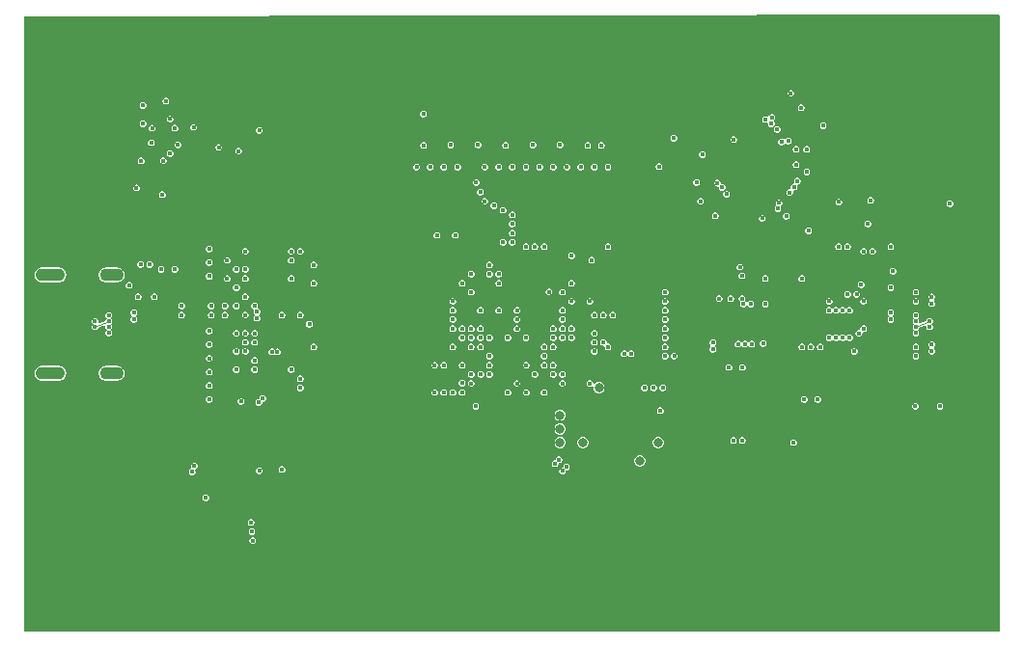
<source format=gbr>
%TF.GenerationSoftware,Altium Limited,Altium Designer,23.1.1 (15)*%
G04 Layer_Physical_Order=2*
G04 Layer_Color=36540*
%FSLAX45Y45*%
%MOMM*%
%TF.SameCoordinates,3FBC52AE-4862-4018-B763-16E4B67C7164*%
%TF.FilePolarity,Positive*%
%TF.FileFunction,Copper,L2,Inr,Signal*%
%TF.Part,Single*%
G01*
G75*
%TA.AperFunction,Conductor*%
%ADD10C,0.10160*%
%TA.AperFunction,ComponentPad*%
G04:AMPARAMS|DCode=63|XSize=1.1mm|YSize=2.6mm|CornerRadius=0.55mm|HoleSize=0mm|Usage=FLASHONLY|Rotation=270.000|XOffset=0mm|YOffset=0mm|HoleType=Round|Shape=RoundedRectangle|*
%AMROUNDEDRECTD63*
21,1,1.10000,1.50000,0,0,270.0*
21,1,0.00000,2.60000,0,0,270.0*
1,1,1.10000,-0.75000,0.00000*
1,1,1.10000,-0.75000,0.00000*
1,1,1.10000,0.75000,0.00000*
1,1,1.10000,0.75000,0.00000*
%
%ADD63ROUNDEDRECTD63*%
G04:AMPARAMS|DCode=64|XSize=1.1mm|YSize=2.1mm|CornerRadius=0.55mm|HoleSize=0mm|Usage=FLASHONLY|Rotation=270.000|XOffset=0mm|YOffset=0mm|HoleType=Round|Shape=RoundedRectangle|*
%AMROUNDEDRECTD64*
21,1,1.10000,1.00000,0,0,270.0*
21,1,0.00000,2.10000,0,0,270.0*
1,1,1.10000,-0.50000,0.00000*
1,1,1.10000,-0.50000,0.00000*
1,1,1.10000,0.50000,0.00000*
1,1,1.10000,0.50000,0.00000*
%
%ADD64ROUNDEDRECTD64*%
%TA.AperFunction,ViaPad*%
%ADD65C,0.40640*%
%ADD66C,0.81280*%
G36*
X11100000Y7946922D02*
Y2540000D01*
X2540000D01*
Y7939422D01*
X11091011Y7955894D01*
X11100000Y7946922D01*
D02*
G37*
%LPC*%
G36*
X9270115Y7297463D02*
X9258494D01*
X9247758Y7293016D01*
X9239542Y7284799D01*
X9235095Y7274063D01*
Y7262443D01*
X9239542Y7251707D01*
X9247758Y7243490D01*
X9258494Y7239043D01*
X9270115D01*
X9280851Y7243490D01*
X9289068Y7251707D01*
X9293515Y7262443D01*
Y7274063D01*
X9289068Y7284799D01*
X9280851Y7293016D01*
X9270115Y7297463D01*
D02*
G37*
G36*
X3785429Y7229010D02*
X3773809D01*
X3763073Y7224563D01*
X3754856Y7216346D01*
X3750409Y7205610D01*
Y7193990D01*
X3754856Y7183254D01*
X3763073Y7175037D01*
X3773809Y7170590D01*
X3785429D01*
X3796165Y7175037D01*
X3804382Y7183254D01*
X3808829Y7193990D01*
Y7205610D01*
X3804382Y7216346D01*
X3796165Y7224563D01*
X3785429Y7229010D01*
D02*
G37*
G36*
X3585404Y7189450D02*
X3573784D01*
X3563048Y7185003D01*
X3554831Y7176786D01*
X3550384Y7166050D01*
Y7154429D01*
X3554831Y7143694D01*
X3563048Y7135477D01*
X3573784Y7131030D01*
X3585404D01*
X3596140Y7135477D01*
X3604357Y7143694D01*
X3608804Y7154429D01*
Y7166050D01*
X3604357Y7176786D01*
X3596140Y7185003D01*
X3585404Y7189450D01*
D02*
G37*
G36*
X9362126Y7169447D02*
X9350506D01*
X9339770Y7165000D01*
X9331553Y7156783D01*
X9327106Y7146047D01*
Y7134427D01*
X9331553Y7123691D01*
X9339770Y7115474D01*
X9350506Y7111027D01*
X9362126D01*
X9372862Y7115474D01*
X9381079Y7123691D01*
X9385526Y7134427D01*
Y7146047D01*
X9381079Y7156783D01*
X9372862Y7165000D01*
X9362126Y7169447D01*
D02*
G37*
G36*
X9102094Y7085437D02*
X9090473D01*
X9079737Y7080990D01*
X9071521Y7072773D01*
X9069024Y7066746D01*
X9058999Y7062014D01*
X9054374Y7062001D01*
X9046087Y7065434D01*
X9034466D01*
X9023730Y7060987D01*
X9015514Y7052770D01*
X9011067Y7042034D01*
Y7030414D01*
X9015514Y7019678D01*
X9023730Y7011461D01*
X9034466Y7007014D01*
X9046087D01*
X9051340Y7009190D01*
X9052368Y7008913D01*
X9063073Y7001118D01*
Y6994409D01*
X9067520Y6983674D01*
X9075737Y6975457D01*
X9086473Y6971010D01*
X9098093D01*
X9108829Y6975457D01*
X9117046Y6983674D01*
X9121493Y6994409D01*
Y7006030D01*
X9117046Y7016766D01*
X9115138Y7018674D01*
X9112986Y7030600D01*
X9115886Y7034520D01*
X9121047Y7039681D01*
X9125494Y7050416D01*
Y7062037D01*
X9121047Y7072773D01*
X9112830Y7080990D01*
X9102094Y7085437D01*
D02*
G37*
G36*
X6045924Y7113440D02*
X6034303D01*
X6023567Y7108993D01*
X6015350Y7100776D01*
X6010903Y7090040D01*
Y7078420D01*
X6015350Y7067684D01*
X6023567Y7059467D01*
X6034303Y7055020D01*
X6045924D01*
X6056659Y7059467D01*
X6064876Y7067684D01*
X6069323Y7078420D01*
Y7090040D01*
X6064876Y7100776D01*
X6056659Y7108993D01*
X6045924Y7113440D01*
D02*
G37*
G36*
X3825434Y7069435D02*
X3813814D01*
X3803078Y7064988D01*
X3794861Y7056771D01*
X3790414Y7046035D01*
Y7034414D01*
X3794861Y7023679D01*
X3803078Y7015462D01*
X3813814Y7011015D01*
X3825434D01*
X3836170Y7015462D01*
X3844387Y7023679D01*
X3848834Y7034414D01*
Y7046035D01*
X3844387Y7056771D01*
X3836170Y7064988D01*
X3825434Y7069435D01*
D02*
G37*
G36*
X3585404Y7029430D02*
X3573784D01*
X3563048Y7024983D01*
X3554831Y7016766D01*
X3550384Y7006030D01*
Y6994409D01*
X3554831Y6983674D01*
X3563048Y6975457D01*
X3573784Y6971010D01*
X3585404D01*
X3596140Y6975457D01*
X3604357Y6983674D01*
X3608804Y6994409D01*
Y7006030D01*
X3604357Y7016766D01*
X3596140Y7024983D01*
X3585404Y7029430D01*
D02*
G37*
G36*
X9554150Y7013428D02*
X9542530D01*
X9531794Y7008981D01*
X9523577Y7000764D01*
X9519130Y6990028D01*
Y6978407D01*
X9523577Y6967672D01*
X9531794Y6959455D01*
X9542530Y6955008D01*
X9554150D01*
X9564886Y6959455D01*
X9573103Y6967672D01*
X9577550Y6978407D01*
Y6990028D01*
X9573103Y7000764D01*
X9564886Y7008981D01*
X9554150Y7013428D01*
D02*
G37*
G36*
X4029460Y6997426D02*
X4017839D01*
X4007103Y6992979D01*
X3998887Y6984762D01*
X3994440Y6974026D01*
Y6962405D01*
X3998887Y6951670D01*
X4007103Y6943453D01*
X4017839Y6939006D01*
X4029460D01*
X4040196Y6943453D01*
X4048413Y6951670D01*
X4052860Y6962405D01*
Y6974026D01*
X4048413Y6984762D01*
X4040196Y6992979D01*
X4029460Y6997426D01*
D02*
G37*
G36*
X3865439Y6989425D02*
X3853819D01*
X3843083Y6984978D01*
X3834866Y6976761D01*
X3830419Y6966025D01*
Y6954404D01*
X3834866Y6943669D01*
X3843083Y6935452D01*
X3853819Y6931005D01*
X3865439D01*
X3876175Y6935452D01*
X3884392Y6943669D01*
X3888839Y6954404D01*
Y6966025D01*
X3884392Y6976761D01*
X3876175Y6984978D01*
X3865439Y6989425D01*
D02*
G37*
G36*
X3665414D02*
X3653794D01*
X3643058Y6984978D01*
X3634841Y6976761D01*
X3630394Y6966025D01*
Y6954404D01*
X3634841Y6943669D01*
X3643058Y6935452D01*
X3653794Y6931005D01*
X3665414D01*
X3676150Y6935452D01*
X3684367Y6943669D01*
X3688814Y6954404D01*
Y6966025D01*
X3684367Y6976761D01*
X3676150Y6984978D01*
X3665414Y6989425D01*
D02*
G37*
G36*
X9150100Y6977423D02*
X9138479D01*
X9127743Y6972976D01*
X9119527Y6964759D01*
X9115080Y6954023D01*
Y6942403D01*
X9119527Y6931667D01*
X9127743Y6923450D01*
X9138479Y6919003D01*
X9150100D01*
X9160836Y6923450D01*
X9169053Y6931667D01*
X9173500Y6942403D01*
Y6954023D01*
X9169053Y6964759D01*
X9160836Y6972976D01*
X9150100Y6977423D01*
D02*
G37*
G36*
X4605532Y6969422D02*
X4593911D01*
X4583175Y6964975D01*
X4574959Y6956758D01*
X4570512Y6946022D01*
Y6934402D01*
X4574959Y6923666D01*
X4583175Y6915449D01*
X4593911Y6911002D01*
X4605532D01*
X4616268Y6915449D01*
X4624485Y6923666D01*
X4628932Y6934402D01*
Y6946022D01*
X4624485Y6956758D01*
X4616268Y6964975D01*
X4605532Y6969422D01*
D02*
G37*
G36*
X9246112Y6877411D02*
X9234491D01*
X9223755Y6872964D01*
X9215539Y6864747D01*
X9215386Y6864377D01*
X9200405Y6861398D01*
X9198692Y6863111D01*
X9187956Y6867558D01*
X9176335D01*
X9165600Y6863111D01*
X9157383Y6854894D01*
X9152936Y6844158D01*
Y6832538D01*
X9157383Y6821802D01*
X9165600Y6813585D01*
X9176335Y6809138D01*
X9187956D01*
X9198692Y6813585D01*
X9206909Y6821802D01*
X9207062Y6822171D01*
X9222043Y6825151D01*
X9223755Y6823438D01*
X9234491Y6818991D01*
X9246112D01*
X9256848Y6823438D01*
X9265065Y6831655D01*
X9269512Y6842390D01*
Y6854011D01*
X9265065Y6864747D01*
X9256848Y6872964D01*
X9246112Y6877411D01*
D02*
G37*
G36*
X8241986Y6901414D02*
X8230366D01*
X8219630Y6896967D01*
X8211413Y6888750D01*
X8206966Y6878014D01*
Y6866393D01*
X8211413Y6855658D01*
X8219630Y6847441D01*
X8230366Y6842994D01*
X8241986D01*
X8252722Y6847441D01*
X8260939Y6855658D01*
X8265386Y6866393D01*
Y6878014D01*
X8260939Y6888750D01*
X8252722Y6896967D01*
X8241986Y6901414D01*
D02*
G37*
G36*
X8770052Y6889412D02*
X8758432D01*
X8747696Y6884965D01*
X8739479Y6876748D01*
X8735032Y6866012D01*
Y6854392D01*
X8739479Y6843656D01*
X8747696Y6835439D01*
X8758432Y6830992D01*
X8770052D01*
X8780788Y6835439D01*
X8789005Y6843656D01*
X8793452Y6854392D01*
Y6866012D01*
X8789005Y6876748D01*
X8780788Y6884965D01*
X8770052Y6889412D01*
D02*
G37*
G36*
X3659409Y6861410D02*
X3647788D01*
X3637052Y6856963D01*
X3628836Y6848746D01*
X3624388Y6838010D01*
Y6826390D01*
X3628836Y6815654D01*
X3637052Y6807437D01*
X3647788Y6802990D01*
X3659409D01*
X3670145Y6807437D01*
X3678361Y6815654D01*
X3682808Y6826390D01*
Y6838010D01*
X3678361Y6848746D01*
X3670145Y6856963D01*
X3659409Y6861410D01*
D02*
G37*
G36*
X7245862Y6841406D02*
X7234241D01*
X7223505Y6836959D01*
X7215289Y6828742D01*
X7210842Y6818006D01*
Y6806386D01*
X7215289Y6795650D01*
X7223505Y6787433D01*
X7234241Y6782986D01*
X7245862D01*
X7256598Y6787433D01*
X7264815Y6795650D01*
X7269262Y6806386D01*
Y6818006D01*
X7264815Y6828742D01*
X7256598Y6836959D01*
X7245862Y6841406D01*
D02*
G37*
G36*
X7005832D02*
X6994211D01*
X6983475Y6836959D01*
X6975259Y6828742D01*
X6970812Y6818006D01*
Y6806386D01*
X6975259Y6795650D01*
X6983475Y6787433D01*
X6994211Y6782986D01*
X7005832D01*
X7016568Y6787433D01*
X7024785Y6795650D01*
X7029232Y6806386D01*
Y6818006D01*
X7024785Y6828742D01*
X7016568Y6836959D01*
X7005832Y6841406D01*
D02*
G37*
G36*
X6525772D02*
X6514151D01*
X6503415Y6836959D01*
X6495199Y6828742D01*
X6490752Y6818006D01*
Y6806386D01*
X6495199Y6795650D01*
X6503415Y6787433D01*
X6514151Y6782986D01*
X6525772D01*
X6536508Y6787433D01*
X6544725Y6795650D01*
X6549172Y6806386D01*
Y6818006D01*
X6544725Y6828742D01*
X6536508Y6836959D01*
X6525772Y6841406D01*
D02*
G37*
G36*
X6285742D02*
X6274121D01*
X6263385Y6836959D01*
X6255169Y6828742D01*
X6250722Y6818006D01*
Y6806386D01*
X6255169Y6795650D01*
X6263385Y6787433D01*
X6274121Y6782986D01*
X6285742D01*
X6296478Y6787433D01*
X6304695Y6795650D01*
X6309142Y6806386D01*
Y6818006D01*
X6304695Y6828742D01*
X6296478Y6836959D01*
X6285742Y6841406D01*
D02*
G37*
G36*
X3893443D02*
X3881822D01*
X3871086Y6836959D01*
X3862870Y6828742D01*
X3858423Y6818006D01*
Y6806386D01*
X3862870Y6795650D01*
X3871086Y6787433D01*
X3881822Y6782986D01*
X3893443D01*
X3904179Y6787433D01*
X3912396Y6795650D01*
X3916843Y6806386D01*
Y6818006D01*
X3912396Y6828742D01*
X3904179Y6836959D01*
X3893443Y6841406D01*
D02*
G37*
G36*
X6765802Y6839771D02*
X6754181D01*
X6743445Y6835324D01*
X6735229Y6827107D01*
X6730782Y6816371D01*
Y6804751D01*
X6735229Y6794015D01*
X6743445Y6785798D01*
X6754181Y6781351D01*
X6765802D01*
X6776538Y6785798D01*
X6784755Y6794015D01*
X6789202Y6804751D01*
Y6816371D01*
X6784755Y6827107D01*
X6776538Y6835324D01*
X6765802Y6839771D01*
D02*
G37*
G36*
X7607907Y6839400D02*
X7596287D01*
X7585551Y6834953D01*
X7577334Y6826736D01*
X7572887Y6816000D01*
Y6804379D01*
X7577334Y6793644D01*
X7585551Y6785427D01*
X7596287Y6780980D01*
X7607907D01*
X7618643Y6785427D01*
X7626860Y6793644D01*
X7631307Y6804379D01*
Y6816000D01*
X7626860Y6826736D01*
X7618643Y6834953D01*
X7607907Y6839400D01*
D02*
G37*
G36*
X7487892D02*
X7476272D01*
X7465536Y6834953D01*
X7457319Y6826736D01*
X7452872Y6816000D01*
Y6804379D01*
X7457319Y6793644D01*
X7465536Y6785427D01*
X7476272Y6780980D01*
X7487892D01*
X7498628Y6785427D01*
X7506845Y6793644D01*
X7511292Y6804379D01*
Y6816000D01*
X7506845Y6826736D01*
X7498628Y6834953D01*
X7487892Y6839400D01*
D02*
G37*
G36*
X6045712D02*
X6034091D01*
X6023355Y6834953D01*
X6015139Y6826736D01*
X6010692Y6816000D01*
Y6804379D01*
X6015139Y6793644D01*
X6023355Y6785427D01*
X6034091Y6780980D01*
X6045712D01*
X6056448Y6785427D01*
X6064665Y6793644D01*
X6069112Y6804379D01*
Y6816000D01*
X6064665Y6826736D01*
X6056448Y6834953D01*
X6045712Y6839400D01*
D02*
G37*
G36*
X4249487Y6821404D02*
X4237867D01*
X4227131Y6816957D01*
X4218914Y6808740D01*
X4214467Y6798004D01*
Y6786383D01*
X4218914Y6775648D01*
X4227131Y6767431D01*
X4237867Y6762984D01*
X4249487D01*
X4260223Y6767431D01*
X4268440Y6775648D01*
X4272887Y6786383D01*
Y6798004D01*
X4268440Y6808740D01*
X4260223Y6816957D01*
X4249487Y6821404D01*
D02*
G37*
G36*
X9314120Y6805402D02*
X9302500D01*
X9291764Y6800955D01*
X9283547Y6792738D01*
X9279100Y6782002D01*
Y6770381D01*
X9283547Y6759646D01*
X9291764Y6751429D01*
X9302500Y6746982D01*
X9314120D01*
X9324856Y6751429D01*
X9333073Y6759646D01*
X9337520Y6770381D01*
Y6782002D01*
X9333073Y6792738D01*
X9324856Y6800955D01*
X9314120Y6805402D01*
D02*
G37*
G36*
X9408132Y6803401D02*
X9396511D01*
X9385775Y6798954D01*
X9377559Y6790737D01*
X9373112Y6780002D01*
Y6768381D01*
X9377559Y6757645D01*
X9385775Y6749428D01*
X9396511Y6744981D01*
X9408132D01*
X9418868Y6749428D01*
X9427085Y6757645D01*
X9431532Y6768381D01*
Y6780002D01*
X9427085Y6790737D01*
X9418868Y6798954D01*
X9408132Y6803401D01*
D02*
G37*
G36*
X4425509Y6789400D02*
X4413889D01*
X4403153Y6784953D01*
X4394936Y6776736D01*
X4390489Y6766000D01*
Y6754379D01*
X4394936Y6743644D01*
X4403153Y6735427D01*
X4413889Y6730980D01*
X4425509D01*
X4436245Y6735427D01*
X4444462Y6743644D01*
X4448909Y6754379D01*
Y6766000D01*
X4444462Y6776736D01*
X4436245Y6784953D01*
X4425509Y6789400D01*
D02*
G37*
G36*
X3825434Y6765397D02*
X3813814D01*
X3803078Y6760950D01*
X3794861Y6752733D01*
X3790414Y6741997D01*
Y6730376D01*
X3794861Y6719641D01*
X3803078Y6711424D01*
X3813814Y6706977D01*
X3825434D01*
X3836170Y6711424D01*
X3844387Y6719641D01*
X3848834Y6730376D01*
Y6741997D01*
X3844387Y6752733D01*
X3836170Y6760950D01*
X3825434Y6765397D01*
D02*
G37*
G36*
X8494018Y6757396D02*
X8482397D01*
X8471661Y6752949D01*
X8463445Y6744732D01*
X8458998Y6733996D01*
Y6722375D01*
X8463445Y6711640D01*
X8471661Y6703423D01*
X8482397Y6698976D01*
X8494018D01*
X8504754Y6703423D01*
X8512971Y6711640D01*
X8517418Y6722375D01*
Y6733996D01*
X8512971Y6744732D01*
X8504754Y6752949D01*
X8494018Y6757396D01*
D02*
G37*
G36*
X3764667Y6704845D02*
X3753046D01*
X3742311Y6700398D01*
X3734094Y6692181D01*
X3729647Y6681445D01*
Y6669825D01*
X3734094Y6659089D01*
X3742311Y6650872D01*
X3753046Y6646425D01*
X3764667D01*
X3775403Y6650872D01*
X3783620Y6659089D01*
X3788067Y6669825D01*
Y6681445D01*
X3783620Y6692181D01*
X3775403Y6700398D01*
X3764667Y6704845D01*
D02*
G37*
G36*
X3569402Y6701389D02*
X3557782D01*
X3547046Y6696942D01*
X3538829Y6688725D01*
X3534382Y6677989D01*
Y6666368D01*
X3538829Y6655633D01*
X3547046Y6647416D01*
X3557782Y6642969D01*
X3569402D01*
X3580138Y6647416D01*
X3588355Y6655633D01*
X3592802Y6666368D01*
Y6677989D01*
X3588355Y6688725D01*
X3580138Y6696942D01*
X3569402Y6701389D01*
D02*
G37*
G36*
X9314373Y6670655D02*
X9302247D01*
X9291044Y6666014D01*
X9282470Y6657440D01*
X9277830Y6646237D01*
Y6634112D01*
X9282470Y6622909D01*
X9291044Y6614335D01*
X9302247Y6609695D01*
X9314373D01*
X9325576Y6614335D01*
X9334150Y6622909D01*
X9338790Y6634112D01*
Y6646237D01*
X9334150Y6657440D01*
X9325576Y6666014D01*
X9314373Y6670655D01*
D02*
G37*
G36*
X8113970Y6653383D02*
X8102350D01*
X8091614Y6648936D01*
X8083397Y6640719D01*
X8078950Y6629983D01*
Y6618362D01*
X8083397Y6607627D01*
X8091614Y6599410D01*
X8102350Y6594963D01*
X8113970D01*
X8124706Y6599410D01*
X8132923Y6607627D01*
X8137370Y6618362D01*
Y6629983D01*
X8132923Y6640719D01*
X8124706Y6648936D01*
X8113970Y6653383D01*
D02*
G37*
G36*
X7665914Y6649382D02*
X7654294D01*
X7643558Y6644935D01*
X7635341Y6636718D01*
X7630894Y6625982D01*
Y6614362D01*
X7635341Y6603626D01*
X7643558Y6595409D01*
X7654294Y6590962D01*
X7665914D01*
X7676650Y6595409D01*
X7684867Y6603626D01*
X7689314Y6614362D01*
Y6625982D01*
X7684867Y6636718D01*
X7676650Y6644935D01*
X7665914Y6649382D01*
D02*
G37*
G36*
X7545899D02*
X7534279D01*
X7523543Y6644935D01*
X7515326Y6636718D01*
X7510879Y6625982D01*
Y6614362D01*
X7515326Y6603626D01*
X7523543Y6595409D01*
X7534279Y6590962D01*
X7545899D01*
X7556635Y6595409D01*
X7564852Y6603626D01*
X7569299Y6614362D01*
Y6625982D01*
X7564852Y6636718D01*
X7556635Y6644935D01*
X7545899Y6649382D01*
D02*
G37*
G36*
X7425884D02*
X7414264D01*
X7403528Y6644935D01*
X7395311Y6636718D01*
X7390864Y6625982D01*
Y6614362D01*
X7395311Y6603626D01*
X7403528Y6595409D01*
X7414264Y6590962D01*
X7425884D01*
X7436620Y6595409D01*
X7444837Y6603626D01*
X7449284Y6614362D01*
Y6625982D01*
X7444837Y6636718D01*
X7436620Y6644935D01*
X7425884Y6649382D01*
D02*
G37*
G36*
X7305869D02*
X7294249D01*
X7283513Y6644935D01*
X7275296Y6636718D01*
X7270849Y6625982D01*
Y6614362D01*
X7275296Y6603626D01*
X7283513Y6595409D01*
X7294249Y6590962D01*
X7305869D01*
X7316605Y6595409D01*
X7324822Y6603626D01*
X7329269Y6614362D01*
Y6625982D01*
X7324822Y6636718D01*
X7316605Y6644935D01*
X7305869Y6649382D01*
D02*
G37*
G36*
X7185854D02*
X7174234D01*
X7163498Y6644935D01*
X7155281Y6636718D01*
X7150834Y6625982D01*
Y6614362D01*
X7155281Y6603626D01*
X7163498Y6595409D01*
X7174234Y6590962D01*
X7185854D01*
X7196590Y6595409D01*
X7204807Y6603626D01*
X7209254Y6614362D01*
Y6625982D01*
X7204807Y6636718D01*
X7196590Y6644935D01*
X7185854Y6649382D01*
D02*
G37*
G36*
X7065839D02*
X7054219D01*
X7043483Y6644935D01*
X7035266Y6636718D01*
X7030819Y6625982D01*
Y6614362D01*
X7035266Y6603626D01*
X7043483Y6595409D01*
X7054219Y6590962D01*
X7065839D01*
X7076575Y6595409D01*
X7084792Y6603626D01*
X7089239Y6614362D01*
Y6625982D01*
X7084792Y6636718D01*
X7076575Y6644935D01*
X7065839Y6649382D01*
D02*
G37*
G36*
X6945824D02*
X6934204D01*
X6923468Y6644935D01*
X6915251Y6636718D01*
X6910804Y6625982D01*
Y6614362D01*
X6915251Y6603626D01*
X6923468Y6595409D01*
X6934204Y6590962D01*
X6945824D01*
X6956560Y6595409D01*
X6964777Y6603626D01*
X6969224Y6614362D01*
Y6625982D01*
X6964777Y6636718D01*
X6956560Y6644935D01*
X6945824Y6649382D01*
D02*
G37*
G36*
X6825809D02*
X6814189D01*
X6803453Y6644935D01*
X6795236Y6636718D01*
X6790789Y6625982D01*
Y6614362D01*
X6795236Y6603626D01*
X6803453Y6595409D01*
X6814189Y6590962D01*
X6825809D01*
X6836545Y6595409D01*
X6844762Y6603626D01*
X6849209Y6614362D01*
Y6625982D01*
X6844762Y6636718D01*
X6836545Y6644935D01*
X6825809Y6649382D01*
D02*
G37*
G36*
X6705794D02*
X6694174D01*
X6683438Y6644935D01*
X6675221Y6636718D01*
X6670774Y6625982D01*
Y6614362D01*
X6675221Y6603626D01*
X6683438Y6595409D01*
X6694174Y6590962D01*
X6705794D01*
X6716530Y6595409D01*
X6724747Y6603626D01*
X6729194Y6614362D01*
Y6625982D01*
X6724747Y6636718D01*
X6716530Y6644935D01*
X6705794Y6649382D01*
D02*
G37*
G36*
X6585779D02*
X6574159D01*
X6563423Y6644935D01*
X6555206Y6636718D01*
X6550759Y6625982D01*
Y6614362D01*
X6555206Y6603626D01*
X6563423Y6595409D01*
X6574159Y6590962D01*
X6585779D01*
X6596515Y6595409D01*
X6604732Y6603626D01*
X6609179Y6614362D01*
Y6625982D01*
X6604732Y6636718D01*
X6596515Y6644935D01*
X6585779Y6649382D01*
D02*
G37*
G36*
X6345749D02*
X6334129D01*
X6323393Y6644935D01*
X6315176Y6636718D01*
X6310729Y6625982D01*
Y6614362D01*
X6315176Y6603626D01*
X6323393Y6595409D01*
X6334129Y6590962D01*
X6345749D01*
X6356485Y6595409D01*
X6364702Y6603626D01*
X6369149Y6614362D01*
Y6625982D01*
X6364702Y6636718D01*
X6356485Y6644935D01*
X6345749Y6649382D01*
D02*
G37*
G36*
X6225734D02*
X6214114D01*
X6203378Y6644935D01*
X6195161Y6636718D01*
X6190714Y6625982D01*
Y6614362D01*
X6195161Y6603626D01*
X6203378Y6595409D01*
X6214114Y6590962D01*
X6225734D01*
X6236470Y6595409D01*
X6244687Y6603626D01*
X6249134Y6614362D01*
Y6625982D01*
X6244687Y6636718D01*
X6236470Y6644935D01*
X6225734Y6649382D01*
D02*
G37*
G36*
X6105719D02*
X6094099D01*
X6083363Y6644935D01*
X6075146Y6636718D01*
X6070699Y6625982D01*
Y6614362D01*
X6075146Y6603626D01*
X6083363Y6595409D01*
X6094099Y6590962D01*
X6105719D01*
X6116455Y6595409D01*
X6124672Y6603626D01*
X6129119Y6614362D01*
Y6625982D01*
X6124672Y6636718D01*
X6116455Y6644935D01*
X6105719Y6649382D01*
D02*
G37*
G36*
X5985704D02*
X5974084D01*
X5963348Y6644935D01*
X5955131Y6636718D01*
X5950684Y6625982D01*
Y6614362D01*
X5955131Y6603626D01*
X5963348Y6595409D01*
X5974084Y6590962D01*
X5985704D01*
X5996440Y6595409D01*
X6004657Y6603626D01*
X6009104Y6614362D01*
Y6625982D01*
X6004657Y6636718D01*
X5996440Y6644935D01*
X5985704Y6649382D01*
D02*
G37*
G36*
X9410132Y6605377D02*
X9398512D01*
X9387776Y6600930D01*
X9379559Y6592713D01*
X9375112Y6581977D01*
Y6570356D01*
X9379559Y6559621D01*
X9387776Y6551404D01*
X9398512Y6546957D01*
X9410132D01*
X9420868Y6551404D01*
X9429085Y6559621D01*
X9433532Y6570356D01*
Y6581977D01*
X9429085Y6592713D01*
X9420868Y6600930D01*
X9410132Y6605377D01*
D02*
G37*
G36*
X6510013Y6513609D02*
X6498393D01*
X6487657Y6509162D01*
X6479440Y6500945D01*
X6474993Y6490209D01*
Y6478589D01*
X6479440Y6467853D01*
X6487657Y6459636D01*
X6498393Y6455189D01*
X6510013D01*
X6520749Y6459636D01*
X6528966Y6467853D01*
X6533413Y6478589D01*
Y6490209D01*
X6528966Y6500945D01*
X6520749Y6509162D01*
X6510013Y6513609D01*
D02*
G37*
G36*
X8442011Y6513365D02*
X8430391D01*
X8419655Y6508918D01*
X8411438Y6500701D01*
X8406991Y6489965D01*
Y6478345D01*
X8411438Y6467609D01*
X8419655Y6459392D01*
X8430391Y6454945D01*
X8442011D01*
X8452747Y6459392D01*
X8460964Y6467609D01*
X8465411Y6478345D01*
Y6489965D01*
X8460964Y6500701D01*
X8452747Y6508918D01*
X8442011Y6513365D01*
D02*
G37*
G36*
X8626278Y6509121D02*
X8614657D01*
X8603922Y6504674D01*
X8595705Y6496457D01*
X8591258Y6485721D01*
Y6474101D01*
X8595705Y6463365D01*
X8603922Y6455148D01*
X8614657Y6450701D01*
X8619286D01*
X8627642Y6447324D01*
X8631019Y6438968D01*
Y6434339D01*
X8635466Y6423604D01*
X8643683Y6415387D01*
X8654419Y6410940D01*
X8666039D01*
X8676775Y6415387D01*
X8684992Y6423604D01*
X8689439Y6434339D01*
Y6445960D01*
X8684992Y6456696D01*
X8676775Y6464913D01*
X8666039Y6469360D01*
X8661411D01*
X8653055Y6472737D01*
X8649678Y6481093D01*
Y6485721D01*
X8645231Y6496457D01*
X8637014Y6504674D01*
X8626278Y6509121D01*
D02*
G37*
G36*
X3529397Y6465359D02*
X3517777D01*
X3507041Y6460912D01*
X3498824Y6452695D01*
X3494377Y6441959D01*
Y6430339D01*
X3498824Y6419603D01*
X3507041Y6411386D01*
X3517777Y6406939D01*
X3529397D01*
X3540133Y6411386D01*
X3548350Y6419603D01*
X3552797Y6430339D01*
Y6441959D01*
X3548350Y6452695D01*
X3540133Y6460912D01*
X3529397Y6465359D01*
D02*
G37*
G36*
X6545774Y6429355D02*
X6534154D01*
X6523418Y6424908D01*
X6515201Y6416691D01*
X6510754Y6405955D01*
Y6394334D01*
X6515201Y6383599D01*
X6523418Y6375382D01*
X6534154Y6370935D01*
X6545774D01*
X6556510Y6375382D01*
X6564727Y6383599D01*
X6569174Y6394334D01*
Y6405955D01*
X6564727Y6416691D01*
X6556510Y6424908D01*
X6545774Y6429355D01*
D02*
G37*
G36*
X9326122Y6525367D02*
X9314501D01*
X9303765Y6520920D01*
X9295549Y6512703D01*
X9291102Y6501967D01*
Y6490346D01*
X9292877Y6486060D01*
X9286671Y6473704D01*
X9285584Y6472982D01*
X9275762Y6468913D01*
X9267545Y6460696D01*
X9263098Y6449960D01*
Y6438340D01*
X9263750Y6436766D01*
X9261857Y6432933D01*
X9254731Y6425354D01*
X9246493D01*
X9235757Y6420907D01*
X9227540Y6412690D01*
X9223093Y6401954D01*
Y6390334D01*
X9227540Y6379598D01*
X9235757Y6371381D01*
X9246493Y6366934D01*
X9258113D01*
X9268849Y6371381D01*
X9277066Y6379598D01*
X9281513Y6390334D01*
Y6401954D01*
X9280861Y6403528D01*
X9282754Y6407362D01*
X9289881Y6414940D01*
X9298118D01*
X9308854Y6419387D01*
X9317071Y6427604D01*
X9321518Y6438340D01*
Y6449960D01*
X9319743Y6454246D01*
X9325949Y6466603D01*
X9327035Y6467325D01*
X9336858Y6471394D01*
X9345075Y6479611D01*
X9349522Y6490346D01*
Y6501967D01*
X9345075Y6512703D01*
X9336858Y6520920D01*
X9326122Y6525367D01*
D02*
G37*
G36*
X8706044Y6409352D02*
X8694424D01*
X8683688Y6404905D01*
X8675471Y6396688D01*
X8671024Y6385952D01*
Y6374332D01*
X8675471Y6363596D01*
X8683688Y6355379D01*
X8694424Y6350932D01*
X8706044D01*
X8716780Y6355379D01*
X8724997Y6363596D01*
X8729444Y6374332D01*
Y6385952D01*
X8724997Y6396688D01*
X8716780Y6404905D01*
X8706044Y6409352D01*
D02*
G37*
G36*
X3757426Y6405352D02*
X3745805D01*
X3735069Y6400905D01*
X3726853Y6392688D01*
X3722406Y6381952D01*
Y6370331D01*
X3726853Y6359596D01*
X3735069Y6351379D01*
X3745805Y6346932D01*
X3757426D01*
X3768162Y6351379D01*
X3776379Y6359596D01*
X3780826Y6370331D01*
Y6381952D01*
X3776379Y6392688D01*
X3768162Y6400905D01*
X3757426Y6405352D01*
D02*
G37*
G36*
X9970202Y6357346D02*
X9958582D01*
X9947846Y6352899D01*
X9939629Y6344682D01*
X9935182Y6333946D01*
Y6322325D01*
X9939629Y6311590D01*
X9947846Y6303373D01*
X9958582Y6298926D01*
X9970202D01*
X9980938Y6303373D01*
X9989155Y6311590D01*
X9993602Y6322325D01*
Y6333946D01*
X9989155Y6344682D01*
X9980938Y6352899D01*
X9970202Y6357346D01*
D02*
G37*
G36*
X8478016Y6349345D02*
X8466395D01*
X8455659Y6344898D01*
X8447443Y6336681D01*
X8442996Y6325945D01*
Y6314324D01*
X8447443Y6303589D01*
X8455659Y6295372D01*
X8466395Y6290925D01*
X8478016D01*
X8488752Y6295372D01*
X8496969Y6303589D01*
X8501416Y6314324D01*
Y6325945D01*
X8496969Y6336681D01*
X8488752Y6344898D01*
X8478016Y6349345D01*
D02*
G37*
G36*
X6585779D02*
X6574159D01*
X6563423Y6344898D01*
X6555206Y6336681D01*
X6550759Y6325945D01*
Y6314324D01*
X6555206Y6303589D01*
X6563423Y6295372D01*
X6574159Y6290925D01*
X6585779D01*
X6596515Y6295372D01*
X6604732Y6303589D01*
X6609179Y6314324D01*
Y6325945D01*
X6604732Y6336681D01*
X6596515Y6344898D01*
X6585779Y6349345D01*
D02*
G37*
G36*
X9690167Y6341344D02*
X9678547D01*
X9667811Y6336897D01*
X9659594Y6328680D01*
X9655147Y6317944D01*
Y6306323D01*
X9659594Y6295588D01*
X9667811Y6287371D01*
X9678547Y6282924D01*
X9690167D01*
X9700903Y6287371D01*
X9709120Y6295588D01*
X9713567Y6306323D01*
Y6317944D01*
X9709120Y6328680D01*
X9700903Y6336897D01*
X9690167Y6341344D01*
D02*
G37*
G36*
X10666289Y6325342D02*
X10654669D01*
X10643933Y6320895D01*
X10635716Y6312678D01*
X10631269Y6301942D01*
Y6290321D01*
X10635716Y6279586D01*
X10643933Y6271369D01*
X10654669Y6266922D01*
X10666289D01*
X10677025Y6271369D01*
X10685242Y6279586D01*
X10689689Y6290321D01*
Y6301942D01*
X10685242Y6312678D01*
X10677025Y6320895D01*
X10666289Y6325342D01*
D02*
G37*
G36*
X6665789Y6309340D02*
X6654169D01*
X6643433Y6304893D01*
X6635216Y6296676D01*
X6630769Y6285940D01*
Y6274319D01*
X6635216Y6263584D01*
X6643433Y6255367D01*
X6654169Y6250920D01*
X6665789D01*
X6676525Y6255367D01*
X6684742Y6263584D01*
X6689189Y6274319D01*
Y6285940D01*
X6684742Y6296676D01*
X6676525Y6304893D01*
X6665789Y6309340D01*
D02*
G37*
G36*
X9167557Y6332798D02*
X9155937D01*
X9145201Y6328351D01*
X9136984Y6320134D01*
X9132537Y6309399D01*
Y6297778D01*
X9135155Y6291458D01*
X9133909Y6279054D01*
X9125692Y6270837D01*
X9121245Y6260101D01*
Y6248481D01*
X9125692Y6237745D01*
X9133909Y6229528D01*
X9144645Y6225081D01*
X9156265D01*
X9167001Y6229528D01*
X9175218Y6237745D01*
X9179665Y6248481D01*
Y6260101D01*
X9177047Y6266421D01*
X9178294Y6278826D01*
X9186510Y6287042D01*
X9190957Y6297778D01*
Y6309399D01*
X9186510Y6320134D01*
X9178293Y6328351D01*
X9167557Y6332798D01*
D02*
G37*
G36*
X6745799Y6269335D02*
X6734179D01*
X6723443Y6264888D01*
X6715226Y6256671D01*
X6710779Y6245935D01*
Y6234314D01*
X6715226Y6223579D01*
X6723443Y6215362D01*
X6734179Y6210915D01*
X6745799D01*
X6756535Y6215362D01*
X6764752Y6223579D01*
X6769199Y6234314D01*
Y6245935D01*
X6764752Y6256671D01*
X6756535Y6264888D01*
X6745799Y6269335D01*
D02*
G37*
G36*
X6825809Y6229330D02*
X6814189D01*
X6803453Y6224883D01*
X6795236Y6216666D01*
X6790789Y6205930D01*
Y6194309D01*
X6795236Y6183574D01*
X6803453Y6175357D01*
X6814189Y6170910D01*
X6825809D01*
X6836545Y6175357D01*
X6844762Y6183574D01*
X6849209Y6194309D01*
Y6205930D01*
X6844762Y6216666D01*
X6836545Y6224883D01*
X6825809Y6229330D01*
D02*
G37*
G36*
X8606032Y6221329D02*
X8594411D01*
X8583675Y6216882D01*
X8575459Y6208665D01*
X8571012Y6197929D01*
Y6186308D01*
X8575459Y6175573D01*
X8583675Y6167356D01*
X8594411Y6162909D01*
X8606032D01*
X8616768Y6167356D01*
X8624985Y6175573D01*
X8629432Y6186308D01*
Y6197929D01*
X8624985Y6208665D01*
X8616768Y6216882D01*
X8606032Y6221329D01*
D02*
G37*
G36*
X9230110Y6217328D02*
X9218489D01*
X9207753Y6212881D01*
X9199537Y6204664D01*
X9195090Y6193928D01*
Y6182308D01*
X9199537Y6171572D01*
X9207753Y6163355D01*
X9218489Y6158908D01*
X9230110D01*
X9240846Y6163355D01*
X9249063Y6171572D01*
X9253510Y6182308D01*
Y6193928D01*
X9249063Y6204664D01*
X9240846Y6212881D01*
X9230110Y6217328D01*
D02*
G37*
G36*
X9018083Y6197326D02*
X9006463D01*
X8995727Y6192879D01*
X8987510Y6184662D01*
X8983063Y6173926D01*
Y6162305D01*
X8987510Y6151570D01*
X8995727Y6143353D01*
X9006463Y6138906D01*
X9018083D01*
X9028819Y6143353D01*
X9037036Y6151570D01*
X9041483Y6162305D01*
Y6173926D01*
X9037036Y6184662D01*
X9028819Y6192879D01*
X9018083Y6197326D01*
D02*
G37*
G36*
X9946199Y6149320D02*
X9934579D01*
X9923843Y6144873D01*
X9915626Y6136656D01*
X9911179Y6125920D01*
Y6114299D01*
X9915626Y6103564D01*
X9923843Y6095347D01*
X9934579Y6090900D01*
X9946199D01*
X9956935Y6095347D01*
X9965152Y6103564D01*
X9969599Y6114299D01*
Y6125920D01*
X9965152Y6136656D01*
X9956935Y6144873D01*
X9946199Y6149320D01*
D02*
G37*
G36*
X6825809D02*
X6814189D01*
X6803453Y6144873D01*
X6795236Y6136656D01*
X6790789Y6125920D01*
Y6114299D01*
X6795236Y6103564D01*
X6803453Y6095347D01*
X6814189Y6090900D01*
X6825809D01*
X6836545Y6095347D01*
X6844762Y6103564D01*
X6849209Y6114299D01*
Y6125920D01*
X6844762Y6136656D01*
X6836545Y6144873D01*
X6825809Y6149320D01*
D02*
G37*
G36*
X9426134Y6089312D02*
X9414514D01*
X9403778Y6084865D01*
X9395561Y6076648D01*
X9391114Y6065912D01*
Y6054292D01*
X9395561Y6043556D01*
X9403778Y6035339D01*
X9414514Y6030892D01*
X9426134D01*
X9436870Y6035339D01*
X9445087Y6043556D01*
X9449534Y6054292D01*
Y6065912D01*
X9445087Y6076648D01*
X9436870Y6084865D01*
X9426134Y6089312D01*
D02*
G37*
G36*
X6825809Y6069310D02*
X6814189D01*
X6803453Y6064863D01*
X6795236Y6056646D01*
X6790789Y6045910D01*
Y6034289D01*
X6795236Y6023554D01*
X6803453Y6015337D01*
X6814189Y6010890D01*
X6825809D01*
X6836545Y6015337D01*
X6844762Y6023554D01*
X6849209Y6034289D01*
Y6045910D01*
X6844762Y6056646D01*
X6836545Y6064863D01*
X6825809Y6069310D01*
D02*
G37*
G36*
X6325747Y6049307D02*
X6314126D01*
X6303390Y6044860D01*
X6295174Y6036643D01*
X6290727Y6025907D01*
Y6014287D01*
X6295174Y6003551D01*
X6303390Y5995334D01*
X6314126Y5990887D01*
X6325747D01*
X6336483Y5995334D01*
X6344700Y6003551D01*
X6349147Y6014287D01*
Y6025907D01*
X6344700Y6036643D01*
X6336483Y6044860D01*
X6325747Y6049307D01*
D02*
G37*
G36*
X6165727D02*
X6154106D01*
X6143370Y6044860D01*
X6135154Y6036643D01*
X6130707Y6025907D01*
Y6014287D01*
X6135154Y6003551D01*
X6143370Y5995334D01*
X6154106Y5990887D01*
X6165727D01*
X6176463Y5995334D01*
X6184680Y6003551D01*
X6189127Y6014287D01*
Y6025907D01*
X6184680Y6036643D01*
X6176463Y6044860D01*
X6165727Y6049307D01*
D02*
G37*
G36*
X6825809Y5989300D02*
X6814189D01*
X6803453Y5984853D01*
X6795236Y5976636D01*
X6790789Y5965900D01*
Y5954279D01*
X6795236Y5943544D01*
X6803453Y5935327D01*
X6814189Y5930880D01*
X6825809D01*
X6836545Y5935327D01*
X6844762Y5943544D01*
X6849209Y5954279D01*
Y5965900D01*
X6844762Y5976636D01*
X6836545Y5984853D01*
X6825809Y5989300D01*
D02*
G37*
G36*
X6745799D02*
X6734179D01*
X6723443Y5984853D01*
X6715226Y5976636D01*
X6710779Y5965900D01*
Y5954279D01*
X6715226Y5943544D01*
X6723443Y5935327D01*
X6734179Y5930880D01*
X6745799D01*
X6756535Y5935327D01*
X6764752Y5943544D01*
X6769199Y5954279D01*
Y5965900D01*
X6764752Y5976636D01*
X6756535Y5984853D01*
X6745799Y5989300D01*
D02*
G37*
G36*
X10146224Y5949295D02*
X10134604D01*
X10123868Y5944848D01*
X10115651Y5936631D01*
X10111204Y5925895D01*
Y5914274D01*
X10115651Y5903539D01*
X10123868Y5895322D01*
X10134604Y5890875D01*
X10146224D01*
X10156960Y5895322D01*
X10165177Y5903539D01*
X10169624Y5914274D01*
Y5925895D01*
X10165177Y5936631D01*
X10156960Y5944848D01*
X10146224Y5949295D01*
D02*
G37*
G36*
X9766177D02*
X9754556D01*
X9743820Y5944848D01*
X9735604Y5936631D01*
X9731157Y5925895D01*
Y5914274D01*
X9735604Y5903539D01*
X9743820Y5895322D01*
X9754556Y5890875D01*
X9766177D01*
X9776913Y5895322D01*
X9785130Y5903539D01*
X9789577Y5914274D01*
Y5925895D01*
X9785130Y5936631D01*
X9776913Y5944848D01*
X9766177Y5949295D01*
D02*
G37*
G36*
X9686167D02*
X9674546D01*
X9663810Y5944848D01*
X9655594Y5936631D01*
X9651147Y5925895D01*
Y5914274D01*
X9655594Y5903539D01*
X9663810Y5895322D01*
X9674546Y5890875D01*
X9686167D01*
X9696903Y5895322D01*
X9705120Y5903539D01*
X9709567Y5914274D01*
Y5925895D01*
X9705120Y5936631D01*
X9696903Y5944848D01*
X9686167Y5949295D01*
D02*
G37*
G36*
X7665914D02*
X7654294D01*
X7643558Y5944848D01*
X7635341Y5936631D01*
X7630894Y5925895D01*
Y5914274D01*
X7635341Y5903539D01*
X7643558Y5895322D01*
X7654294Y5890875D01*
X7665914D01*
X7676650Y5895322D01*
X7684867Y5903539D01*
X7689314Y5914274D01*
Y5925895D01*
X7684867Y5936631D01*
X7676650Y5944848D01*
X7665914Y5949295D01*
D02*
G37*
G36*
X7105844D02*
X7094224D01*
X7083488Y5944848D01*
X7075271Y5936631D01*
X7070824Y5925895D01*
Y5914274D01*
X7075271Y5903539D01*
X7083488Y5895322D01*
X7094224Y5890875D01*
X7105844D01*
X7116580Y5895322D01*
X7124797Y5903539D01*
X7129244Y5914274D01*
Y5925895D01*
X7124797Y5936631D01*
X7116580Y5944848D01*
X7105844Y5949295D01*
D02*
G37*
G36*
X6945824Y5949221D02*
X6934204D01*
X6923468Y5944774D01*
X6915251Y5936557D01*
X6910804Y5925821D01*
Y5914201D01*
X6915251Y5903465D01*
X6923468Y5895248D01*
X6934204Y5890801D01*
X6945824D01*
X6956560Y5895248D01*
X6964777Y5903465D01*
X6969224Y5914201D01*
Y5925821D01*
X6964777Y5936557D01*
X6956560Y5944774D01*
X6945824Y5949221D01*
D02*
G37*
G36*
X7025834Y5949185D02*
X7014214D01*
X7003478Y5944738D01*
X6995261Y5936522D01*
X6990814Y5925786D01*
Y5914165D01*
X6995261Y5903429D01*
X7003478Y5895212D01*
X7014214Y5890765D01*
X7025834D01*
X7036570Y5895212D01*
X7044787Y5903429D01*
X7049234Y5914165D01*
Y5925786D01*
X7044787Y5936522D01*
X7036570Y5944738D01*
X7025834Y5949185D01*
D02*
G37*
G36*
X4165477Y5929292D02*
X4153856D01*
X4143120Y5924845D01*
X4134904Y5916628D01*
X4130457Y5905892D01*
Y5894272D01*
X4134904Y5883536D01*
X4143120Y5875319D01*
X4153856Y5870872D01*
X4165477D01*
X4176213Y5875319D01*
X4184430Y5883536D01*
X4188877Y5894272D01*
Y5905892D01*
X4184430Y5916628D01*
X4176213Y5924845D01*
X4165477Y5929292D01*
D02*
G37*
G36*
X9986204Y5909290D02*
X9974584D01*
X9963848Y5904843D01*
X9955631Y5896626D01*
X9951184Y5885890D01*
Y5874269D01*
X9955631Y5863534D01*
X9963848Y5855317D01*
X9974584Y5850870D01*
X9986204D01*
X9996940Y5855317D01*
X10005157Y5863534D01*
X10009604Y5874269D01*
Y5885890D01*
X10005157Y5896626D01*
X9996940Y5904843D01*
X9986204Y5909290D01*
D02*
G37*
G36*
X9906194D02*
X9894574D01*
X9883838Y5904843D01*
X9875621Y5896626D01*
X9871174Y5885890D01*
Y5874269D01*
X9875621Y5863534D01*
X9883838Y5855317D01*
X9894574Y5850870D01*
X9906194D01*
X9916930Y5855317D01*
X9925147Y5863534D01*
X9929594Y5874269D01*
Y5885890D01*
X9925147Y5896626D01*
X9916930Y5904843D01*
X9906194Y5909290D01*
D02*
G37*
G36*
X4965577D02*
X4953956D01*
X4943220Y5904843D01*
X4935004Y5896626D01*
X4930557Y5885890D01*
Y5874269D01*
X4935004Y5863534D01*
X4943220Y5855317D01*
X4953956Y5850870D01*
X4965577D01*
X4976313Y5855317D01*
X4984530Y5863534D01*
X4988977Y5874269D01*
Y5885890D01*
X4984530Y5896626D01*
X4976313Y5904843D01*
X4965577Y5909290D01*
D02*
G37*
G36*
X4885567D02*
X4873946D01*
X4863210Y5904843D01*
X4854994Y5896626D01*
X4850547Y5885890D01*
Y5874269D01*
X4854994Y5863534D01*
X4863210Y5855317D01*
X4873946Y5850870D01*
X4885567D01*
X4896303Y5855317D01*
X4904520Y5863534D01*
X4908967Y5874269D01*
Y5885890D01*
X4904520Y5896626D01*
X4896303Y5904843D01*
X4885567Y5909290D01*
D02*
G37*
G36*
X4485517D02*
X4473896D01*
X4463160Y5904843D01*
X4454944Y5896626D01*
X4450497Y5885890D01*
Y5874269D01*
X4454944Y5863534D01*
X4463160Y5855317D01*
X4473896Y5850870D01*
X4485517D01*
X4496253Y5855317D01*
X4504470Y5863534D01*
X4508917Y5874269D01*
Y5885890D01*
X4504470Y5896626D01*
X4496253Y5904843D01*
X4485517Y5909290D01*
D02*
G37*
G36*
X7345874Y5869285D02*
X7334254D01*
X7323518Y5864838D01*
X7315301Y5856621D01*
X7310854Y5845885D01*
Y5834264D01*
X7315301Y5823529D01*
X7323518Y5815312D01*
X7334254Y5810865D01*
X7345874D01*
X7356610Y5815312D01*
X7364827Y5823529D01*
X7369274Y5834264D01*
Y5845885D01*
X7364827Y5856621D01*
X7356610Y5864838D01*
X7345874Y5869285D01*
D02*
G37*
G36*
X7522024Y5832033D02*
X7510403D01*
X7499667Y5827585D01*
X7491451Y5819369D01*
X7487004Y5808633D01*
Y5797012D01*
X7491451Y5786276D01*
X7499667Y5778060D01*
X7510403Y5773613D01*
X7522024D01*
X7532760Y5778060D01*
X7540977Y5786276D01*
X7545424Y5797012D01*
Y5808633D01*
X7540977Y5819369D01*
X7532760Y5827585D01*
X7522024Y5832033D01*
D02*
G37*
G36*
X4885567Y5829280D02*
X4873946D01*
X4863210Y5824833D01*
X4854994Y5816616D01*
X4850547Y5805880D01*
Y5794259D01*
X4854994Y5783524D01*
X4863210Y5775307D01*
X4873946Y5770860D01*
X4885567D01*
X4896303Y5775307D01*
X4904520Y5783524D01*
X4908967Y5794259D01*
Y5805880D01*
X4904520Y5816616D01*
X4896303Y5824833D01*
X4885567Y5829280D01*
D02*
G37*
G36*
X4325497D02*
X4313876D01*
X4303140Y5824833D01*
X4294924Y5816616D01*
X4290477Y5805880D01*
Y5794259D01*
X4294924Y5783524D01*
X4303140Y5775307D01*
X4313876Y5770860D01*
X4325497D01*
X4336233Y5775307D01*
X4344450Y5783524D01*
X4348897Y5794259D01*
Y5805880D01*
X4344450Y5816616D01*
X4336233Y5824833D01*
X4325497Y5829280D01*
D02*
G37*
G36*
X4165477Y5809277D02*
X4153856D01*
X4143120Y5804830D01*
X4134904Y5796613D01*
X4130457Y5785877D01*
Y5774257D01*
X4134904Y5763521D01*
X4143120Y5755304D01*
X4153856Y5750857D01*
X4165477D01*
X4176213Y5755304D01*
X4184430Y5763521D01*
X4188877Y5774257D01*
Y5785877D01*
X4184430Y5796613D01*
X4176213Y5804830D01*
X4165477Y5809277D01*
D02*
G37*
G36*
X3645412Y5793275D02*
X3633791D01*
X3623055Y5788828D01*
X3614839Y5780611D01*
X3610392Y5769875D01*
Y5758255D01*
X3614839Y5747519D01*
X3623055Y5739302D01*
X3633791Y5734855D01*
X3645412D01*
X3656148Y5739302D01*
X3664365Y5747519D01*
X3668812Y5758255D01*
Y5769875D01*
X3664365Y5780611D01*
X3656148Y5788828D01*
X3645412Y5793275D01*
D02*
G37*
G36*
X3565402D02*
X3553781D01*
X3543045Y5788828D01*
X3534829Y5780611D01*
X3530382Y5769875D01*
Y5758255D01*
X3534829Y5747519D01*
X3543045Y5739302D01*
X3553781Y5734855D01*
X3565402D01*
X3576138Y5739302D01*
X3584355Y5747519D01*
X3588802Y5758255D01*
Y5769875D01*
X3584355Y5780611D01*
X3576138Y5788828D01*
X3565402Y5793275D01*
D02*
G37*
G36*
X6625784Y5789275D02*
X6614164D01*
X6603428Y5784828D01*
X6595211Y5776611D01*
X6590764Y5765875D01*
Y5754254D01*
X6595211Y5743519D01*
X6603428Y5735302D01*
X6614164Y5730855D01*
X6625784D01*
X6636520Y5735302D01*
X6644737Y5743519D01*
X6649184Y5754254D01*
Y5765875D01*
X6644737Y5776611D01*
X6636520Y5784828D01*
X6625784Y5789275D01*
D02*
G37*
G36*
X5085592D02*
X5073971D01*
X5063235Y5784828D01*
X5055019Y5776611D01*
X5050572Y5765875D01*
Y5754254D01*
X5055019Y5743519D01*
X5063235Y5735302D01*
X5073971Y5730855D01*
X5085592D01*
X5096328Y5735302D01*
X5104545Y5743519D01*
X5108992Y5754254D01*
Y5765875D01*
X5104545Y5776611D01*
X5096328Y5784828D01*
X5085592Y5789275D01*
D02*
G37*
G36*
X8822059Y5769272D02*
X8810438D01*
X8799702Y5764825D01*
X8791486Y5756608D01*
X8787039Y5745872D01*
Y5734252D01*
X8791486Y5723516D01*
X8799702Y5715299D01*
X8810438Y5710852D01*
X8822059D01*
X8832795Y5715299D01*
X8841012Y5723516D01*
X8845459Y5734252D01*
Y5745872D01*
X8841012Y5756608D01*
X8832795Y5764825D01*
X8822059Y5769272D01*
D02*
G37*
G36*
X4485517Y5749270D02*
X4473896D01*
X4463160Y5744823D01*
X4454944Y5736606D01*
X4450497Y5725870D01*
Y5714249D01*
X4454944Y5703514D01*
X4463160Y5695297D01*
X4473896Y5690850D01*
X4485517D01*
X4496253Y5695297D01*
X4504470Y5703514D01*
X4508917Y5714249D01*
Y5725870D01*
X4504470Y5736606D01*
X4496253Y5744823D01*
X4485517Y5749270D01*
D02*
G37*
G36*
X4405507D02*
X4393886D01*
X4383150Y5744823D01*
X4374934Y5736606D01*
X4370487Y5725870D01*
Y5714249D01*
X4374934Y5703514D01*
X4383150Y5695297D01*
X4393886Y5690850D01*
X4405507D01*
X4416243Y5695297D01*
X4424460Y5703514D01*
X4428907Y5714249D01*
Y5725870D01*
X4424460Y5736606D01*
X4416243Y5744823D01*
X4405507Y5749270D01*
D02*
G37*
G36*
X3865439D02*
X3853819D01*
X3843083Y5744823D01*
X3834866Y5736606D01*
X3830419Y5725870D01*
Y5714249D01*
X3834866Y5703514D01*
X3843083Y5695297D01*
X3853819Y5690850D01*
X3865439D01*
X3876175Y5695297D01*
X3884392Y5703514D01*
X3888839Y5714249D01*
Y5725870D01*
X3884392Y5736606D01*
X3876175Y5744823D01*
X3865439Y5749270D01*
D02*
G37*
G36*
X3745424D02*
X3733804D01*
X3723068Y5744823D01*
X3714851Y5736606D01*
X3710404Y5725870D01*
Y5714249D01*
X3714851Y5703514D01*
X3723068Y5695297D01*
X3733804Y5690850D01*
X3745424D01*
X3756160Y5695297D01*
X3764377Y5703514D01*
X3768824Y5714249D01*
Y5725870D01*
X3764377Y5736606D01*
X3756160Y5744823D01*
X3745424Y5749270D01*
D02*
G37*
G36*
X10166227Y5733268D02*
X10154606D01*
X10143870Y5728821D01*
X10135654Y5720604D01*
X10131207Y5709868D01*
Y5698247D01*
X10135654Y5687512D01*
X10143870Y5679295D01*
X10154606Y5674848D01*
X10166227D01*
X10176963Y5679295D01*
X10185180Y5687512D01*
X10189627Y5698247D01*
Y5709868D01*
X10185180Y5720604D01*
X10176963Y5728821D01*
X10166227Y5733268D01*
D02*
G37*
G36*
X6705794Y5709265D02*
X6694174D01*
X6683438Y5704818D01*
X6675221Y5696601D01*
X6670774Y5685865D01*
Y5674244D01*
X6675221Y5663509D01*
X6683438Y5655292D01*
X6694174Y5650845D01*
X6705794D01*
X6716530Y5655292D01*
X6724747Y5663509D01*
X6729194Y5674244D01*
Y5685865D01*
X6724747Y5696601D01*
X6716530Y5704818D01*
X6705794Y5709265D01*
D02*
G37*
G36*
X6625784D02*
X6614164D01*
X6603428Y5704818D01*
X6595211Y5696601D01*
X6590764Y5685865D01*
Y5674244D01*
X6595211Y5663509D01*
X6603428Y5655292D01*
X6614164Y5650845D01*
X6625784D01*
X6636520Y5655292D01*
X6644737Y5663509D01*
X6649184Y5674244D01*
Y5685865D01*
X6644737Y5696601D01*
X6636520Y5704818D01*
X6625784Y5709265D01*
D02*
G37*
G36*
X6465764D02*
X6454144D01*
X6443408Y5704818D01*
X6435191Y5696601D01*
X6430744Y5685865D01*
Y5674244D01*
X6435191Y5663509D01*
X6443408Y5655292D01*
X6454144Y5650845D01*
X6465764D01*
X6476500Y5655292D01*
X6484717Y5663509D01*
X6489164Y5674244D01*
Y5685865D01*
X6484717Y5696601D01*
X6476500Y5704818D01*
X6465764Y5709265D01*
D02*
G37*
G36*
X8842061Y5693263D02*
X8830441D01*
X8819705Y5688816D01*
X8811488Y5680599D01*
X8807041Y5669863D01*
Y5658242D01*
X8811488Y5647507D01*
X8819705Y5639290D01*
X8830441Y5634843D01*
X8842061D01*
X8852797Y5639290D01*
X8861014Y5647507D01*
X8865461Y5658242D01*
Y5669863D01*
X8861014Y5680599D01*
X8852797Y5688816D01*
X8842061Y5693263D01*
D02*
G37*
G36*
X4165729Y5690532D02*
X4153604D01*
X4142401Y5685892D01*
X4133827Y5677318D01*
X4129187Y5666115D01*
Y5653989D01*
X4133827Y5642787D01*
X4142401Y5634213D01*
X4153604Y5629572D01*
X4165729D01*
X4176932Y5634213D01*
X4185506Y5642787D01*
X4190147Y5653989D01*
Y5666115D01*
X4185506Y5677318D01*
X4176932Y5685892D01*
X4165729Y5690532D01*
D02*
G37*
G36*
X9366127Y5669260D02*
X9354506D01*
X9343770Y5664813D01*
X9335554Y5656596D01*
X9331107Y5645860D01*
Y5634239D01*
X9335554Y5623504D01*
X9343770Y5615287D01*
X9354506Y5610840D01*
X9366127D01*
X9376863Y5615287D01*
X9385080Y5623504D01*
X9389527Y5634239D01*
Y5645860D01*
X9385080Y5656596D01*
X9376863Y5664813D01*
X9366127Y5669260D01*
D02*
G37*
G36*
X9046087D02*
X9034466D01*
X9023730Y5664813D01*
X9015514Y5656596D01*
X9011067Y5645860D01*
Y5634239D01*
X9015514Y5623504D01*
X9023730Y5615287D01*
X9034466Y5610840D01*
X9046087D01*
X9056823Y5615287D01*
X9065040Y5623504D01*
X9069487Y5634239D01*
Y5645860D01*
X9065040Y5656596D01*
X9056823Y5664813D01*
X9046087Y5669260D01*
D02*
G37*
G36*
X4885567D02*
X4873946D01*
X4863210Y5664813D01*
X4854994Y5656596D01*
X4850547Y5645860D01*
Y5634239D01*
X4854994Y5623504D01*
X4863210Y5615287D01*
X4873946Y5610840D01*
X4885567D01*
X4896303Y5615287D01*
X4904520Y5623504D01*
X4908967Y5634239D01*
Y5645860D01*
X4904520Y5656596D01*
X4896303Y5664813D01*
X4885567Y5669260D01*
D02*
G37*
G36*
X4485517D02*
X4473896D01*
X4463160Y5664813D01*
X4454944Y5656596D01*
X4450497Y5645860D01*
Y5634239D01*
X4454944Y5623504D01*
X4463160Y5615287D01*
X4473896Y5610840D01*
X4485517D01*
X4496253Y5615287D01*
X4504470Y5623504D01*
X4508917Y5634239D01*
Y5645860D01*
X4504470Y5656596D01*
X4496253Y5664813D01*
X4485517Y5669260D01*
D02*
G37*
G36*
X4325497D02*
X4313876D01*
X4303140Y5664813D01*
X4294924Y5656596D01*
X4290477Y5645860D01*
Y5634239D01*
X4294924Y5623504D01*
X4303140Y5615287D01*
X4313876Y5610840D01*
X4325497D01*
X4336233Y5615287D01*
X4344450Y5623504D01*
X4348897Y5634239D01*
Y5645860D01*
X4344450Y5656596D01*
X4336233Y5664813D01*
X4325497Y5669260D01*
D02*
G37*
G36*
X3353998Y5737141D02*
X3253998D01*
X3229069Y5732183D01*
X3207935Y5718062D01*
X3193815Y5696928D01*
X3188856Y5672000D01*
X3193815Y5647071D01*
X3207935Y5625937D01*
X3229069Y5611817D01*
X3253998Y5606858D01*
X3353998D01*
X3378926Y5611817D01*
X3400060Y5625937D01*
X3414181Y5647071D01*
X3419139Y5672000D01*
X3414181Y5696928D01*
X3400060Y5718062D01*
X3378926Y5732183D01*
X3353998Y5737141D01*
D02*
G37*
G36*
X2842998D02*
X2692997D01*
X2668069Y5732183D01*
X2646935Y5718062D01*
X2632814Y5696928D01*
X2627856Y5672000D01*
X2632814Y5647071D01*
X2646935Y5625937D01*
X2668069Y5611817D01*
X2692997Y5606858D01*
X2842998D01*
X2867926Y5611817D01*
X2889060Y5625937D01*
X2903181Y5647071D01*
X2908139Y5672000D01*
X2903181Y5696928D01*
X2889060Y5718062D01*
X2867926Y5732183D01*
X2842998Y5737141D01*
D02*
G37*
G36*
X7345874Y5629255D02*
X7334254D01*
X7323518Y5624808D01*
X7315301Y5616591D01*
X7310854Y5605855D01*
Y5594234D01*
X7315301Y5583499D01*
X7323518Y5575282D01*
X7334254Y5570835D01*
X7345874D01*
X7356610Y5575282D01*
X7364827Y5583499D01*
X7369274Y5594234D01*
Y5605855D01*
X7364827Y5616591D01*
X7356610Y5624808D01*
X7345874Y5629255D01*
D02*
G37*
G36*
X6705794D02*
X6694174D01*
X6683438Y5624808D01*
X6675221Y5616591D01*
X6670774Y5605855D01*
Y5594234D01*
X6675221Y5583499D01*
X6683438Y5575282D01*
X6694174Y5570835D01*
X6705794D01*
X6716530Y5575282D01*
X6724747Y5583499D01*
X6729194Y5594234D01*
Y5605855D01*
X6724747Y5616591D01*
X6716530Y5624808D01*
X6705794Y5629255D01*
D02*
G37*
G36*
X6385754D02*
X6374134D01*
X6363398Y5624808D01*
X6355181Y5616591D01*
X6350734Y5605855D01*
Y5594234D01*
X6355181Y5583499D01*
X6363398Y5575282D01*
X6374134Y5570835D01*
X6385754D01*
X6396490Y5575282D01*
X6404707Y5583499D01*
X6409154Y5594234D01*
Y5605855D01*
X6404707Y5616591D01*
X6396490Y5624808D01*
X6385754Y5629255D01*
D02*
G37*
G36*
X5085592D02*
X5073971D01*
X5063235Y5624808D01*
X5055019Y5616591D01*
X5050572Y5605855D01*
Y5594234D01*
X5055019Y5583499D01*
X5063235Y5575282D01*
X5073971Y5570835D01*
X5085592D01*
X5096328Y5575282D01*
X5104545Y5583499D01*
X5108992Y5594234D01*
Y5605855D01*
X5104545Y5616591D01*
X5096328Y5624808D01*
X5085592Y5629255D01*
D02*
G37*
G36*
X9886192Y5614206D02*
X9874571D01*
X9863835Y5609759D01*
X9855619Y5601543D01*
X9851172Y5590807D01*
Y5579186D01*
X9855619Y5568450D01*
X9863835Y5560233D01*
X9874571Y5555786D01*
X9886192D01*
X9896928Y5560233D01*
X9905145Y5568450D01*
X9909592Y5579186D01*
Y5590807D01*
X9905145Y5601543D01*
X9896928Y5609759D01*
X9886192Y5614206D01*
D02*
G37*
G36*
X3465389Y5609252D02*
X3453769D01*
X3443033Y5604805D01*
X3434816Y5596588D01*
X3430369Y5585852D01*
Y5574232D01*
X3434816Y5563496D01*
X3443033Y5555279D01*
X3453769Y5550832D01*
X3465389D01*
X3476125Y5555279D01*
X3484342Y5563496D01*
X3488789Y5574232D01*
Y5585852D01*
X3484342Y5596588D01*
X3476125Y5604805D01*
X3465389Y5609252D01*
D02*
G37*
G36*
X10146224Y5589250D02*
X10134604D01*
X10123868Y5584803D01*
X10115651Y5576586D01*
X10111204Y5565850D01*
Y5554229D01*
X10115651Y5543494D01*
X10123868Y5535277D01*
X10134604Y5530830D01*
X10146224D01*
X10156960Y5535277D01*
X10165177Y5543494D01*
X10169624Y5554229D01*
Y5565850D01*
X10165177Y5576586D01*
X10156960Y5584803D01*
X10146224Y5589250D01*
D02*
G37*
G36*
X4405759Y5590520D02*
X4393634D01*
X4382431Y5585879D01*
X4373857Y5577305D01*
X4369217Y5566102D01*
Y5553977D01*
X4373857Y5542774D01*
X4382431Y5534200D01*
X4393634Y5529560D01*
X4405759D01*
X4416962Y5534200D01*
X4425536Y5542774D01*
X4430177Y5553977D01*
Y5566102D01*
X4425536Y5577305D01*
X4416962Y5585879D01*
X4405759Y5590520D01*
D02*
G37*
G36*
X7145849Y5553245D02*
X7134229D01*
X7123493Y5548798D01*
X7115276Y5540581D01*
X7110829Y5529845D01*
Y5518225D01*
X7115276Y5507489D01*
X7123493Y5499272D01*
X7134229Y5494825D01*
X7145849D01*
X7156585Y5499272D01*
X7164802Y5507489D01*
X7169249Y5518225D01*
Y5529845D01*
X7164802Y5540581D01*
X7156585Y5548798D01*
X7145849Y5553245D01*
D02*
G37*
G36*
X10366252Y5549245D02*
X10354631D01*
X10343895Y5544798D01*
X10335679Y5536581D01*
X10331232Y5525845D01*
Y5514224D01*
X10335679Y5503489D01*
X10343895Y5495272D01*
X10354631Y5490825D01*
X10366252D01*
X10376988Y5495272D01*
X10385205Y5503489D01*
X10389652Y5514224D01*
Y5525845D01*
X10385205Y5536581D01*
X10376988Y5544798D01*
X10366252Y5549245D01*
D02*
G37*
G36*
X8165977D02*
X8154356D01*
X8143620Y5544798D01*
X8135404Y5536581D01*
X8130957Y5525845D01*
Y5514224D01*
X8135404Y5503489D01*
X8143620Y5495272D01*
X8154356Y5490825D01*
X8165977D01*
X8176713Y5495272D01*
X8184930Y5503489D01*
X8189377Y5514224D01*
Y5525845D01*
X8184930Y5536581D01*
X8176713Y5544798D01*
X8165977Y5549245D01*
D02*
G37*
G36*
X7265864D02*
X7254244D01*
X7243508Y5544798D01*
X7235291Y5536581D01*
X7230844Y5525845D01*
Y5514224D01*
X7235291Y5503489D01*
X7243508Y5495272D01*
X7254244Y5490825D01*
X7265864D01*
X7276600Y5495272D01*
X7284817Y5503489D01*
X7289264Y5514224D01*
Y5525845D01*
X7284817Y5536581D01*
X7276600Y5544798D01*
X7265864Y5549245D01*
D02*
G37*
G36*
X6465764D02*
X6454144D01*
X6443408Y5544798D01*
X6435191Y5536581D01*
X6430744Y5525845D01*
Y5514224D01*
X6435191Y5503489D01*
X6443408Y5495272D01*
X6454144Y5490825D01*
X6465764D01*
X6476500Y5495272D01*
X6484717Y5503489D01*
X6489164Y5514224D01*
Y5525845D01*
X6484717Y5536581D01*
X6476500Y5544798D01*
X6465764Y5549245D01*
D02*
G37*
G36*
X9846187Y5529242D02*
X9834566D01*
X9823830Y5524795D01*
X9815614Y5516578D01*
X9811167Y5505842D01*
Y5494222D01*
X9815614Y5483486D01*
X9823830Y5475269D01*
X9834566Y5470822D01*
X9846187D01*
X9856923Y5475269D01*
X9865140Y5483486D01*
X9869587Y5494222D01*
Y5505842D01*
X9865140Y5516578D01*
X9856923Y5524795D01*
X9846187Y5529242D01*
D02*
G37*
G36*
X9766177D02*
X9754556D01*
X9743820Y5524795D01*
X9735604Y5516578D01*
X9731157Y5505842D01*
Y5494222D01*
X9735604Y5483486D01*
X9743820Y5475269D01*
X9754556Y5470822D01*
X9766177D01*
X9776913Y5475269D01*
X9785130Y5483486D01*
X9789577Y5494222D01*
Y5505842D01*
X9785130Y5516578D01*
X9776913Y5524795D01*
X9766177Y5529242D01*
D02*
G37*
G36*
X4485517Y5509240D02*
X4473896D01*
X4463160Y5504793D01*
X4454944Y5496576D01*
X4450497Y5485840D01*
Y5474219D01*
X4454944Y5463484D01*
X4463160Y5455267D01*
X4473896Y5450820D01*
X4485517D01*
X4496253Y5455267D01*
X4504470Y5463484D01*
X4508917Y5474219D01*
Y5485840D01*
X4504470Y5496576D01*
X4496253Y5504793D01*
X4485517Y5509240D01*
D02*
G37*
G36*
X3685417D02*
X3673796D01*
X3663060Y5504793D01*
X3654844Y5496576D01*
X3650397Y5485840D01*
Y5474219D01*
X3654844Y5463484D01*
X3663060Y5455267D01*
X3673796Y5450820D01*
X3685417D01*
X3696153Y5455267D01*
X3704370Y5463484D01*
X3708817Y5474219D01*
Y5485840D01*
X3704370Y5496576D01*
X3696153Y5504793D01*
X3685417Y5509240D01*
D02*
G37*
G36*
X3545399D02*
X3533779D01*
X3523043Y5504793D01*
X3514826Y5496576D01*
X3510379Y5485840D01*
Y5474219D01*
X3514826Y5463484D01*
X3523043Y5455267D01*
X3533779Y5450820D01*
X3545399D01*
X3556135Y5455267D01*
X3564352Y5463484D01*
X3568799Y5474219D01*
Y5485840D01*
X3564352Y5496576D01*
X3556135Y5504793D01*
X3545399Y5509240D01*
D02*
G37*
G36*
X8640809Y5494208D02*
X8629189D01*
X8618453Y5489761D01*
X8610236Y5481544D01*
X8605789Y5470808D01*
Y5459188D01*
X8610236Y5448452D01*
X8618453Y5440235D01*
X8629189Y5435788D01*
X8640809D01*
X8651545Y5440235D01*
X8659762Y5448452D01*
X8664209Y5459188D01*
Y5470808D01*
X8659762Y5481544D01*
X8651545Y5489761D01*
X8640809Y5494208D01*
D02*
G37*
G36*
X8741780Y5493238D02*
X8730159D01*
X8719423Y5488791D01*
X8711206Y5480574D01*
X8706759Y5469838D01*
Y5458217D01*
X8711206Y5447482D01*
X8719423Y5439265D01*
X8730159Y5434818D01*
X8741780D01*
X8752515Y5439265D01*
X8760732Y5447482D01*
X8765179Y5458217D01*
Y5469838D01*
X8760732Y5480574D01*
X8752515Y5488791D01*
X8741780Y5493238D01*
D02*
G37*
G36*
X10366252Y5469235D02*
X10354631D01*
X10343895Y5464788D01*
X10335679Y5456571D01*
X10331232Y5445835D01*
Y5434214D01*
X10335679Y5423479D01*
X10343895Y5415262D01*
X10354631Y5410815D01*
X10366252D01*
X10376988Y5415262D01*
X10385205Y5423479D01*
X10389652Y5434214D01*
Y5445835D01*
X10385205Y5456571D01*
X10376988Y5464788D01*
X10366252Y5469235D01*
D02*
G37*
G36*
X9906194D02*
X9894574D01*
X9883838Y5464788D01*
X9875621Y5456571D01*
X9871174Y5445835D01*
Y5434214D01*
X9875621Y5423479D01*
X9883838Y5415262D01*
X9894574Y5410815D01*
X9906194D01*
X9916930Y5415262D01*
X9925147Y5423479D01*
X9929594Y5434214D01*
Y5445835D01*
X9925147Y5456571D01*
X9916930Y5464788D01*
X9906194Y5469235D01*
D02*
G37*
G36*
X9606157D02*
X9594536D01*
X9583800Y5464788D01*
X9575584Y5456571D01*
X9571137Y5445835D01*
Y5434214D01*
X9575584Y5423479D01*
X9583800Y5415262D01*
X9594536Y5410815D01*
X9606157D01*
X9616893Y5415262D01*
X9625110Y5423479D01*
X9629557Y5434214D01*
Y5445835D01*
X9625110Y5456571D01*
X9616893Y5464788D01*
X9606157Y5469235D01*
D02*
G37*
G36*
X8165977D02*
X8154356D01*
X8143620Y5464788D01*
X8135404Y5456571D01*
X8130957Y5445835D01*
Y5434214D01*
X8135404Y5423479D01*
X8143620Y5415262D01*
X8154356Y5410815D01*
X8165977D01*
X8176713Y5415262D01*
X8184930Y5423479D01*
X8189377Y5434214D01*
Y5445835D01*
X8184930Y5456571D01*
X8176713Y5464788D01*
X8165977Y5469235D01*
D02*
G37*
G36*
X7505894D02*
X7494274D01*
X7483538Y5464788D01*
X7475321Y5456571D01*
X7470874Y5445835D01*
Y5434214D01*
X7475321Y5423479D01*
X7483538Y5415262D01*
X7494274Y5410815D01*
X7505894D01*
X7516630Y5415262D01*
X7524847Y5423479D01*
X7529294Y5434214D01*
Y5445835D01*
X7524847Y5456571D01*
X7516630Y5464788D01*
X7505894Y5469235D01*
D02*
G37*
G36*
X7345874D02*
X7334254D01*
X7323518Y5464788D01*
X7315301Y5456571D01*
X7310854Y5445835D01*
Y5434214D01*
X7315301Y5423479D01*
X7323518Y5415262D01*
X7334254Y5410815D01*
X7345874D01*
X7356610Y5415262D01*
X7364827Y5423479D01*
X7369274Y5434214D01*
Y5445835D01*
X7364827Y5456571D01*
X7356610Y5464788D01*
X7345874Y5469235D01*
D02*
G37*
G36*
X6305744D02*
X6294124D01*
X6283388Y5464788D01*
X6275171Y5456571D01*
X6270724Y5445835D01*
Y5434214D01*
X6275171Y5423479D01*
X6283388Y5415262D01*
X6294124Y5410815D01*
X6305744D01*
X6316480Y5415262D01*
X6324697Y5423479D01*
X6329144Y5434214D01*
Y5445835D01*
X6324697Y5456571D01*
X6316480Y5464788D01*
X6305744Y5469235D01*
D02*
G37*
G36*
X10506269Y5509240D02*
X10494649D01*
X10483913Y5504793D01*
X10475696Y5496576D01*
X10471249Y5485840D01*
Y5474219D01*
X10475696Y5463484D01*
X10481604Y5457575D01*
X10482967Y5450026D01*
X10481604Y5442477D01*
X10475696Y5436568D01*
X10471249Y5425832D01*
Y5414212D01*
X10475696Y5403476D01*
X10483913Y5395259D01*
X10494649Y5390812D01*
X10506269D01*
X10517005Y5395259D01*
X10525222Y5403476D01*
X10529669Y5414212D01*
Y5425832D01*
X10525222Y5436568D01*
X10519314Y5442477D01*
X10517951Y5450026D01*
X10519314Y5457575D01*
X10525222Y5463484D01*
X10529669Y5474219D01*
Y5485840D01*
X10525222Y5496576D01*
X10517005Y5504793D01*
X10506269Y5509240D01*
D02*
G37*
G36*
X9046087Y5445232D02*
X9034466D01*
X9023730Y5440785D01*
X9015514Y5432568D01*
X9011067Y5421832D01*
Y5410211D01*
X9015514Y5399476D01*
X9023730Y5391259D01*
X9034466Y5386812D01*
X9046087D01*
X9056823Y5391259D01*
X9065040Y5399476D01*
X9069487Y5410211D01*
Y5421832D01*
X9065040Y5432568D01*
X9056823Y5440785D01*
X9046087Y5445232D01*
D02*
G37*
G36*
X8840809Y5494208D02*
X8829189D01*
X8818453Y5489761D01*
X8810236Y5481544D01*
X8805789Y5470808D01*
Y5459188D01*
X8810236Y5448452D01*
X8818453Y5440235D01*
X8821149Y5426917D01*
X8819043Y5421832D01*
Y5410211D01*
X8823490Y5399476D01*
X8831706Y5391259D01*
X8842442Y5386812D01*
X8854063D01*
X8864799Y5391259D01*
X8873016Y5399476D01*
X8873383Y5400363D01*
X8887130D01*
X8887498Y5399476D01*
X8895714Y5391259D01*
X8906450Y5386812D01*
X8918071D01*
X8928807Y5391259D01*
X8937024Y5399476D01*
X8941471Y5410211D01*
Y5421832D01*
X8937024Y5432568D01*
X8928807Y5440785D01*
X8918071Y5445232D01*
X8906450D01*
X8895714Y5440785D01*
X8887498Y5432568D01*
X8887130Y5431680D01*
X8873383D01*
X8873016Y5432568D01*
X8864799Y5440784D01*
X8862103Y5454103D01*
X8864209Y5459188D01*
Y5470808D01*
X8859762Y5481544D01*
X8851545Y5489761D01*
X8840809Y5494208D01*
D02*
G37*
G36*
X9786179Y5389225D02*
X9774559D01*
X9763823Y5384778D01*
X9757915Y5378869D01*
X9750365Y5377507D01*
X9742816Y5378869D01*
X9736908Y5384778D01*
X9726172Y5389225D01*
X9714551D01*
X9703815Y5384778D01*
X9697907Y5378869D01*
X9690358Y5377507D01*
X9682808Y5378869D01*
X9676900Y5384778D01*
X9666164Y5389225D01*
X9654544D01*
X9643808Y5384778D01*
X9637900Y5378869D01*
X9630350Y5377507D01*
X9622801Y5378869D01*
X9616893Y5384778D01*
X9606157Y5389225D01*
X9594536D01*
X9583800Y5384778D01*
X9575584Y5376561D01*
X9571137Y5365825D01*
Y5354204D01*
X9575584Y5343469D01*
X9583800Y5335252D01*
X9594536Y5330805D01*
X9606157D01*
X9616893Y5335252D01*
X9622801Y5341160D01*
X9630350Y5342522D01*
X9637900Y5341160D01*
X9643808Y5335252D01*
X9654544Y5330805D01*
X9666164D01*
X9676900Y5335252D01*
X9682808Y5341160D01*
X9690358Y5342522D01*
X9697907Y5341160D01*
X9703815Y5335252D01*
X9714551Y5330805D01*
X9726172D01*
X9736908Y5335252D01*
X9742816Y5341160D01*
X9750365Y5342522D01*
X9757915Y5341160D01*
X9763823Y5335252D01*
X9774559Y5330805D01*
X9786179D01*
X9796915Y5335252D01*
X9805132Y5343469D01*
X9809579Y5354204D01*
Y5365825D01*
X9805132Y5376561D01*
X9796915Y5384778D01*
X9786179Y5389225D01*
D02*
G37*
G36*
X4405507Y5429230D02*
X4393886D01*
X4383150Y5424783D01*
X4374934Y5416566D01*
X4370487Y5405830D01*
Y5394209D01*
X4374934Y5383474D01*
X4383150Y5375257D01*
X4393886Y5370810D01*
X4405507D01*
X4416243Y5375257D01*
X4424460Y5383474D01*
X4428907Y5394209D01*
Y5405830D01*
X4424460Y5416566D01*
X4416243Y5424783D01*
X4405507Y5429230D01*
D02*
G37*
G36*
X4305494D02*
X4293874D01*
X4283138Y5424783D01*
X4274921Y5416566D01*
X4270474Y5405830D01*
Y5394209D01*
X4274921Y5383474D01*
X4283138Y5375257D01*
X4293874Y5370810D01*
X4305494D01*
X4316230Y5375257D01*
X4324447Y5383474D01*
X4328894Y5394209D01*
Y5405830D01*
X4324447Y5416566D01*
X4316230Y5424783D01*
X4305494Y5429230D01*
D02*
G37*
G36*
X4185479D02*
X4173859D01*
X4163123Y5424783D01*
X4154906Y5416566D01*
X4150459Y5405830D01*
Y5394209D01*
X4154906Y5383474D01*
X4163123Y5375257D01*
X4173859Y5370810D01*
X4185479D01*
X4196215Y5375257D01*
X4204432Y5383474D01*
X4208879Y5394209D01*
Y5405830D01*
X4204432Y5416566D01*
X4196215Y5424783D01*
X4185479Y5429230D01*
D02*
G37*
G36*
X3925447D02*
X3913826D01*
X3903090Y5424783D01*
X3894874Y5416566D01*
X3890427Y5405830D01*
Y5394209D01*
X3894874Y5383474D01*
X3903090Y5375257D01*
X3913826Y5370810D01*
X3925447D01*
X3936183Y5375257D01*
X3944400Y5383474D01*
X3948847Y5394209D01*
Y5405830D01*
X3944400Y5416566D01*
X3936183Y5424783D01*
X3925447Y5429230D01*
D02*
G37*
G36*
X8165977Y5389225D02*
X8154356D01*
X8143620Y5384778D01*
X8135404Y5376561D01*
X8130957Y5365825D01*
Y5354204D01*
X8135404Y5343469D01*
X8143620Y5335252D01*
X8154356Y5330805D01*
X8165977D01*
X8176713Y5335252D01*
X8184930Y5343469D01*
X8189377Y5354204D01*
Y5365825D01*
X8184930Y5376561D01*
X8176713Y5384778D01*
X8165977Y5389225D01*
D02*
G37*
G36*
X7265864D02*
X7254244D01*
X7243508Y5384778D01*
X7235291Y5376561D01*
X7230844Y5365825D01*
Y5354204D01*
X7235291Y5343469D01*
X7243508Y5335252D01*
X7254244Y5330805D01*
X7265864D01*
X7276600Y5335252D01*
X7284817Y5343469D01*
X7289264Y5354204D01*
Y5365825D01*
X7284817Y5376561D01*
X7276600Y5384778D01*
X7265864Y5389225D01*
D02*
G37*
G36*
X6866259D02*
X6854638D01*
X6843902Y5384778D01*
X6835686Y5376561D01*
X6831239Y5365825D01*
Y5354204D01*
X6835686Y5343469D01*
X6843902Y5335252D01*
X6854638Y5330805D01*
X6866259D01*
X6876995Y5335252D01*
X6885212Y5343469D01*
X6889659Y5354204D01*
Y5365825D01*
X6885212Y5376561D01*
X6876995Y5384778D01*
X6866259Y5389225D01*
D02*
G37*
G36*
X6705794D02*
X6694174D01*
X6683438Y5384778D01*
X6675221Y5376561D01*
X6670774Y5365825D01*
Y5354204D01*
X6675221Y5343469D01*
X6683438Y5335252D01*
X6694174Y5330805D01*
X6705794D01*
X6716530Y5335252D01*
X6724747Y5343469D01*
X6729194Y5354204D01*
Y5365825D01*
X6724747Y5376561D01*
X6716530Y5384778D01*
X6705794Y5389225D01*
D02*
G37*
G36*
X6545774D02*
X6534154D01*
X6523418Y5384778D01*
X6515201Y5376561D01*
X6510754Y5365825D01*
Y5354204D01*
X6515201Y5343469D01*
X6523418Y5335252D01*
X6534154Y5330805D01*
X6545774D01*
X6556510Y5335252D01*
X6564727Y5343469D01*
X6569174Y5354204D01*
Y5365825D01*
X6564727Y5376561D01*
X6556510Y5384778D01*
X6545774Y5389225D01*
D02*
G37*
G36*
X6305744D02*
X6294124D01*
X6283388Y5384778D01*
X6275171Y5376561D01*
X6270724Y5365825D01*
Y5354204D01*
X6275171Y5343469D01*
X6283388Y5335252D01*
X6294124Y5330805D01*
X6305744D01*
X6316480Y5335252D01*
X6324697Y5343469D01*
X6329144Y5354204D01*
Y5365825D01*
X6324697Y5376561D01*
X6316480Y5384778D01*
X6305744Y5389225D01*
D02*
G37*
G36*
X4485517Y5350490D02*
X4473896D01*
X4463160Y5346043D01*
X4454944Y5337826D01*
X4450497Y5327090D01*
Y5315469D01*
X4454944Y5304734D01*
X4463160Y5296517D01*
X4473896Y5292070D01*
X4485517D01*
X4496253Y5296517D01*
X4504470Y5304734D01*
X4508917Y5315469D01*
Y5327090D01*
X4504470Y5337826D01*
X4496253Y5346043D01*
X4485517Y5350490D01*
D02*
G37*
G36*
X7705919Y5349220D02*
X7694299D01*
X7683563Y5344773D01*
X7675346Y5336556D01*
X7670899Y5325820D01*
Y5314199D01*
X7675346Y5303464D01*
X7683563Y5295247D01*
X7694299Y5290800D01*
X7705919D01*
X7716655Y5295247D01*
X7724872Y5303464D01*
X7729319Y5314199D01*
Y5325820D01*
X7724872Y5336556D01*
X7716655Y5344773D01*
X7705919Y5349220D01*
D02*
G37*
G36*
X7625909D02*
X7614289D01*
X7603553Y5344773D01*
X7595336Y5336556D01*
X7590889Y5325820D01*
Y5314199D01*
X7595336Y5303464D01*
X7603553Y5295247D01*
X7614289Y5290800D01*
X7625909D01*
X7636645Y5295247D01*
X7644862Y5303464D01*
X7649309Y5314199D01*
Y5325820D01*
X7644862Y5336556D01*
X7636645Y5344773D01*
X7625909Y5349220D01*
D02*
G37*
G36*
X7545899D02*
X7534279D01*
X7523543Y5344773D01*
X7515326Y5336556D01*
X7510879Y5325820D01*
Y5314199D01*
X7515326Y5303464D01*
X7523543Y5295247D01*
X7534279Y5290800D01*
X7545899D01*
X7556635Y5295247D01*
X7564852Y5303464D01*
X7569299Y5314199D01*
Y5325820D01*
X7564852Y5336556D01*
X7556635Y5344773D01*
X7545899Y5349220D01*
D02*
G37*
G36*
X4965577D02*
X4953956D01*
X4943220Y5344773D01*
X4935004Y5336556D01*
X4930557Y5325820D01*
Y5314199D01*
X4935004Y5303464D01*
X4943220Y5295247D01*
X4953956Y5290800D01*
X4965577D01*
X4976313Y5295247D01*
X4984530Y5303464D01*
X4988977Y5314199D01*
Y5325820D01*
X4984530Y5336556D01*
X4976313Y5344773D01*
X4965577Y5349220D01*
D02*
G37*
G36*
X4805557D02*
X4793936D01*
X4783200Y5344773D01*
X4774984Y5336556D01*
X4770537Y5325820D01*
Y5314199D01*
X4774984Y5303464D01*
X4783200Y5295247D01*
X4793936Y5290800D01*
X4805557D01*
X4816293Y5295247D01*
X4824510Y5303464D01*
X4828957Y5314199D01*
Y5325820D01*
X4824510Y5336556D01*
X4816293Y5344773D01*
X4805557Y5349220D01*
D02*
G37*
G36*
X4305494D02*
X4293874D01*
X4283138Y5344773D01*
X4274921Y5336556D01*
X4270474Y5325820D01*
Y5314199D01*
X4274921Y5303464D01*
X4283138Y5295247D01*
X4293874Y5290800D01*
X4305494D01*
X4316230Y5295247D01*
X4324447Y5303464D01*
X4328894Y5314199D01*
Y5325820D01*
X4324447Y5336556D01*
X4316230Y5344773D01*
X4305494Y5349220D01*
D02*
G37*
G36*
X4185479D02*
X4173859D01*
X4163123Y5344773D01*
X4154906Y5336556D01*
X4150459Y5325820D01*
Y5314199D01*
X4154906Y5303464D01*
X4163123Y5295247D01*
X4173859Y5290800D01*
X4185479D01*
X4196215Y5295247D01*
X4204432Y5303464D01*
X4208879Y5314199D01*
Y5325820D01*
X4204432Y5336556D01*
X4196215Y5344773D01*
X4185479Y5349220D01*
D02*
G37*
G36*
X3925447D02*
X3913826D01*
X3903090Y5344773D01*
X3894874Y5336556D01*
X3890427Y5325820D01*
Y5314199D01*
X3894874Y5303464D01*
X3903090Y5295247D01*
X3913826Y5290800D01*
X3925447D01*
X3936183Y5295247D01*
X3944400Y5303464D01*
X3948847Y5314199D01*
Y5325820D01*
X3944400Y5336556D01*
X3936183Y5344773D01*
X3925447Y5349220D01*
D02*
G37*
G36*
X4565527Y5429230D02*
X4553906D01*
X4543170Y5424783D01*
X4534954Y5416566D01*
X4530507Y5405830D01*
Y5394209D01*
X4534954Y5383474D01*
X4543170Y5375257D01*
X4546368Y5373932D01*
X4553388Y5366270D01*
X4552522Y5358683D01*
X4550509Y5353823D01*
Y5342203D01*
X4554956Y5331467D01*
X4558117Y5328307D01*
X4561753Y5320010D01*
X4558117Y5311713D01*
X4554956Y5308552D01*
X4550509Y5297816D01*
Y5286196D01*
X4554956Y5275460D01*
X4563173Y5267243D01*
X4573909Y5262796D01*
X4585529D01*
X4596265Y5267243D01*
X4604482Y5275460D01*
X4608929Y5286196D01*
Y5297816D01*
X4604482Y5308552D01*
X4601322Y5311713D01*
X4597685Y5320010D01*
X4601322Y5328307D01*
X4604482Y5331467D01*
X4608929Y5342203D01*
Y5353823D01*
X4604482Y5364559D01*
X4596265Y5372776D01*
X4593067Y5374101D01*
X4586048Y5381762D01*
X4586914Y5389350D01*
X4588927Y5394209D01*
Y5405830D01*
X4584480Y5416566D01*
X4576263Y5424783D01*
X4565527Y5429230D01*
D02*
G37*
G36*
X7265985Y5309393D02*
X7254364D01*
X7243628Y5304946D01*
X7235411Y5296730D01*
X7230964Y5285994D01*
Y5274373D01*
X7235411Y5263637D01*
X7243628Y5255421D01*
X7254364Y5250973D01*
X7265985D01*
X7276721Y5255421D01*
X7284937Y5263637D01*
X7289384Y5274373D01*
Y5285994D01*
X7284937Y5296730D01*
X7276721Y5304946D01*
X7265985Y5309393D01*
D02*
G37*
G36*
X10146224Y5369222D02*
X10134604D01*
X10123868Y5364775D01*
X10115651Y5356558D01*
X10111204Y5345822D01*
Y5334202D01*
X10115651Y5323466D01*
X10121559Y5317558D01*
X10122922Y5310008D01*
X10121559Y5302459D01*
X10115651Y5296551D01*
X10111204Y5285815D01*
Y5274194D01*
X10115651Y5263459D01*
X10123868Y5255242D01*
X10134604Y5250795D01*
X10146224D01*
X10156960Y5255242D01*
X10165177Y5263459D01*
X10169624Y5274194D01*
Y5285815D01*
X10165177Y5296551D01*
X10159269Y5302459D01*
X10157906Y5310008D01*
X10159269Y5317558D01*
X10165177Y5323466D01*
X10169624Y5334202D01*
Y5345822D01*
X10165177Y5356558D01*
X10156960Y5364775D01*
X10146224Y5369222D01*
D02*
G37*
G36*
X8165977Y5309215D02*
X8154356D01*
X8143620Y5304768D01*
X8135404Y5296551D01*
X8130957Y5285815D01*
Y5274194D01*
X8135404Y5263459D01*
X8143620Y5255242D01*
X8154356Y5250795D01*
X8165977D01*
X8176713Y5255242D01*
X8184930Y5263459D01*
X8189377Y5274194D01*
Y5285815D01*
X8184930Y5296551D01*
X8176713Y5304768D01*
X8165977Y5309215D01*
D02*
G37*
G36*
X6865817D02*
X6854196D01*
X6843461Y5304768D01*
X6835244Y5296551D01*
X6830797Y5285815D01*
Y5274194D01*
X6835244Y5263459D01*
X6843461Y5255242D01*
X6854196Y5250795D01*
X6865817D01*
X6876553Y5255242D01*
X6884770Y5263459D01*
X6889217Y5274194D01*
Y5285815D01*
X6884770Y5296551D01*
X6876553Y5304768D01*
X6865817Y5309215D01*
D02*
G37*
G36*
X6305744D02*
X6294124D01*
X6283388Y5304768D01*
X6275171Y5296551D01*
X6270724Y5285815D01*
Y5274194D01*
X6275171Y5263459D01*
X6283388Y5255242D01*
X6294124Y5250795D01*
X6305744D01*
X6316480Y5255242D01*
X6324697Y5263459D01*
X6329144Y5274194D01*
Y5285815D01*
X6324697Y5296551D01*
X6316480Y5304768D01*
X6305744Y5309215D01*
D02*
G37*
G36*
X3505404Y5369212D02*
X3493784D01*
X3483048Y5364765D01*
X3474831Y5356548D01*
X3470384Y5345812D01*
Y5334192D01*
X3474831Y5323456D01*
X3480729Y5317558D01*
X3482095Y5309993D01*
X3480725Y5302455D01*
X3474821Y5296551D01*
X3470374Y5285815D01*
Y5274194D01*
X3474821Y5263459D01*
X3483038Y5255242D01*
X3493774Y5250795D01*
X3505394D01*
X3516130Y5255242D01*
X3524347Y5263459D01*
X3528794Y5274194D01*
Y5285815D01*
X3524347Y5296551D01*
X3518449Y5302449D01*
X3517084Y5310014D01*
X3518453Y5317552D01*
X3524357Y5323456D01*
X3528804Y5334192D01*
Y5345812D01*
X3524357Y5356548D01*
X3516140Y5364765D01*
X3505404Y5369212D01*
D02*
G37*
G36*
X3285020Y5345219D02*
X3273400D01*
X3262664Y5340772D01*
X3254447Y5332555D01*
X3250000Y5321819D01*
Y5310199D01*
X3254447Y5299463D01*
X3255399Y5298512D01*
X3262133Y5290565D01*
X3255399Y5281918D01*
X3254794Y5281313D01*
X3250347Y5270577D01*
Y5269070D01*
X3197685Y5247336D01*
X3187969Y5257065D01*
X3188752Y5258954D01*
Y5270575D01*
X3184305Y5281311D01*
X3176088Y5289528D01*
X3165352Y5293975D01*
X3153731D01*
X3142995Y5289528D01*
X3134779Y5281311D01*
X3130332Y5270575D01*
Y5258954D01*
X3134779Y5248219D01*
X3142993Y5240000D01*
X3134778Y5231780D01*
X3130332Y5221045D01*
Y5209424D01*
X3134779Y5198689D01*
X3142995Y5190472D01*
X3153731Y5186025D01*
X3165352D01*
X3176088Y5190472D01*
X3184305Y5198689D01*
X3188752Y5209424D01*
Y5210932D01*
X3241413Y5232666D01*
X3251129Y5222937D01*
X3250347Y5221047D01*
Y5209427D01*
X3254794Y5198691D01*
X3255574Y5197910D01*
X3262311Y5189614D01*
X3255574Y5181317D01*
X3254794Y5180536D01*
X3250347Y5169800D01*
Y5158180D01*
X3254794Y5147444D01*
X3263010Y5139227D01*
X3273746Y5134780D01*
X3285367D01*
X3296103Y5139227D01*
X3304320Y5147444D01*
X3308767Y5158180D01*
Y5169800D01*
X3304320Y5180536D01*
X3303539Y5181317D01*
X3296802Y5189614D01*
X3303539Y5197910D01*
X3304320Y5198691D01*
X3308767Y5209427D01*
Y5221047D01*
X3304320Y5231783D01*
X3296105Y5240002D01*
X3304320Y5248221D01*
X3308767Y5258957D01*
Y5270577D01*
X3304320Y5281313D01*
X3303368Y5282265D01*
X3296633Y5290211D01*
X3303368Y5298858D01*
X3303973Y5299463D01*
X3308420Y5310199D01*
Y5321819D01*
X3303973Y5332555D01*
X3295756Y5340772D01*
X3285020Y5345219D01*
D02*
G37*
G36*
X5045839Y5270480D02*
X5033714D01*
X5022511Y5265839D01*
X5013937Y5257265D01*
X5009297Y5246062D01*
Y5233937D01*
X5013937Y5222734D01*
X5022511Y5214160D01*
X5033714Y5209520D01*
X5045839D01*
X5057042Y5214160D01*
X5065616Y5222734D01*
X5070257Y5233937D01*
Y5246062D01*
X5065616Y5257265D01*
X5057042Y5265839D01*
X5045839Y5270480D01*
D02*
G37*
G36*
X10366252Y5345219D02*
X10354631D01*
X10343895Y5340772D01*
X10335679Y5332555D01*
X10331232Y5321819D01*
Y5310199D01*
X10335679Y5299463D01*
X10336457Y5298685D01*
X10343198Y5290388D01*
X10336457Y5282092D01*
X10335679Y5281313D01*
X10331232Y5270577D01*
Y5258957D01*
X10335679Y5248221D01*
X10343893Y5240002D01*
X10335678Y5231783D01*
X10331232Y5221047D01*
Y5209427D01*
X10335679Y5198691D01*
X10336459Y5197910D01*
X10343196Y5189614D01*
X10336459Y5181317D01*
X10335679Y5180536D01*
X10331232Y5169800D01*
Y5158180D01*
X10335679Y5147444D01*
X10343895Y5139227D01*
X10354631Y5134780D01*
X10366252D01*
X10376988Y5139227D01*
X10385205Y5147444D01*
X10389652Y5158180D01*
Y5169800D01*
X10385205Y5180536D01*
X10384424Y5181317D01*
X10377687Y5189614D01*
X10384424Y5197910D01*
X10385205Y5198691D01*
X10389652Y5209427D01*
Y5210911D01*
X10442616Y5232717D01*
X10452330Y5222982D01*
X10451528Y5221045D01*
Y5209424D01*
X10455975Y5198689D01*
X10464192Y5190472D01*
X10474928Y5186025D01*
X10486548D01*
X10497284Y5190472D01*
X10505501Y5198689D01*
X10509948Y5209424D01*
Y5221045D01*
X10505501Y5231781D01*
X10497286Y5240000D01*
X10505501Y5248219D01*
X10509948Y5258954D01*
Y5270575D01*
X10505501Y5281311D01*
X10497284Y5289528D01*
X10486548Y5293975D01*
X10474928D01*
X10464192Y5289528D01*
X10455975Y5281311D01*
X10451528Y5270575D01*
Y5269091D01*
X10398563Y5247285D01*
X10388849Y5257020D01*
X10389652Y5258957D01*
Y5270577D01*
X10385205Y5281313D01*
X10384426Y5282092D01*
X10377685Y5290388D01*
X10384426Y5298685D01*
X10385205Y5299463D01*
X10389652Y5310199D01*
Y5321819D01*
X10385205Y5332555D01*
X10376988Y5340772D01*
X10366252Y5345219D01*
D02*
G37*
G36*
X6545807Y5229210D02*
X6534187D01*
X6523451Y5224763D01*
X6515234Y5216546D01*
X6510787Y5205810D01*
Y5194190D01*
X6515234Y5183454D01*
X6523451Y5175237D01*
X6534187Y5170790D01*
X6545807D01*
X6556543Y5175237D01*
X6564760Y5183454D01*
X6569207Y5194190D01*
Y5205810D01*
X6564760Y5216546D01*
X6556543Y5224763D01*
X6545807Y5229210D01*
D02*
G37*
G36*
X8165977Y5229205D02*
X8154356D01*
X8143620Y5224758D01*
X8135404Y5216541D01*
X8130957Y5205805D01*
Y5194184D01*
X8135404Y5183449D01*
X8143620Y5175232D01*
X8154356Y5170785D01*
X8165977D01*
X8176713Y5175232D01*
X8184930Y5183449D01*
X8189377Y5194184D01*
Y5205805D01*
X8184930Y5216541D01*
X8176713Y5224758D01*
X8165977Y5229205D01*
D02*
G37*
G36*
X7345874D02*
X7334254D01*
X7323518Y5224758D01*
X7315301Y5216541D01*
X7310854Y5205805D01*
Y5194184D01*
X7315301Y5183449D01*
X7323518Y5175232D01*
X7334254Y5170785D01*
X7345874D01*
X7356610Y5175232D01*
X7364827Y5183449D01*
X7369274Y5194184D01*
Y5205805D01*
X7364827Y5216541D01*
X7356610Y5224758D01*
X7345874Y5229205D01*
D02*
G37*
G36*
X7265864D02*
X7254244D01*
X7243508Y5224758D01*
X7235291Y5216541D01*
X7230844Y5205805D01*
Y5194184D01*
X7235291Y5183449D01*
X7243508Y5175232D01*
X7254244Y5170785D01*
X7265864D01*
X7276600Y5175232D01*
X7284817Y5183449D01*
X7289264Y5194184D01*
Y5205805D01*
X7284817Y5216541D01*
X7276600Y5224758D01*
X7265864Y5229205D01*
D02*
G37*
G36*
X7185854D02*
X7174234D01*
X7163498Y5224758D01*
X7155281Y5216541D01*
X7150834Y5205805D01*
Y5194184D01*
X7155281Y5183449D01*
X7163498Y5175232D01*
X7174234Y5170785D01*
X7185854D01*
X7196590Y5175232D01*
X7204807Y5183449D01*
X7209254Y5194184D01*
Y5205805D01*
X7204807Y5216541D01*
X7196590Y5224758D01*
X7185854Y5229205D01*
D02*
G37*
G36*
X6865814D02*
X6854194D01*
X6843458Y5224758D01*
X6835241Y5216541D01*
X6830794Y5205805D01*
Y5194184D01*
X6835241Y5183449D01*
X6843458Y5175232D01*
X6854194Y5170785D01*
X6865814D01*
X6876550Y5175232D01*
X6884767Y5183449D01*
X6889214Y5194184D01*
Y5205805D01*
X6884767Y5216541D01*
X6876550Y5224758D01*
X6865814Y5229205D01*
D02*
G37*
G36*
X6465764D02*
X6454144D01*
X6443408Y5224758D01*
X6435191Y5216541D01*
X6430744Y5205805D01*
Y5194184D01*
X6435191Y5183449D01*
X6443408Y5175232D01*
X6454144Y5170785D01*
X6465764D01*
X6476500Y5175232D01*
X6484717Y5183449D01*
X6489164Y5194184D01*
Y5205805D01*
X6484717Y5216541D01*
X6476500Y5224758D01*
X6465764Y5229205D01*
D02*
G37*
G36*
X6385754D02*
X6374134D01*
X6363398Y5224758D01*
X6355181Y5216541D01*
X6350734Y5205805D01*
Y5194184D01*
X6355181Y5183449D01*
X6363398Y5175232D01*
X6374134Y5170785D01*
X6385754D01*
X6396490Y5175232D01*
X6404707Y5183449D01*
X6409154Y5194184D01*
Y5205805D01*
X6404707Y5216541D01*
X6396490Y5224758D01*
X6385754Y5229205D01*
D02*
G37*
G36*
X6305744D02*
X6294124D01*
X6283388Y5224758D01*
X6275171Y5216541D01*
X6270724Y5205805D01*
Y5194184D01*
X6275171Y5183449D01*
X6283388Y5175232D01*
X6294124Y5170785D01*
X6305744D01*
X6316480Y5175232D01*
X6324697Y5183449D01*
X6329144Y5194184D01*
Y5205805D01*
X6324697Y5216541D01*
X6316480Y5224758D01*
X6305744Y5229205D01*
D02*
G37*
G36*
X4165729Y5210472D02*
X4153604D01*
X4142401Y5205832D01*
X4133827Y5197258D01*
X4129187Y5186055D01*
Y5173929D01*
X4133827Y5162727D01*
X4142401Y5154153D01*
X4153604Y5149512D01*
X4165729D01*
X4176932Y5154153D01*
X4185506Y5162727D01*
X4190147Y5173929D01*
Y5186055D01*
X4185506Y5197258D01*
X4176932Y5205832D01*
X4165729Y5210472D01*
D02*
G37*
G36*
X9786179Y5149195D02*
X9774559D01*
X9763823Y5144748D01*
X9757915Y5138839D01*
X9750365Y5137477D01*
X9742816Y5138839D01*
X9736908Y5144748D01*
X9726172Y5149195D01*
X9714551D01*
X9703815Y5144748D01*
X9697907Y5138839D01*
X9690358Y5137477D01*
X9682808Y5138839D01*
X9676900Y5144748D01*
X9666164Y5149195D01*
X9654544D01*
X9643808Y5144748D01*
X9637900Y5138839D01*
X9630350Y5137477D01*
X9622801Y5138839D01*
X9616893Y5144748D01*
X9606157Y5149195D01*
X9594536D01*
X9583800Y5144748D01*
X9575584Y5136531D01*
X9571137Y5125795D01*
Y5114174D01*
X9575584Y5103439D01*
X9583800Y5095222D01*
X9594536Y5090775D01*
X9606157D01*
X9616893Y5095222D01*
X9622801Y5101130D01*
X9630350Y5102492D01*
X9637900Y5101130D01*
X9643808Y5095222D01*
X9654544Y5090775D01*
X9666164D01*
X9676900Y5095222D01*
X9682808Y5101130D01*
X9690358Y5102492D01*
X9697907Y5101130D01*
X9703815Y5095222D01*
X9714551Y5090775D01*
X9726172D01*
X9736908Y5095222D01*
X9742816Y5101130D01*
X9750365Y5102492D01*
X9757915Y5101130D01*
X9763823Y5095222D01*
X9774559Y5090775D01*
X9786179D01*
X9796915Y5095222D01*
X9805132Y5103439D01*
X9809579Y5114174D01*
Y5125795D01*
X9805132Y5136531D01*
X9796915Y5144748D01*
X9786179Y5149195D01*
D02*
G37*
G36*
X9906194Y5229205D02*
X9894574D01*
X9883838Y5224758D01*
X9875621Y5216541D01*
X9871174Y5205805D01*
Y5200881D01*
X9867680Y5192694D01*
X9859492Y5189200D01*
X9854569D01*
X9843833Y5184753D01*
X9835616Y5176536D01*
X9831169Y5165800D01*
Y5154179D01*
X9835616Y5143444D01*
X9843833Y5135227D01*
X9854569Y5130780D01*
X9866189D01*
X9876925Y5135227D01*
X9885142Y5143444D01*
X9889589Y5154179D01*
Y5159103D01*
X9893083Y5167291D01*
X9901271Y5170785D01*
X9906194D01*
X9916930Y5175232D01*
X9925147Y5183449D01*
X9929594Y5194184D01*
Y5205805D01*
X9925147Y5216541D01*
X9916930Y5224758D01*
X9906194Y5229205D01*
D02*
G37*
G36*
X7545899Y5189200D02*
X7534279D01*
X7523543Y5184753D01*
X7515326Y5176536D01*
X7510879Y5165800D01*
Y5154179D01*
X7515326Y5143444D01*
X7523543Y5135227D01*
X7534279Y5130780D01*
X7545899D01*
X7556635Y5135227D01*
X7564852Y5143444D01*
X7569299Y5154179D01*
Y5165800D01*
X7564852Y5176536D01*
X7556635Y5184753D01*
X7545899Y5189200D01*
D02*
G37*
G36*
X4565527D02*
X4553906D01*
X4543170Y5184753D01*
X4534954Y5176536D01*
X4530507Y5165800D01*
Y5154179D01*
X4534954Y5143444D01*
X4543170Y5135227D01*
X4553906Y5130780D01*
X4565527D01*
X4576263Y5135227D01*
X4584480Y5143444D01*
X4588927Y5154179D01*
Y5165800D01*
X4584480Y5176536D01*
X4576263Y5184753D01*
X4565527Y5189200D01*
D02*
G37*
G36*
X4485517D02*
X4473896D01*
X4463160Y5184753D01*
X4454944Y5176536D01*
X4450497Y5165800D01*
Y5154179D01*
X4454944Y5143444D01*
X4463160Y5135227D01*
X4473896Y5130780D01*
X4485517D01*
X4496253Y5135227D01*
X4504470Y5143444D01*
X4508917Y5154179D01*
Y5165800D01*
X4504470Y5176536D01*
X4496253Y5184753D01*
X4485517Y5189200D01*
D02*
G37*
G36*
X4405507D02*
X4393886D01*
X4383150Y5184753D01*
X4374934Y5176536D01*
X4370487Y5165800D01*
Y5154179D01*
X4374934Y5143444D01*
X4383150Y5135227D01*
X4393886Y5130780D01*
X4405507D01*
X4416243Y5135227D01*
X4424460Y5143444D01*
X4428907Y5154179D01*
Y5165800D01*
X4424460Y5176536D01*
X4416243Y5184753D01*
X4405507Y5189200D01*
D02*
G37*
G36*
X8165977Y5149195D02*
X8154356D01*
X8143620Y5144748D01*
X8135404Y5136531D01*
X8130957Y5125795D01*
Y5114174D01*
X8135404Y5103439D01*
X8143620Y5095222D01*
X8154356Y5090775D01*
X8165977D01*
X8176713Y5095222D01*
X8184930Y5103439D01*
X8189377Y5114174D01*
Y5125795D01*
X8184930Y5136531D01*
X8176713Y5144748D01*
X8165977Y5149195D01*
D02*
G37*
G36*
X7345874D02*
X7334254D01*
X7323518Y5144748D01*
X7315301Y5136531D01*
X7310854Y5125795D01*
Y5114174D01*
X7315301Y5103439D01*
X7323518Y5095222D01*
X7334254Y5090775D01*
X7345874D01*
X7356610Y5095222D01*
X7364827Y5103439D01*
X7369274Y5114174D01*
Y5125795D01*
X7364827Y5136531D01*
X7356610Y5144748D01*
X7345874Y5149195D01*
D02*
G37*
G36*
X7265864D02*
X7254244D01*
X7243508Y5144748D01*
X7235291Y5136531D01*
X7230844Y5125795D01*
Y5114174D01*
X7235291Y5103439D01*
X7243508Y5095222D01*
X7254244Y5090775D01*
X7265864D01*
X7276600Y5095222D01*
X7284817Y5103439D01*
X7289264Y5114174D01*
Y5125795D01*
X7284817Y5136531D01*
X7276600Y5144748D01*
X7265864Y5149195D01*
D02*
G37*
G36*
X7185854D02*
X7174234D01*
X7163498Y5144748D01*
X7155281Y5136531D01*
X7150834Y5125795D01*
Y5114174D01*
X7155281Y5103439D01*
X7163498Y5095222D01*
X7174234Y5090775D01*
X7185854D01*
X7196590Y5095222D01*
X7204807Y5103439D01*
X7209254Y5114174D01*
Y5125795D01*
X7204807Y5136531D01*
X7196590Y5144748D01*
X7185854Y5149195D01*
D02*
G37*
G36*
X6945824D02*
X6934204D01*
X6923468Y5144748D01*
X6915251Y5136531D01*
X6910804Y5125795D01*
Y5114174D01*
X6915251Y5103439D01*
X6923468Y5095222D01*
X6934204Y5090775D01*
X6945824D01*
X6956560Y5095222D01*
X6964777Y5103439D01*
X6969224Y5114174D01*
Y5125795D01*
X6964777Y5136531D01*
X6956560Y5144748D01*
X6945824Y5149195D01*
D02*
G37*
G36*
X6785804D02*
X6774184D01*
X6763448Y5144748D01*
X6755231Y5136531D01*
X6750784Y5125795D01*
Y5114174D01*
X6755231Y5103439D01*
X6763448Y5095222D01*
X6774184Y5090775D01*
X6785804D01*
X6796540Y5095222D01*
X6804757Y5103439D01*
X6809204Y5114174D01*
Y5125795D01*
X6804757Y5136531D01*
X6796540Y5144748D01*
X6785804Y5149195D01*
D02*
G37*
G36*
X6625784D02*
X6614164D01*
X6603428Y5144748D01*
X6595211Y5136531D01*
X6590764Y5125795D01*
Y5114174D01*
X6595211Y5103439D01*
X6603428Y5095222D01*
X6614164Y5090775D01*
X6625784D01*
X6636520Y5095222D01*
X6644737Y5103439D01*
X6649184Y5114174D01*
Y5125795D01*
X6644737Y5136531D01*
X6636520Y5144748D01*
X6625784Y5149195D01*
D02*
G37*
G36*
X6545774D02*
X6534154D01*
X6523418Y5144748D01*
X6515201Y5136531D01*
X6510754Y5125795D01*
Y5114174D01*
X6515201Y5103439D01*
X6523418Y5095222D01*
X6534154Y5090775D01*
X6545774D01*
X6556510Y5095222D01*
X6564727Y5103439D01*
X6569174Y5114174D01*
Y5125795D01*
X6564727Y5136531D01*
X6556510Y5144748D01*
X6545774Y5149195D01*
D02*
G37*
G36*
X6465764D02*
X6454144D01*
X6443408Y5144748D01*
X6435191Y5136531D01*
X6430744Y5125795D01*
Y5114174D01*
X6435191Y5103439D01*
X6443408Y5095222D01*
X6454144Y5090775D01*
X6465764D01*
X6476500Y5095222D01*
X6484717Y5103439D01*
X6489164Y5114174D01*
Y5125795D01*
X6484717Y5136531D01*
X6476500Y5144748D01*
X6465764Y5149195D01*
D02*
G37*
G36*
X6385754D02*
X6374134D01*
X6363398Y5144748D01*
X6355181Y5136531D01*
X6350734Y5125795D01*
Y5114174D01*
X6355181Y5103439D01*
X6363398Y5095222D01*
X6374134Y5090775D01*
X6385754D01*
X6396490Y5095222D01*
X6404707Y5103439D01*
X6409154Y5114174D01*
Y5125795D01*
X6404707Y5136531D01*
X6396490Y5144748D01*
X6385754Y5149195D01*
D02*
G37*
G36*
X8926072Y5093188D02*
X8914451D01*
X8903715Y5088741D01*
X8897807Y5082832D01*
X8890258Y5081470D01*
X8882708Y5082832D01*
X8876800Y5088741D01*
X8866064Y5093188D01*
X8854444D01*
X8843708Y5088741D01*
X8837800Y5082832D01*
X8830250Y5081470D01*
X8822701Y5082832D01*
X8816793Y5088741D01*
X8806057Y5093188D01*
X8794436D01*
X8783700Y5088741D01*
X8775484Y5080524D01*
X8771037Y5069788D01*
Y5058167D01*
X8775484Y5047432D01*
X8783700Y5039215D01*
X8794436Y5034768D01*
X8806057D01*
X8816793Y5039215D01*
X8822701Y5045123D01*
X8830250Y5046485D01*
X8837800Y5045123D01*
X8843708Y5039215D01*
X8854444Y5034768D01*
X8866064D01*
X8876800Y5039215D01*
X8882708Y5045123D01*
X8890258Y5046485D01*
X8897807Y5045123D01*
X8903715Y5039215D01*
X8914451Y5034768D01*
X8926072D01*
X8936808Y5039215D01*
X8945025Y5047432D01*
X8949472Y5058167D01*
Y5069788D01*
X8945025Y5080524D01*
X8936808Y5088741D01*
X8926072Y5093188D01*
D02*
G37*
G36*
X7545899Y5109190D02*
X7534279D01*
X7523543Y5104743D01*
X7515326Y5096526D01*
X7510879Y5085790D01*
Y5074169D01*
X7515326Y5063434D01*
X7523543Y5055217D01*
X7534279Y5050770D01*
X7545899D01*
X7556635Y5055217D01*
X7564852Y5063434D01*
X7569299Y5074169D01*
Y5085790D01*
X7564852Y5096526D01*
X7556635Y5104743D01*
X7545899Y5109190D01*
D02*
G37*
G36*
X4565527D02*
X4553906D01*
X4543170Y5104743D01*
X4534954Y5096526D01*
X4530507Y5085790D01*
Y5074169D01*
X4534954Y5063434D01*
X4543170Y5055217D01*
X4553906Y5050770D01*
X4565527D01*
X4576263Y5055217D01*
X4584480Y5063434D01*
X4588927Y5074169D01*
Y5085790D01*
X4584480Y5096526D01*
X4576263Y5104743D01*
X4565527Y5109190D01*
D02*
G37*
G36*
X4485517D02*
X4473896D01*
X4463160Y5104743D01*
X4454944Y5096526D01*
X4450497Y5085790D01*
Y5074169D01*
X4454944Y5063434D01*
X4463160Y5055217D01*
X4473896Y5050770D01*
X4485517D01*
X4496253Y5055217D01*
X4504470Y5063434D01*
X4508917Y5074169D01*
Y5085790D01*
X4504470Y5096526D01*
X4496253Y5104743D01*
X4485517Y5109190D01*
D02*
G37*
G36*
X9026084Y5097188D02*
X9014464D01*
X9003728Y5092741D01*
X8995511Y5084524D01*
X8991064Y5073788D01*
Y5062168D01*
X8995511Y5051432D01*
X9003728Y5043215D01*
X9014464Y5038768D01*
X9026084D01*
X9036820Y5043215D01*
X9045037Y5051432D01*
X9049484Y5062168D01*
Y5073788D01*
X9045037Y5084524D01*
X9036820Y5092741D01*
X9026084Y5097188D01*
D02*
G37*
G36*
X4165477Y5089187D02*
X4153856D01*
X4143120Y5084740D01*
X4134904Y5076523D01*
X4130457Y5065787D01*
Y5054167D01*
X4134904Y5043431D01*
X4143120Y5035214D01*
X4153856Y5030767D01*
X4165477D01*
X4176213Y5035214D01*
X4184430Y5043431D01*
X4188877Y5054167D01*
Y5065787D01*
X4184430Y5076523D01*
X4176213Y5084740D01*
X4165477Y5089187D01*
D02*
G37*
G36*
X4765552Y5025179D02*
X4753931D01*
X4743195Y5020732D01*
X4734977Y5012518D01*
X4726757Y5020732D01*
X4716022Y5025179D01*
X4704401D01*
X4693665Y5020732D01*
X4685449Y5012515D01*
X4681002Y5001779D01*
Y4990159D01*
X4685449Y4979423D01*
X4693665Y4971206D01*
X4704401Y4966759D01*
X4716022D01*
X4726758Y4971206D01*
X4734977Y4979421D01*
X4743196Y4971206D01*
X4753931Y4966759D01*
X4765552D01*
X4776288Y4971206D01*
X4784505Y4979423D01*
X4788952Y4990159D01*
Y5001779D01*
X4784505Y5012515D01*
X4776288Y5020732D01*
X4765552Y5025179D01*
D02*
G37*
G36*
X10366226Y5069462D02*
X10354606D01*
X10343870Y5065015D01*
X10335653Y5056798D01*
X10331206Y5046062D01*
Y5034441D01*
X10335653Y5023705D01*
X10343870Y5015489D01*
X10354606Y5011042D01*
X10366226D01*
X10376962Y5015489D01*
X10385179Y5023705D01*
X10389626Y5034441D01*
Y5046062D01*
X10385179Y5056798D01*
X10376962Y5065015D01*
X10366226Y5069462D01*
D02*
G37*
G36*
X5085567Y5069210D02*
X5073946D01*
X5063211Y5064763D01*
X5054994Y5056546D01*
X5050547Y5045810D01*
Y5034189D01*
X5054994Y5023454D01*
X5063211Y5015237D01*
X5073946Y5010790D01*
X5085567D01*
X5096303Y5015237D01*
X5104520Y5023454D01*
X5108967Y5034189D01*
Y5045810D01*
X5104520Y5056546D01*
X5096303Y5064763D01*
X5085567Y5069210D01*
D02*
G37*
G36*
X9526147Y5069185D02*
X9514526D01*
X9503790Y5064738D01*
X9495574Y5056521D01*
X9491127Y5045785D01*
Y5034164D01*
X9495574Y5023429D01*
X9503790Y5015212D01*
X9514526Y5010765D01*
X9526147D01*
X9536883Y5015212D01*
X9545100Y5023429D01*
X9549547Y5034164D01*
Y5045785D01*
X9545100Y5056521D01*
X9536883Y5064738D01*
X9526147Y5069185D01*
D02*
G37*
G36*
X9446137D02*
X9434516D01*
X9423780Y5064738D01*
X9415564Y5056521D01*
X9411117Y5045785D01*
Y5034164D01*
X9415564Y5023429D01*
X9423780Y5015212D01*
X9434516Y5010765D01*
X9446137D01*
X9456873Y5015212D01*
X9465090Y5023429D01*
X9469537Y5034164D01*
Y5045785D01*
X9465090Y5056521D01*
X9456873Y5064738D01*
X9446137Y5069185D01*
D02*
G37*
G36*
X9366127D02*
X9354506D01*
X9343770Y5064738D01*
X9335554Y5056521D01*
X9331107Y5045785D01*
Y5034164D01*
X9335554Y5023429D01*
X9343770Y5015212D01*
X9354506Y5010765D01*
X9366127D01*
X9376863Y5015212D01*
X9385080Y5023429D01*
X9389527Y5034164D01*
Y5045785D01*
X9385080Y5056521D01*
X9376863Y5064738D01*
X9366127Y5069185D01*
D02*
G37*
G36*
X8165977D02*
X8154356D01*
X8143620Y5064738D01*
X8135404Y5056521D01*
X8130957Y5045785D01*
Y5034164D01*
X8135404Y5023429D01*
X8143620Y5015212D01*
X8154356Y5010765D01*
X8165977D01*
X8176713Y5015212D01*
X8184930Y5023429D01*
X8189377Y5034164D01*
Y5045785D01*
X8184930Y5056521D01*
X8176713Y5064738D01*
X8165977Y5069185D01*
D02*
G37*
G36*
X7625909Y5109190D02*
X7614289D01*
X7603553Y5104743D01*
X7595336Y5096526D01*
X7590889Y5085790D01*
Y5074169D01*
X7595336Y5063434D01*
X7603553Y5055217D01*
X7614289Y5050770D01*
X7619212D01*
X7627400Y5047276D01*
X7630894Y5039088D01*
Y5034164D01*
X7635341Y5023429D01*
X7643558Y5015212D01*
X7654294Y5010765D01*
X7665914D01*
X7676650Y5015212D01*
X7684867Y5023429D01*
X7689314Y5034164D01*
Y5045785D01*
X7684867Y5056521D01*
X7676650Y5064738D01*
X7665914Y5069185D01*
X7660991D01*
X7652803Y5072679D01*
X7649309Y5080866D01*
Y5085790D01*
X7644862Y5096526D01*
X7636645Y5104743D01*
X7625909Y5109190D01*
D02*
G37*
G36*
X7185854Y5069185D02*
X7174234D01*
X7163498Y5064738D01*
X7155281Y5056521D01*
X7150834Y5045785D01*
Y5034164D01*
X7155281Y5023429D01*
X7163498Y5015212D01*
X7174234Y5010765D01*
X7185854D01*
X7196590Y5015212D01*
X7204807Y5023429D01*
X7209254Y5034164D01*
Y5045785D01*
X7204807Y5056521D01*
X7196590Y5064738D01*
X7185854Y5069185D01*
D02*
G37*
G36*
X7105844D02*
X7094224D01*
X7083488Y5064738D01*
X7075271Y5056521D01*
X7070824Y5045785D01*
Y5034164D01*
X7075271Y5023429D01*
X7083488Y5015212D01*
X7094224Y5010765D01*
X7105844D01*
X7116580Y5015212D01*
X7124797Y5023429D01*
X7129244Y5034164D01*
Y5045785D01*
X7124797Y5056521D01*
X7116580Y5064738D01*
X7105844Y5069185D01*
D02*
G37*
G36*
X6545774D02*
X6534154D01*
X6523418Y5064738D01*
X6515201Y5056521D01*
X6510754Y5045785D01*
Y5034164D01*
X6515201Y5023429D01*
X6523418Y5015212D01*
X6534154Y5010765D01*
X6545774D01*
X6556510Y5015212D01*
X6564727Y5023429D01*
X6569174Y5034164D01*
Y5045785D01*
X6564727Y5056521D01*
X6556510Y5064738D01*
X6545774Y5069185D01*
D02*
G37*
G36*
X6465764D02*
X6454144D01*
X6443408Y5064738D01*
X6435191Y5056521D01*
X6430744Y5045785D01*
Y5034164D01*
X6435191Y5023429D01*
X6443408Y5015212D01*
X6454144Y5010765D01*
X6465764D01*
X6476500Y5015212D01*
X6484717Y5023429D01*
X6489164Y5034164D01*
Y5045785D01*
X6484717Y5056521D01*
X6476500Y5064738D01*
X6465764Y5069185D01*
D02*
G37*
G36*
X6305744D02*
X6294124D01*
X6283388Y5064738D01*
X6275171Y5056521D01*
X6270724Y5045785D01*
Y5034164D01*
X6275171Y5023429D01*
X6283388Y5015212D01*
X6294124Y5010765D01*
X6305744D01*
X6316480Y5015212D01*
X6324697Y5023429D01*
X6329144Y5034164D01*
Y5045785D01*
X6324697Y5056521D01*
X6316480Y5064738D01*
X6305744Y5069185D01*
D02*
G37*
G36*
X7865939Y5009177D02*
X7854319D01*
X7843583Y5004730D01*
X7837675Y4998822D01*
X7830125Y4997459D01*
X7822576Y4998822D01*
X7816668Y5004730D01*
X7805932Y5009177D01*
X7794311D01*
X7783575Y5004730D01*
X7775359Y4996513D01*
X7770912Y4985777D01*
Y4974157D01*
X7775359Y4963421D01*
X7783575Y4955204D01*
X7794311Y4950757D01*
X7805932D01*
X7816668Y4955204D01*
X7822576Y4961113D01*
X7830125Y4962475D01*
X7837675Y4961113D01*
X7843583Y4955204D01*
X7854319Y4950757D01*
X7865939D01*
X7876675Y4955204D01*
X7884892Y4963421D01*
X7889339Y4974157D01*
Y4985777D01*
X7884892Y4996513D01*
X7876675Y5004730D01*
X7865939Y5009177D01*
D02*
G37*
G36*
X8586029Y5109190D02*
X8574409D01*
X8563673Y5104743D01*
X8555456Y5096526D01*
X8551009Y5085790D01*
Y5074169D01*
X8555456Y5063434D01*
X8561364Y5057525D01*
X8562727Y5049976D01*
X8561364Y5042427D01*
X8555456Y5036518D01*
X8551009Y5025782D01*
Y5014162D01*
X8555456Y5003426D01*
X8563673Y4995209D01*
X8574409Y4990762D01*
X8586029D01*
X8596765Y4995209D01*
X8604982Y5003426D01*
X8609429Y5014162D01*
Y5025782D01*
X8604982Y5036518D01*
X8599074Y5042427D01*
X8597711Y5049976D01*
X8599074Y5057525D01*
X8604982Y5063434D01*
X8609429Y5074169D01*
Y5085790D01*
X8604982Y5096526D01*
X8596765Y5104743D01*
X8586029Y5109190D01*
D02*
G37*
G36*
X10506269Y5089187D02*
X10494649D01*
X10483913Y5084740D01*
X10475696Y5076523D01*
X10471249Y5065787D01*
Y5054167D01*
X10475696Y5043431D01*
X10481604Y5037523D01*
X10482967Y5029973D01*
X10481604Y5022424D01*
X10475696Y5016516D01*
X10471249Y5005780D01*
Y4994159D01*
X10475696Y4983424D01*
X10483913Y4975207D01*
X10494649Y4970760D01*
X10506269D01*
X10517005Y4975207D01*
X10525222Y4983424D01*
X10529669Y4994159D01*
Y5005780D01*
X10525222Y5016516D01*
X10519314Y5022424D01*
X10517951Y5029973D01*
X10519314Y5037523D01*
X10525222Y5043431D01*
X10529669Y5054167D01*
Y5065787D01*
X10525222Y5076523D01*
X10517005Y5084740D01*
X10506269Y5089187D01*
D02*
G37*
G36*
X9826184Y5029180D02*
X9814564D01*
X9803828Y5024733D01*
X9795611Y5016516D01*
X9791164Y5005780D01*
Y4994159D01*
X9795611Y4983424D01*
X9803828Y4975207D01*
X9814564Y4970760D01*
X9826184D01*
X9836920Y4975207D01*
X9845137Y4983424D01*
X9849584Y4994159D01*
Y5005780D01*
X9845137Y5016516D01*
X9836920Y5024733D01*
X9826184Y5029180D01*
D02*
G37*
G36*
X7545899D02*
X7534279D01*
X7523543Y5024733D01*
X7515326Y5016516D01*
X7510879Y5005780D01*
Y4994159D01*
X7515326Y4983424D01*
X7523543Y4975207D01*
X7534279Y4970760D01*
X7545899D01*
X7556635Y4975207D01*
X7564852Y4983424D01*
X7569299Y4994159D01*
Y5005780D01*
X7564852Y5016516D01*
X7556635Y5024733D01*
X7545899Y5029180D01*
D02*
G37*
G36*
X4485517D02*
X4473896D01*
X4463160Y5024733D01*
X4454944Y5016516D01*
X4450497Y5005780D01*
Y4994159D01*
X4454944Y4983424D01*
X4463160Y4975207D01*
X4473896Y4970760D01*
X4485517D01*
X4496253Y4975207D01*
X4504470Y4983424D01*
X4508917Y4994159D01*
Y5005780D01*
X4504470Y5016516D01*
X4496253Y5024733D01*
X4485517Y5029180D01*
D02*
G37*
G36*
X4405507D02*
X4393886D01*
X4383150Y5024733D01*
X4374934Y5016516D01*
X4370487Y5005780D01*
Y4994159D01*
X4374934Y4983424D01*
X4383150Y4975207D01*
X4393886Y4970760D01*
X4405507D01*
X4416243Y4975207D01*
X4424460Y4983424D01*
X4428907Y4994159D01*
Y5005780D01*
X4424460Y5016516D01*
X4416243Y5024733D01*
X4405507Y5029180D01*
D02*
G37*
G36*
X10366252Y4989175D02*
X10354631D01*
X10343895Y4984728D01*
X10335679Y4976511D01*
X10331232Y4965775D01*
Y4954154D01*
X10335679Y4943419D01*
X10343895Y4935202D01*
X10354631Y4930755D01*
X10366252D01*
X10376988Y4935202D01*
X10385205Y4943419D01*
X10389652Y4954154D01*
Y4965775D01*
X10385205Y4976511D01*
X10376988Y4984728D01*
X10366252Y4989175D01*
D02*
G37*
G36*
X8245987D02*
X8234366D01*
X8223630Y4984728D01*
X8215414Y4976511D01*
X8210967Y4965775D01*
Y4954154D01*
X8215414Y4943419D01*
X8223630Y4935202D01*
X8234366Y4930755D01*
X8245987D01*
X8256723Y4935202D01*
X8264940Y4943419D01*
X8269387Y4954154D01*
Y4965775D01*
X8264940Y4976511D01*
X8256723Y4984728D01*
X8245987Y4989175D01*
D02*
G37*
G36*
X8165977D02*
X8154356D01*
X8143620Y4984728D01*
X8135404Y4976511D01*
X8130957Y4965775D01*
Y4954154D01*
X8135404Y4943419D01*
X8143620Y4935202D01*
X8154356Y4930755D01*
X8165977D01*
X8176713Y4935202D01*
X8184930Y4943419D01*
X8189377Y4954154D01*
Y4965775D01*
X8184930Y4976511D01*
X8176713Y4984728D01*
X8165977Y4989175D01*
D02*
G37*
G36*
X7105844D02*
X7094224D01*
X7083488Y4984728D01*
X7075271Y4976511D01*
X7070824Y4965775D01*
Y4954154D01*
X7075271Y4943419D01*
X7083488Y4935202D01*
X7094224Y4930755D01*
X7105844D01*
X7116580Y4935202D01*
X7124797Y4943419D01*
X7129244Y4954154D01*
Y4965775D01*
X7124797Y4976511D01*
X7116580Y4984728D01*
X7105844Y4989175D01*
D02*
G37*
G36*
X6625772Y4988540D02*
X6614151D01*
X6603415Y4984093D01*
X6595198Y4975876D01*
X6590751Y4965140D01*
Y4953519D01*
X6595198Y4942784D01*
X6603415Y4934567D01*
X6614151Y4930120D01*
X6625772D01*
X6636507Y4934567D01*
X6644724Y4942784D01*
X6649171Y4953519D01*
Y4965140D01*
X6644724Y4975876D01*
X6636507Y4984093D01*
X6625772Y4988540D01*
D02*
G37*
G36*
X4165477Y4969172D02*
X4153856D01*
X4143120Y4964725D01*
X4134904Y4956508D01*
X4130457Y4945772D01*
Y4934152D01*
X4134904Y4923416D01*
X4143120Y4915199D01*
X4153856Y4910752D01*
X4165477D01*
X4176213Y4915199D01*
X4184430Y4923416D01*
X4188877Y4934152D01*
Y4945772D01*
X4184430Y4956508D01*
X4176213Y4964725D01*
X4165477Y4969172D01*
D02*
G37*
G36*
X4565527Y4949170D02*
X4553906D01*
X4543170Y4944723D01*
X4534954Y4936506D01*
X4530507Y4925770D01*
Y4914149D01*
X4534954Y4903414D01*
X4543170Y4895197D01*
X4553906Y4890750D01*
X4565527D01*
X4576263Y4895197D01*
X4584480Y4903414D01*
X4588927Y4914149D01*
Y4925770D01*
X4584480Y4936506D01*
X4576263Y4944723D01*
X4565527Y4949170D01*
D02*
G37*
G36*
X7185854Y4909165D02*
X7174234D01*
X7163498Y4904718D01*
X7155281Y4896501D01*
X7150834Y4885765D01*
Y4874144D01*
X7155281Y4863409D01*
X7163498Y4855192D01*
X7174234Y4850745D01*
X7185854D01*
X7196590Y4855192D01*
X7204807Y4863409D01*
X7209254Y4874144D01*
Y4885765D01*
X7204807Y4896501D01*
X7196590Y4904718D01*
X7185854Y4909165D01*
D02*
G37*
G36*
X7105805D02*
X7094184D01*
X7083448Y4904718D01*
X7075231Y4896501D01*
X7070784Y4885765D01*
Y4874144D01*
X7075231Y4863409D01*
X7083448Y4855192D01*
X7094184Y4850745D01*
X7105805D01*
X7116541Y4855192D01*
X7124757Y4863409D01*
X7129204Y4874144D01*
Y4885765D01*
X7124757Y4896501D01*
X7116541Y4904718D01*
X7105805Y4909165D01*
D02*
G37*
G36*
X6949825D02*
X6938204D01*
X6927468Y4904718D01*
X6919252Y4896501D01*
X6914805Y4885765D01*
Y4874144D01*
X6919252Y4863409D01*
X6927468Y4855192D01*
X6938204Y4850745D01*
X6949825D01*
X6960561Y4855192D01*
X6968778Y4863409D01*
X6973225Y4874144D01*
Y4885765D01*
X6968778Y4896501D01*
X6960561Y4904718D01*
X6949825Y4909165D01*
D02*
G37*
G36*
X6625784D02*
X6614164D01*
X6603428Y4904718D01*
X6595211Y4896501D01*
X6590764Y4885765D01*
Y4874144D01*
X6595211Y4863409D01*
X6603428Y4855192D01*
X6614164Y4850745D01*
X6625784D01*
X6636520Y4855192D01*
X6644737Y4863409D01*
X6649184Y4874144D01*
Y4885765D01*
X6644737Y4896501D01*
X6636520Y4904718D01*
X6625784Y4909165D01*
D02*
G37*
G36*
X6225734D02*
X6214114D01*
X6203378Y4904718D01*
X6195161Y4896501D01*
X6190714Y4885765D01*
Y4874144D01*
X6195161Y4863409D01*
X6203378Y4855192D01*
X6214114Y4850745D01*
X6225734D01*
X6236470Y4855192D01*
X6244687Y4863409D01*
X6249134Y4874144D01*
Y4885765D01*
X6244687Y4896501D01*
X6236470Y4904718D01*
X6225734Y4909165D01*
D02*
G37*
G36*
X6145724D02*
X6134104D01*
X6123368Y4904718D01*
X6115151Y4896501D01*
X6110704Y4885765D01*
Y4874144D01*
X6115151Y4863409D01*
X6123368Y4855192D01*
X6134104Y4850745D01*
X6145724D01*
X6156460Y4855192D01*
X6164677Y4863409D01*
X6169124Y4874144D01*
Y4885765D01*
X6164677Y4896501D01*
X6156460Y4904718D01*
X6145724Y4909165D01*
D02*
G37*
G36*
X6386007Y4910435D02*
X6373881D01*
X6362678Y4905794D01*
X6354104Y4897220D01*
X6349464Y4886017D01*
Y4873892D01*
X6354104Y4862689D01*
X6362678Y4854115D01*
X6373881Y4849475D01*
X6386007D01*
X6397210Y4854115D01*
X6405784Y4862689D01*
X6410424Y4873892D01*
Y4886017D01*
X6405784Y4897220D01*
X6397210Y4905794D01*
X6386007Y4910435D01*
D02*
G37*
G36*
X8846062Y4889162D02*
X8834441D01*
X8823705Y4884715D01*
X8815489Y4876498D01*
X8811042Y4865762D01*
Y4854142D01*
X8815489Y4843406D01*
X8823705Y4835189D01*
X8834441Y4830742D01*
X8846062D01*
X8856798Y4835189D01*
X8865015Y4843406D01*
X8869462Y4854142D01*
Y4865762D01*
X8865015Y4876498D01*
X8856798Y4884715D01*
X8846062Y4889162D01*
D02*
G37*
G36*
X8726047D02*
X8714426D01*
X8703690Y4884715D01*
X8695474Y4876498D01*
X8691027Y4865762D01*
Y4854142D01*
X8695474Y4843406D01*
X8703690Y4835189D01*
X8714426Y4830742D01*
X8726047D01*
X8736783Y4835189D01*
X8745000Y4843406D01*
X8749447Y4854142D01*
Y4865762D01*
X8745000Y4876498D01*
X8736783Y4884715D01*
X8726047Y4889162D01*
D02*
G37*
G36*
X4885567Y4869160D02*
X4873946D01*
X4863210Y4864713D01*
X4854994Y4856496D01*
X4850547Y4845760D01*
Y4834139D01*
X4854994Y4823404D01*
X4863210Y4815187D01*
X4873946Y4810740D01*
X4885567D01*
X4896303Y4815187D01*
X4904520Y4823404D01*
X4908967Y4834139D01*
Y4845760D01*
X4904520Y4856496D01*
X4896303Y4864713D01*
X4885567Y4869160D01*
D02*
G37*
G36*
X4565527D02*
X4553906D01*
X4543170Y4864713D01*
X4534954Y4856496D01*
X4530507Y4845760D01*
Y4834139D01*
X4534954Y4823404D01*
X4543170Y4815187D01*
X4553906Y4810740D01*
X4565527D01*
X4576263Y4815187D01*
X4584480Y4823404D01*
X4588927Y4834139D01*
Y4845760D01*
X4584480Y4856496D01*
X4576263Y4864713D01*
X4565527Y4869160D01*
D02*
G37*
G36*
X4405507D02*
X4393886D01*
X4383150Y4864713D01*
X4374934Y4856496D01*
X4370487Y4845760D01*
Y4834139D01*
X4374934Y4823404D01*
X4383150Y4815187D01*
X4393886Y4810740D01*
X4405507D01*
X4416243Y4815187D01*
X4424460Y4823404D01*
X4428907Y4834139D01*
Y4845760D01*
X4424460Y4856496D01*
X4416243Y4864713D01*
X4405507Y4869160D01*
D02*
G37*
G36*
X4165477Y4849157D02*
X4153856D01*
X4143120Y4844710D01*
X4134904Y4836493D01*
X4130457Y4825757D01*
Y4814137D01*
X4134904Y4803401D01*
X4143120Y4795184D01*
X4153856Y4790737D01*
X4165477D01*
X4176213Y4795184D01*
X4184430Y4803401D01*
X4188877Y4814137D01*
Y4825757D01*
X4184430Y4836493D01*
X4176213Y4844710D01*
X4165477Y4849157D01*
D02*
G37*
G36*
X7265864Y4829155D02*
X7254244D01*
X7243508Y4824708D01*
X7235291Y4816491D01*
X7230844Y4805755D01*
Y4794134D01*
X7235291Y4783399D01*
X7243508Y4775182D01*
X7254244Y4770735D01*
X7265864D01*
X7276600Y4775182D01*
X7284817Y4783399D01*
X7289264Y4794134D01*
Y4805755D01*
X7284817Y4816491D01*
X7276600Y4824708D01*
X7265864Y4829155D01*
D02*
G37*
G36*
X7185854D02*
X7174234D01*
X7163498Y4824708D01*
X7155281Y4816491D01*
X7150834Y4805755D01*
Y4794134D01*
X7155281Y4783399D01*
X7163498Y4775182D01*
X7174234Y4770735D01*
X7185854D01*
X7196590Y4775182D01*
X7204807Y4783399D01*
X7209254Y4794134D01*
Y4805755D01*
X7204807Y4816491D01*
X7196590Y4824708D01*
X7185854Y4829155D01*
D02*
G37*
G36*
X7025834D02*
X7014214D01*
X7003478Y4824708D01*
X6995261Y4816491D01*
X6990814Y4805755D01*
Y4794134D01*
X6995261Y4783399D01*
X7003478Y4775182D01*
X7014214Y4770735D01*
X7025834D01*
X7036570Y4775182D01*
X7044787Y4783399D01*
X7049234Y4794134D01*
Y4805755D01*
X7044787Y4816491D01*
X7036570Y4824708D01*
X7025834Y4829155D01*
D02*
G37*
G36*
X6625784D02*
X6614164D01*
X6603428Y4824708D01*
X6595211Y4816491D01*
X6590764Y4805755D01*
Y4794134D01*
X6595211Y4783399D01*
X6603428Y4775182D01*
X6614164Y4770735D01*
X6625784D01*
X6636520Y4775182D01*
X6644737Y4783399D01*
X6649184Y4794134D01*
Y4805755D01*
X6644737Y4816491D01*
X6636520Y4824708D01*
X6625784Y4829155D01*
D02*
G37*
G36*
X6549775D02*
X6538154D01*
X6527418Y4824708D01*
X6519202Y4816491D01*
X6514755Y4805755D01*
Y4794134D01*
X6519202Y4783399D01*
X6527418Y4775182D01*
X6538154Y4770735D01*
X6549775D01*
X6560511Y4775182D01*
X6568728Y4783399D01*
X6573175Y4794134D01*
Y4805755D01*
X6568728Y4816491D01*
X6560511Y4824708D01*
X6549775Y4829155D01*
D02*
G37*
G36*
X6465764D02*
X6454144D01*
X6443408Y4824708D01*
X6435191Y4816491D01*
X6430744Y4805755D01*
Y4794134D01*
X6435191Y4783399D01*
X6443408Y4775182D01*
X6454144Y4770735D01*
X6465764D01*
X6476500Y4775182D01*
X6484717Y4783399D01*
X6489164Y4794134D01*
Y4805755D01*
X6484717Y4816491D01*
X6476500Y4824708D01*
X6465764Y4829155D01*
D02*
G37*
G36*
X3353998Y4873141D02*
X3253998D01*
X3229069Y4868183D01*
X3207935Y4854062D01*
X3193815Y4832928D01*
X3188856Y4808000D01*
X3193815Y4783071D01*
X3207935Y4761938D01*
X3229069Y4747817D01*
X3253998Y4742858D01*
X3353998D01*
X3378926Y4747817D01*
X3400060Y4761938D01*
X3414181Y4783071D01*
X3419139Y4808000D01*
X3414181Y4832928D01*
X3400060Y4854062D01*
X3378926Y4868183D01*
X3353998Y4873141D01*
D02*
G37*
G36*
X2842998D02*
X2692997D01*
X2668069Y4868183D01*
X2646935Y4854062D01*
X2632814Y4832928D01*
X2627856Y4808000D01*
X2632814Y4783071D01*
X2646935Y4761938D01*
X2668069Y4747817D01*
X2692997Y4742858D01*
X2842998D01*
X2867926Y4747817D01*
X2889060Y4761938D01*
X2903181Y4783071D01*
X2908139Y4808000D01*
X2903181Y4832928D01*
X2889060Y4854062D01*
X2867926Y4868183D01*
X2842998Y4873141D01*
D02*
G37*
G36*
X4965577Y4789150D02*
X4953956D01*
X4943220Y4784703D01*
X4935004Y4776486D01*
X4930557Y4765750D01*
Y4754129D01*
X4935004Y4743394D01*
X4943220Y4735177D01*
X4953956Y4730730D01*
X4965577D01*
X4976313Y4735177D01*
X4984530Y4743394D01*
X4988977Y4754129D01*
Y4765750D01*
X4984530Y4776486D01*
X4976313Y4784703D01*
X4965577Y4789150D01*
D02*
G37*
G36*
X6385754Y4753145D02*
X6374134D01*
X6363398Y4748698D01*
X6355181Y4740481D01*
X6350734Y4729745D01*
Y4718125D01*
X6355181Y4707389D01*
X6363398Y4699172D01*
X6374134Y4694725D01*
X6385754D01*
X6396490Y4699172D01*
X6404707Y4707389D01*
X6409154Y4718125D01*
Y4729745D01*
X6404707Y4740481D01*
X6396490Y4748698D01*
X6385754Y4753145D01*
D02*
G37*
G36*
X7265864Y4749145D02*
X7254244D01*
X7243508Y4744698D01*
X7235291Y4736481D01*
X7230844Y4725745D01*
Y4714124D01*
X7235291Y4703389D01*
X7243508Y4695172D01*
X7254244Y4690725D01*
X7265864D01*
X7276600Y4695172D01*
X7284817Y4703389D01*
X7289264Y4714124D01*
Y4725745D01*
X7284817Y4736481D01*
X7276600Y4744698D01*
X7265864Y4749145D01*
D02*
G37*
G36*
X6865814D02*
X6854194D01*
X6843458Y4744698D01*
X6835241Y4736481D01*
X6830794Y4725745D01*
Y4714124D01*
X6835241Y4703389D01*
X6843458Y4695172D01*
X6854194Y4690725D01*
X6865814D01*
X6876550Y4695172D01*
X6884767Y4703389D01*
X6889214Y4714124D01*
Y4725745D01*
X6884767Y4736481D01*
X6876550Y4744698D01*
X6865814Y4749145D01*
D02*
G37*
G36*
X6465764D02*
X6454144D01*
X6443408Y4744698D01*
X6435191Y4736481D01*
X6430744Y4725745D01*
Y4714124D01*
X6435191Y4703389D01*
X6443408Y4695172D01*
X6454144Y4690725D01*
X6465764D01*
X6476500Y4695172D01*
X6484717Y4703389D01*
X6489164Y4714124D01*
Y4725745D01*
X6484717Y4736481D01*
X6476500Y4744698D01*
X6465764Y4749145D01*
D02*
G37*
G36*
X4165477Y4729142D02*
X4153856D01*
X4143120Y4724695D01*
X4134904Y4716478D01*
X4130457Y4705742D01*
Y4694122D01*
X4134904Y4683386D01*
X4143120Y4675169D01*
X4153856Y4670722D01*
X4165477D01*
X4176213Y4675169D01*
X4184430Y4683386D01*
X4188877Y4694122D01*
Y4705742D01*
X4184430Y4716478D01*
X4176213Y4724695D01*
X4165477Y4729142D01*
D02*
G37*
G36*
X8145974Y4709140D02*
X8134354D01*
X8123618Y4704693D01*
X8115401Y4696476D01*
X8110954Y4685740D01*
Y4674119D01*
X8115401Y4663384D01*
X8123618Y4655167D01*
X8134354Y4650720D01*
X8145974D01*
X8156710Y4655167D01*
X8164927Y4663384D01*
X8169374Y4674119D01*
Y4685740D01*
X8164927Y4696476D01*
X8156710Y4704693D01*
X8145974Y4709140D01*
D02*
G37*
G36*
X8065964D02*
X8054344D01*
X8043608Y4704693D01*
X8035391Y4696476D01*
X8030944Y4685740D01*
Y4674119D01*
X8035391Y4663384D01*
X8043608Y4655167D01*
X8054344Y4650720D01*
X8065964D01*
X8076700Y4655167D01*
X8084917Y4663384D01*
X8089364Y4674119D01*
Y4685740D01*
X8084917Y4696476D01*
X8076700Y4704693D01*
X8065964Y4709140D01*
D02*
G37*
G36*
X7985954D02*
X7974334D01*
X7963598Y4704693D01*
X7955381Y4696476D01*
X7950934Y4685740D01*
Y4674119D01*
X7955381Y4663384D01*
X7963598Y4655167D01*
X7974334Y4650720D01*
X7985954D01*
X7996690Y4655167D01*
X8004907Y4663384D01*
X8009354Y4674119D01*
Y4685740D01*
X8004907Y4696476D01*
X7996690Y4704693D01*
X7985954Y4709140D01*
D02*
G37*
G36*
X4965577D02*
X4953956D01*
X4943220Y4704693D01*
X4935004Y4696476D01*
X4930557Y4685740D01*
Y4674119D01*
X4935004Y4663384D01*
X4943220Y4655167D01*
X4953956Y4650720D01*
X4965577D01*
X4976313Y4655167D01*
X4984530Y4663384D01*
X4988977Y4674119D01*
Y4685740D01*
X4984530Y4696476D01*
X4976313Y4704693D01*
X4965577Y4709140D01*
D02*
G37*
G36*
X7505894Y4749145D02*
X7494274D01*
X7483538Y4744698D01*
X7475321Y4736481D01*
X7470874Y4725745D01*
Y4714124D01*
X7475321Y4703389D01*
X7483538Y4695172D01*
X7494274Y4690725D01*
X7505894D01*
X7516630Y4695172D01*
X7520761Y4699303D01*
X7531528Y4692109D01*
X7530564Y4689782D01*
Y4670078D01*
X7538105Y4651873D01*
X7552038Y4637940D01*
X7570242Y4630400D01*
X7589946D01*
X7608150Y4637940D01*
X7622084Y4651873D01*
X7629624Y4670078D01*
Y4689782D01*
X7622084Y4707986D01*
X7608150Y4721919D01*
X7589946Y4729460D01*
X7570242D01*
X7552038Y4721919D01*
X7541027Y4710909D01*
X7538085Y4711715D01*
X7529294Y4717136D01*
Y4725745D01*
X7524847Y4736481D01*
X7516630Y4744698D01*
X7505894Y4749145D01*
D02*
G37*
G36*
X6225785Y4669155D02*
X6214165D01*
X6203429Y4664708D01*
X6195212Y4656491D01*
X6190765Y4645755D01*
Y4634135D01*
X6195212Y4623399D01*
X6203429Y4615182D01*
X6214165Y4610735D01*
X6225785D01*
X6236521Y4615182D01*
X6244738Y4623399D01*
X6249185Y4634135D01*
Y4645755D01*
X6244738Y4656491D01*
X6236521Y4664708D01*
X6225785Y4669155D01*
D02*
G37*
G36*
X6145775D02*
X6134155D01*
X6123419Y4664708D01*
X6115202Y4656491D01*
X6110755Y4645755D01*
Y4634135D01*
X6115202Y4623399D01*
X6123419Y4615182D01*
X6134155Y4610735D01*
X6145775D01*
X6156511Y4615182D01*
X6164728Y4623399D01*
X6169175Y4634135D01*
Y4645755D01*
X6164728Y4656491D01*
X6156511Y4664708D01*
X6145775Y4669155D01*
D02*
G37*
G36*
X7105844Y4669135D02*
X7094224D01*
X7083488Y4664688D01*
X7075271Y4656471D01*
X7070824Y4645735D01*
Y4634114D01*
X7075271Y4623379D01*
X7083488Y4615162D01*
X7094224Y4610715D01*
X7105844D01*
X7116580Y4615162D01*
X7124797Y4623379D01*
X7129244Y4634114D01*
Y4645735D01*
X7124797Y4656471D01*
X7116580Y4664688D01*
X7105844Y4669135D01*
D02*
G37*
G36*
X6949825D02*
X6938204D01*
X6927468Y4664688D01*
X6919252Y4656471D01*
X6914805Y4645735D01*
Y4634114D01*
X6919252Y4623379D01*
X6927468Y4615162D01*
X6938204Y4610715D01*
X6949825D01*
X6960561Y4615162D01*
X6968778Y4623379D01*
X6973225Y4634114D01*
Y4645735D01*
X6968778Y4656471D01*
X6960561Y4664688D01*
X6949825Y4669135D01*
D02*
G37*
G36*
X6785804D02*
X6774184D01*
X6763448Y4664688D01*
X6755231Y4656471D01*
X6750784Y4645735D01*
Y4634114D01*
X6755231Y4623379D01*
X6763448Y4615162D01*
X6774184Y4610715D01*
X6785804D01*
X6796540Y4615162D01*
X6804757Y4623379D01*
X6809204Y4634114D01*
Y4645735D01*
X6804757Y4656471D01*
X6796540Y4664688D01*
X6785804Y4669135D01*
D02*
G37*
G36*
X6385754D02*
X6374134D01*
X6363398Y4664688D01*
X6355181Y4656471D01*
X6350734Y4645735D01*
Y4634114D01*
X6355181Y4623379D01*
X6363398Y4615162D01*
X6374134Y4610715D01*
X6385754D01*
X6396490Y4615162D01*
X6404707Y4623379D01*
X6409154Y4634114D01*
Y4645735D01*
X6404707Y4656471D01*
X6396490Y4664688D01*
X6385754Y4669135D01*
D02*
G37*
G36*
X6305744D02*
X6294124D01*
X6283388Y4664688D01*
X6275171Y4656471D01*
X6270724Y4645735D01*
Y4634114D01*
X6275171Y4623379D01*
X6283388Y4615162D01*
X6294124Y4610715D01*
X6305744D01*
X6316480Y4615162D01*
X6324697Y4623379D01*
X6329144Y4634114D01*
Y4645735D01*
X6324697Y4656471D01*
X6316480Y4664688D01*
X6305744Y4669135D01*
D02*
G37*
G36*
X9506144Y4609127D02*
X9494524D01*
X9483788Y4604680D01*
X9475571Y4596463D01*
X9471124Y4585727D01*
Y4574107D01*
X9475571Y4563371D01*
X9483788Y4555154D01*
X9494524Y4550707D01*
X9506144D01*
X9516880Y4555154D01*
X9525097Y4563371D01*
X9529544Y4574107D01*
Y4585727D01*
X9525097Y4596463D01*
X9516880Y4604680D01*
X9506144Y4609127D01*
D02*
G37*
G36*
X9386129D02*
X9374509D01*
X9363773Y4604680D01*
X9355556Y4596463D01*
X9351109Y4585727D01*
Y4574107D01*
X9355556Y4563371D01*
X9363773Y4555154D01*
X9374509Y4550707D01*
X9386129D01*
X9396865Y4555154D01*
X9405082Y4563371D01*
X9409529Y4574107D01*
Y4585727D01*
X9405082Y4596463D01*
X9396865Y4604680D01*
X9386129Y4609127D01*
D02*
G37*
G36*
X4165477D02*
X4153856D01*
X4143120Y4604680D01*
X4134904Y4596463D01*
X4130457Y4585727D01*
Y4574107D01*
X4134904Y4563371D01*
X4143120Y4555154D01*
X4153856Y4550707D01*
X4165477D01*
X4176213Y4555154D01*
X4184430Y4563371D01*
X4188877Y4574107D01*
Y4585727D01*
X4184430Y4596463D01*
X4176213Y4604680D01*
X4165477Y4609127D01*
D02*
G37*
G36*
X4445512Y4589125D02*
X4433891D01*
X4423155Y4584678D01*
X4414939Y4576461D01*
X4410492Y4565725D01*
Y4554104D01*
X4414939Y4543369D01*
X4423155Y4535152D01*
X4433891Y4530705D01*
X4445512D01*
X4456248Y4535152D01*
X4464465Y4543369D01*
X4468912Y4554104D01*
Y4565725D01*
X4464465Y4576461D01*
X4456248Y4584678D01*
X4445512Y4589125D01*
D02*
G37*
G36*
X4637536Y4617128D02*
X4625915D01*
X4615179Y4612681D01*
X4606963Y4604464D01*
X4602516Y4593728D01*
Y4592941D01*
X4601679Y4582044D01*
X4590782Y4581207D01*
X4589994D01*
X4579259Y4576760D01*
X4571042Y4568543D01*
X4566595Y4557807D01*
Y4546187D01*
X4571042Y4535451D01*
X4579259Y4527234D01*
X4589994Y4522787D01*
X4601615D01*
X4612351Y4527234D01*
X4620568Y4535451D01*
X4625015Y4546187D01*
Y4546975D01*
X4625851Y4557872D01*
X4636748Y4558708D01*
X4637536D01*
X4648272Y4563155D01*
X4656489Y4571372D01*
X4660936Y4582108D01*
Y4593728D01*
X4656489Y4604464D01*
X4648272Y4612681D01*
X4637536Y4617128D01*
D02*
G37*
G36*
X10578278Y4549120D02*
X10566658D01*
X10555922Y4544673D01*
X10547705Y4536456D01*
X10543258Y4525720D01*
Y4514099D01*
X10547705Y4503364D01*
X10555922Y4495147D01*
X10566658Y4490700D01*
X10578278D01*
X10589014Y4495147D01*
X10597231Y4503364D01*
X10601678Y4514099D01*
Y4525720D01*
X10597231Y4536456D01*
X10589014Y4544673D01*
X10578278Y4549120D01*
D02*
G37*
G36*
X10362251D02*
X10350631D01*
X10339895Y4544673D01*
X10331678Y4536456D01*
X10327231Y4525720D01*
Y4514099D01*
X10331678Y4503364D01*
X10339895Y4495147D01*
X10350631Y4490700D01*
X10362251D01*
X10372987Y4495147D01*
X10381204Y4503364D01*
X10385651Y4514099D01*
Y4525720D01*
X10381204Y4536456D01*
X10372987Y4544673D01*
X10362251Y4549120D01*
D02*
G37*
G36*
X6505769D02*
X6494149D01*
X6483413Y4544673D01*
X6475196Y4536456D01*
X6470749Y4525720D01*
Y4514099D01*
X6475196Y4503364D01*
X6483413Y4495147D01*
X6494149Y4490700D01*
X6505769D01*
X6516505Y4495147D01*
X6524722Y4503364D01*
X6529169Y4514099D01*
Y4525720D01*
X6524722Y4536456D01*
X6516505Y4544673D01*
X6505769Y4549120D01*
D02*
G37*
G36*
X8125972Y4509115D02*
X8114351D01*
X8103615Y4504668D01*
X8095399Y4496451D01*
X8090952Y4485715D01*
Y4474094D01*
X8095399Y4463359D01*
X8103615Y4455142D01*
X8114351Y4450695D01*
X8125972D01*
X8136708Y4455142D01*
X8144925Y4463359D01*
X8149372Y4474094D01*
Y4485715D01*
X8144925Y4496451D01*
X8136708Y4504668D01*
X8125972Y4509115D01*
D02*
G37*
G36*
X7249904Y4489430D02*
X7230199D01*
X7211995Y4481889D01*
X7198062Y4467956D01*
X7190522Y4449752D01*
Y4430048D01*
X7198062Y4411843D01*
X7211995Y4397910D01*
X7230199Y4390370D01*
X7249904D01*
X7268108Y4397910D01*
X7282041Y4411843D01*
X7289582Y4430048D01*
Y4449752D01*
X7282041Y4467956D01*
X7268108Y4481889D01*
X7249904Y4489430D01*
D02*
G37*
G36*
Y4369415D02*
X7230199D01*
X7211995Y4361874D01*
X7198062Y4347941D01*
X7190522Y4329737D01*
Y4310033D01*
X7198062Y4291828D01*
X7211995Y4277895D01*
X7230199Y4270355D01*
X7249904D01*
X7268108Y4277895D01*
X7282041Y4291828D01*
X7289582Y4310033D01*
Y4329737D01*
X7282041Y4347941D01*
X7268108Y4361874D01*
X7249904Y4369415D01*
D02*
G37*
G36*
X8846062Y4249082D02*
X8834441D01*
X8823705Y4244635D01*
X8815489Y4236418D01*
X8811042Y4225682D01*
Y4214062D01*
X8815489Y4203326D01*
X8823705Y4195109D01*
X8834441Y4190662D01*
X8846062D01*
X8856798Y4195109D01*
X8865015Y4203326D01*
X8869462Y4214062D01*
Y4225682D01*
X8865015Y4236418D01*
X8856798Y4244635D01*
X8846062Y4249082D01*
D02*
G37*
G36*
X8766052D02*
X8754431D01*
X8743695Y4244635D01*
X8735479Y4236418D01*
X8731032Y4225682D01*
Y4214062D01*
X8735479Y4203326D01*
X8743695Y4195109D01*
X8754431Y4190662D01*
X8766052D01*
X8776788Y4195109D01*
X8785005Y4203326D01*
X8789452Y4214062D01*
Y4225682D01*
X8785005Y4236418D01*
X8776788Y4244635D01*
X8766052Y4249082D01*
D02*
G37*
G36*
X9294118Y4229080D02*
X9282497D01*
X9271761Y4224633D01*
X9263545Y4216416D01*
X9259098Y4205680D01*
Y4194059D01*
X9263545Y4183324D01*
X9271761Y4175107D01*
X9282497Y4170660D01*
X9294118D01*
X9304854Y4175107D01*
X9313071Y4183324D01*
X9317518Y4194059D01*
Y4205680D01*
X9313071Y4216416D01*
X9304854Y4224633D01*
X9294118Y4229080D01*
D02*
G37*
G36*
X8110011Y4249400D02*
X8090307D01*
X8072103Y4241859D01*
X8058170Y4227926D01*
X8050629Y4209722D01*
Y4190018D01*
X8058170Y4171813D01*
X8072103Y4157880D01*
X8090307Y4150340D01*
X8110011D01*
X8128215Y4157880D01*
X8142149Y4171813D01*
X8149689Y4190018D01*
Y4209722D01*
X8142149Y4227926D01*
X8128215Y4241859D01*
X8110011Y4249400D01*
D02*
G37*
G36*
X7449929D02*
X7430224D01*
X7412020Y4241859D01*
X7398087Y4227926D01*
X7390547Y4209722D01*
Y4190018D01*
X7398087Y4171813D01*
X7412020Y4157880D01*
X7430224Y4150340D01*
X7449929D01*
X7468133Y4157880D01*
X7482066Y4171813D01*
X7489607Y4190018D01*
Y4209722D01*
X7482066Y4227926D01*
X7468133Y4241859D01*
X7449929Y4249400D01*
D02*
G37*
G36*
X7249904D02*
X7230199D01*
X7211995Y4241859D01*
X7198062Y4227926D01*
X7190522Y4209722D01*
Y4190018D01*
X7198062Y4171813D01*
X7211995Y4157880D01*
X7230199Y4150340D01*
X7249904D01*
X7268108Y4157880D01*
X7282041Y4171813D01*
X7289582Y4190018D01*
Y4209722D01*
X7282041Y4227926D01*
X7268108Y4241859D01*
X7249904Y4249400D01*
D02*
G37*
G36*
X7949991Y4089380D02*
X7930287D01*
X7912083Y4081839D01*
X7898150Y4067906D01*
X7890609Y4049702D01*
Y4029998D01*
X7898150Y4011793D01*
X7912083Y3997860D01*
X7930287Y3990320D01*
X7949991D01*
X7968195Y3997860D01*
X7982129Y4011793D01*
X7989669Y4029998D01*
Y4049702D01*
X7982129Y4067906D01*
X7968195Y4081839D01*
X7949991Y4089380D01*
D02*
G37*
G36*
X7236187Y4079387D02*
X7224566D01*
X7213830Y4074940D01*
X7205613Y4066723D01*
X7201212Y4056097D01*
X7201166Y4055987D01*
Y4055419D01*
X7201163Y4044367D01*
X7189543Y4044364D01*
X7178807Y4039917D01*
X7170590Y4031700D01*
X7166143Y4020964D01*
Y4009344D01*
X7170590Y3998608D01*
X7178807Y3990391D01*
X7189543Y3985944D01*
X7201164D01*
X7211899Y3990391D01*
X7220116Y3998608D01*
X7224518Y4009234D01*
X7224564Y4009344D01*
Y4009912D01*
X7224566Y4020964D01*
X7236187Y4020967D01*
X7246923Y4025414D01*
X7255139Y4033631D01*
X7259586Y4044367D01*
Y4055987D01*
X7255139Y4066723D01*
X7246923Y4074940D01*
X7236187Y4079387D01*
D02*
G37*
G36*
X4805557Y3993050D02*
X4793936D01*
X4783200Y3988603D01*
X4774984Y3980386D01*
X4770537Y3969650D01*
Y3958030D01*
X4774984Y3947294D01*
X4783200Y3939077D01*
X4793936Y3934630D01*
X4805557D01*
X4816293Y3939077D01*
X4824510Y3947294D01*
X4828957Y3958030D01*
Y3969650D01*
X4824510Y3980386D01*
X4816293Y3988603D01*
X4805557Y3993050D01*
D02*
G37*
G36*
X4605532Y3981049D02*
X4593911D01*
X4583175Y3976602D01*
X4574959Y3968385D01*
X4570512Y3957649D01*
Y3946028D01*
X4574959Y3935293D01*
X4583175Y3927076D01*
X4593911Y3922629D01*
X4605532D01*
X4616268Y3927076D01*
X4624485Y3935293D01*
X4628932Y3946028D01*
Y3957649D01*
X4624485Y3968385D01*
X4616268Y3976602D01*
X4605532Y3981049D01*
D02*
G37*
G36*
X7301381Y4014193D02*
X7289760D01*
X7279024Y4009746D01*
X7270807Y4001529D01*
X7266406Y3990903D01*
X7266360Y3990793D01*
Y3990225D01*
X7266357Y3979173D01*
X7254737Y3979170D01*
X7244001Y3974723D01*
X7235784Y3966506D01*
X7231337Y3955770D01*
Y3944150D01*
X7235784Y3933414D01*
X7244001Y3925197D01*
X7254737Y3920750D01*
X7266358D01*
X7277093Y3925197D01*
X7285310Y3933414D01*
X7289712Y3944040D01*
X7289758Y3944150D01*
Y3944718D01*
X7289760Y3955770D01*
X7301381Y3955773D01*
X7312116Y3960220D01*
X7320333Y3968437D01*
X7324780Y3979173D01*
Y3990793D01*
X7320333Y4001529D01*
X7312116Y4009746D01*
X7301381Y4014193D01*
D02*
G37*
G36*
X4037461Y4025054D02*
X4025840D01*
X4015104Y4020607D01*
X4006888Y4012390D01*
X4002441Y4001654D01*
Y3990034D01*
X4004454Y3985174D01*
X4005319Y3977587D01*
X3998300Y3969925D01*
X3995102Y3968601D01*
X3986885Y3960384D01*
X3982438Y3949648D01*
Y3938027D01*
X3986885Y3927292D01*
X3995102Y3919075D01*
X4005838Y3914628D01*
X4017458D01*
X4028194Y3919075D01*
X4036411Y3927292D01*
X4040858Y3938027D01*
Y3949648D01*
X4038845Y3954507D01*
X4037979Y3962095D01*
X4044999Y3969757D01*
X4048197Y3971081D01*
X4056414Y3979298D01*
X4060861Y3990034D01*
Y4001654D01*
X4056414Y4012390D01*
X4048197Y4020607D01*
X4037461Y4025054D01*
D02*
G37*
G36*
X4137473Y3745019D02*
X4125853D01*
X4115117Y3740572D01*
X4106900Y3732355D01*
X4102453Y3721619D01*
Y3709999D01*
X4106900Y3699263D01*
X4115117Y3691046D01*
X4125853Y3686599D01*
X4137473D01*
X4148209Y3691046D01*
X4156426Y3699263D01*
X4160873Y3709999D01*
Y3721619D01*
X4156426Y3732355D01*
X4148209Y3740572D01*
X4137473Y3745019D01*
D02*
G37*
G36*
X4533523Y3528992D02*
X4521902D01*
X4511166Y3524545D01*
X4502950Y3516328D01*
X4498503Y3505592D01*
Y3493972D01*
X4502950Y3483236D01*
X4511166Y3475019D01*
X4521902Y3470572D01*
X4533523D01*
X4544259Y3475019D01*
X4552476Y3483236D01*
X4556923Y3493972D01*
Y3505592D01*
X4552476Y3516328D01*
X4544259Y3524545D01*
X4533523Y3528992D01*
D02*
G37*
G36*
X4541524Y3448982D02*
X4529903D01*
X4519167Y3444535D01*
X4510951Y3436318D01*
X4506504Y3425582D01*
Y3413962D01*
X4510951Y3403226D01*
X4519167Y3395009D01*
X4529903Y3390562D01*
X4541524D01*
X4552260Y3395009D01*
X4560477Y3403226D01*
X4564924Y3413962D01*
Y3425582D01*
X4560477Y3436318D01*
X4552260Y3444535D01*
X4541524Y3448982D01*
D02*
G37*
G36*
X4549525Y3368972D02*
X4537904D01*
X4527168Y3364525D01*
X4518952Y3356308D01*
X4514505Y3345572D01*
Y3333952D01*
X4518952Y3323216D01*
X4527168Y3314999D01*
X4537904Y3310552D01*
X4549525D01*
X4560261Y3314999D01*
X4568478Y3323216D01*
X4572925Y3333952D01*
Y3345572D01*
X4568478Y3356308D01*
X4560261Y3364525D01*
X4549525Y3368972D01*
D02*
G37*
%LPD*%
D10*
X3159542Y5215235D02*
X3279557Y5264767D01*
X10360442Y5215237D02*
X10480738Y5264765D01*
D63*
X2767998Y4808000D02*
D03*
Y5672000D02*
D03*
X10872001D02*
D03*
Y4808000D02*
D03*
D64*
X3303998D02*
D03*
Y5672000D02*
D03*
X10336000D02*
D03*
Y4808000D02*
D03*
D65*
X10972800Y7559040D02*
D03*
Y7071360D02*
D03*
Y6583680D02*
D03*
Y6096000D02*
D03*
Y5120640D02*
D03*
Y4632960D02*
D03*
Y4145280D02*
D03*
Y3657600D02*
D03*
Y3169920D02*
D03*
Y2682240D02*
D03*
X10850880Y7802880D02*
D03*
X10728960Y7559040D02*
D03*
X10850880Y7315200D02*
D03*
X10728960Y7071360D02*
D03*
X10850880Y6827520D02*
D03*
Y6339840D02*
D03*
X10728960Y6096000D02*
D03*
X10850880Y5852160D02*
D03*
Y5364480D02*
D03*
Y4389120D02*
D03*
Y3901440D02*
D03*
X10728960Y3657600D02*
D03*
X10850880Y3413760D02*
D03*
X10728960Y3169920D02*
D03*
X10850880Y2926080D02*
D03*
X10728960Y2682240D02*
D03*
X10607040Y7802880D02*
D03*
X10485120Y7559040D02*
D03*
X10607040Y7315200D02*
D03*
X10485120Y7071360D02*
D03*
X10607040Y6827520D02*
D03*
X10485120Y6583680D02*
D03*
Y6096000D02*
D03*
Y4632960D02*
D03*
X10607040Y3901440D02*
D03*
X10485120Y3657600D02*
D03*
X10607040Y3413760D02*
D03*
X10485120Y3169920D02*
D03*
X10607040Y2926080D02*
D03*
X10485120Y2682240D02*
D03*
X10363200Y7802880D02*
D03*
X10241280Y7559040D02*
D03*
X10363200Y7315200D02*
D03*
Y6827520D02*
D03*
Y6339840D02*
D03*
X10241280Y6096000D02*
D03*
X10363200Y5852160D02*
D03*
X10241280Y4632960D02*
D03*
X10363200Y4389120D02*
D03*
X10241280Y4145280D02*
D03*
X10363200Y3413760D02*
D03*
X10241280Y3169920D02*
D03*
X10363200Y2926080D02*
D03*
X10241280Y2682240D02*
D03*
X10119360Y7802880D02*
D03*
X9997440Y7559040D02*
D03*
X10119360Y7315200D02*
D03*
X9997440Y7071360D02*
D03*
Y6583680D02*
D03*
X10119360Y6339840D02*
D03*
Y4876800D02*
D03*
X9997440Y4632960D02*
D03*
X10119360Y4389120D02*
D03*
X9997440Y4145280D02*
D03*
X10119360Y3901440D02*
D03*
X9997440Y3657600D02*
D03*
X10119360Y3413760D02*
D03*
X9997440Y3169920D02*
D03*
X10119360Y2926080D02*
D03*
X9997440Y2682240D02*
D03*
X9875520Y7802880D02*
D03*
Y7315200D02*
D03*
Y6827520D02*
D03*
X9753600Y4632960D02*
D03*
Y4145280D02*
D03*
Y3657600D02*
D03*
X9875520Y2926080D02*
D03*
X9753600Y2682240D02*
D03*
X9631680Y7802880D02*
D03*
X9509760Y5608320D02*
D03*
X9631680Y4876800D02*
D03*
Y4389120D02*
D03*
X9509760Y4145280D02*
D03*
X9631680Y3901440D02*
D03*
X9509760Y3657600D02*
D03*
X9631680Y3413760D02*
D03*
Y2926080D02*
D03*
X9509760Y2682240D02*
D03*
X9387840Y7802880D02*
D03*
Y5852160D02*
D03*
Y3901440D02*
D03*
Y2926080D02*
D03*
X9265920Y2682240D02*
D03*
X9144000Y7802880D02*
D03*
Y5852160D02*
D03*
Y4389120D02*
D03*
Y3413760D02*
D03*
Y2926080D02*
D03*
X9022080Y2682240D02*
D03*
X8900160Y7802880D02*
D03*
Y7315200D02*
D03*
Y5852160D02*
D03*
Y4389120D02*
D03*
Y3413760D02*
D03*
Y2926080D02*
D03*
X8778240Y2682240D02*
D03*
X8656320Y7802880D02*
D03*
Y7315200D02*
D03*
Y3413760D02*
D03*
Y2926080D02*
D03*
X8534400Y2682240D02*
D03*
X8412480Y7802880D02*
D03*
X8290560Y7071360D02*
D03*
X8412480Y4876800D02*
D03*
X8290560Y3657600D02*
D03*
X8412480Y3413760D02*
D03*
Y2926080D02*
D03*
X8290560Y2682240D02*
D03*
X8168640Y7802880D02*
D03*
X8046720Y7559040D02*
D03*
Y7071360D02*
D03*
X8168640Y3901440D02*
D03*
X8046720Y3657600D02*
D03*
X8168640Y3413760D02*
D03*
Y2926080D02*
D03*
X8046720Y2682240D02*
D03*
X7924800Y7802880D02*
D03*
X7802880Y7559040D02*
D03*
X7924800Y7315200D02*
D03*
Y3901440D02*
D03*
X7802880Y3657600D02*
D03*
X7924800Y3413760D02*
D03*
Y2926080D02*
D03*
X7802880Y2682240D02*
D03*
X7680960Y7802880D02*
D03*
X7559040Y7559040D02*
D03*
X7680960Y7315200D02*
D03*
Y3901440D02*
D03*
Y3413760D02*
D03*
Y2926080D02*
D03*
X7559040Y2682240D02*
D03*
X7437120Y7802880D02*
D03*
X7315200Y7559040D02*
D03*
X7437120Y7315200D02*
D03*
Y3901440D02*
D03*
X7315200Y3657600D02*
D03*
X7437120Y3413760D02*
D03*
Y2926080D02*
D03*
X7315200Y2682240D02*
D03*
X7193280Y7802880D02*
D03*
X7071360Y7559040D02*
D03*
X7193280Y7315200D02*
D03*
X7071360Y4145280D02*
D03*
Y3657600D02*
D03*
X7193280Y3413760D02*
D03*
Y2926080D02*
D03*
X7071360Y2682240D02*
D03*
X6949440Y7802880D02*
D03*
X6827520Y7559040D02*
D03*
X6949440Y7315200D02*
D03*
Y4389120D02*
D03*
Y3901440D02*
D03*
Y3413760D02*
D03*
Y2926080D02*
D03*
X6827520Y2682240D02*
D03*
X6705600Y7802880D02*
D03*
X6583680Y7559040D02*
D03*
X6705600Y7315200D02*
D03*
X6583680Y4145280D02*
D03*
X6705600Y3901440D02*
D03*
X6583680Y3657600D02*
D03*
X6705600Y2926080D02*
D03*
X6583680Y2682240D02*
D03*
X6461760Y7802880D02*
D03*
X6339840Y7559040D02*
D03*
X6461760Y7315200D02*
D03*
Y3901440D02*
D03*
X6339840Y3657600D02*
D03*
X6461760Y3413760D02*
D03*
Y2926080D02*
D03*
X6339840Y2682240D02*
D03*
X6217920Y7802880D02*
D03*
X6096000Y7559040D02*
D03*
X6217920Y7315200D02*
D03*
Y3901440D02*
D03*
X6096000Y3657600D02*
D03*
X6217920Y3413760D02*
D03*
Y2926080D02*
D03*
X6096000Y2682240D02*
D03*
X5974080Y7802880D02*
D03*
X5852160Y7559040D02*
D03*
X5974080Y7315200D02*
D03*
X5852160Y7071360D02*
D03*
X5974080Y3901440D02*
D03*
X5852160Y3657600D02*
D03*
X5974080Y3413760D02*
D03*
Y2926080D02*
D03*
X5852160Y2682240D02*
D03*
X5730240Y7802880D02*
D03*
X5608320Y7559040D02*
D03*
X5730240Y7315200D02*
D03*
X5608320Y7071360D02*
D03*
X5730240Y6827520D02*
D03*
Y3901440D02*
D03*
X5608320Y3657600D02*
D03*
X5730240Y3413760D02*
D03*
Y2926080D02*
D03*
X5608320Y2682240D02*
D03*
X5486400Y7802880D02*
D03*
X5364480Y7559040D02*
D03*
X5486400Y7315200D02*
D03*
X5364480Y7071360D02*
D03*
X5486400Y6827520D02*
D03*
Y3901440D02*
D03*
X5364480Y3657600D02*
D03*
X5486400Y3413760D02*
D03*
Y2926080D02*
D03*
X5364480Y2682240D02*
D03*
X5242560Y7802880D02*
D03*
X5120640Y7559040D02*
D03*
X5242560Y7315200D02*
D03*
Y6827520D02*
D03*
Y3901440D02*
D03*
X5120640Y3657600D02*
D03*
X5242560Y3413760D02*
D03*
Y2926080D02*
D03*
X5120640Y2682240D02*
D03*
X4998720Y7802880D02*
D03*
X4876800Y7559040D02*
D03*
X4998720Y7315200D02*
D03*
X4876800Y7071360D02*
D03*
X4998720Y6827520D02*
D03*
Y3901440D02*
D03*
X4876800Y3657600D02*
D03*
X4998720Y3413760D02*
D03*
Y2926080D02*
D03*
X4876800Y2682240D02*
D03*
X4754880Y7802880D02*
D03*
X4632960Y7559040D02*
D03*
Y4145280D02*
D03*
X4754880Y3413760D02*
D03*
X4632960Y3169920D02*
D03*
X4754880Y2926080D02*
D03*
X4632960Y2682240D02*
D03*
X4511040Y7802880D02*
D03*
X4389120Y7559040D02*
D03*
Y3169920D02*
D03*
X4511040Y2926080D02*
D03*
X4389120Y2682240D02*
D03*
X4267200Y7802880D02*
D03*
X4145280Y7559040D02*
D03*
Y6096000D02*
D03*
X4267200Y5852160D02*
D03*
Y4876800D02*
D03*
Y4389120D02*
D03*
X4145280Y4145280D02*
D03*
Y3169920D02*
D03*
X4267200Y2926080D02*
D03*
X4145280Y2682240D02*
D03*
X4023360Y7802880D02*
D03*
X3901440Y7559040D02*
D03*
Y6096000D02*
D03*
Y3657600D02*
D03*
X4023360Y3413760D02*
D03*
X3901440Y3169920D02*
D03*
X4023360Y2926080D02*
D03*
X3901440Y2682240D02*
D03*
X3779520Y7802880D02*
D03*
X3657600Y7559040D02*
D03*
X3779520Y5852160D02*
D03*
X3657600Y4632960D02*
D03*
Y4145280D02*
D03*
Y3657600D02*
D03*
X3779520Y3413760D02*
D03*
X3657600Y3169920D02*
D03*
X3779520Y2926080D02*
D03*
X3657600Y2682240D02*
D03*
X3535680Y7802880D02*
D03*
X3413760Y7559040D02*
D03*
Y7071360D02*
D03*
Y6583680D02*
D03*
Y6096000D02*
D03*
X3535680Y5852160D02*
D03*
Y4876800D02*
D03*
X3413760Y4632960D02*
D03*
X3535680Y4389120D02*
D03*
X3413760Y4145280D02*
D03*
X3535680Y3901440D02*
D03*
X3413760Y3657600D02*
D03*
X3535680Y3413760D02*
D03*
X3413760Y3169920D02*
D03*
X3535680Y2926080D02*
D03*
X3413760Y2682240D02*
D03*
X3291840Y7802880D02*
D03*
X3169920Y7559040D02*
D03*
X3291840Y7315200D02*
D03*
X3169920Y7071360D02*
D03*
X3291840Y6827520D02*
D03*
X3169920Y6583680D02*
D03*
X3291840Y6339840D02*
D03*
X3169920Y6096000D02*
D03*
Y4632960D02*
D03*
X3291840Y4389120D02*
D03*
X3169920Y4145280D02*
D03*
X3291840Y3901440D02*
D03*
X3169920Y3657600D02*
D03*
X3291840Y3413760D02*
D03*
X3169920Y3169920D02*
D03*
X3291840Y2926080D02*
D03*
X3169920Y2682240D02*
D03*
X3048000Y7802880D02*
D03*
X2926080Y7559040D02*
D03*
X3048000Y7315200D02*
D03*
X2926080Y7071360D02*
D03*
Y6583680D02*
D03*
Y6096000D02*
D03*
Y5608320D02*
D03*
Y5120640D02*
D03*
X3048000Y4876800D02*
D03*
X2926080Y4632960D02*
D03*
X3048000Y4389120D02*
D03*
X2926080Y4145280D02*
D03*
X3048000Y3901440D02*
D03*
X2926080Y3657600D02*
D03*
X3048000Y3413760D02*
D03*
X2926080Y3169920D02*
D03*
X3048000Y2926080D02*
D03*
X2926080Y2682240D02*
D03*
X2804160Y7802880D02*
D03*
X2682240Y7559040D02*
D03*
X2804160Y7315200D02*
D03*
X2682240Y7071360D02*
D03*
X2804160Y6827520D02*
D03*
X2682240Y6583680D02*
D03*
X2804160Y6339840D02*
D03*
X2682240Y6096000D02*
D03*
X2804160Y5852160D02*
D03*
Y5364480D02*
D03*
X2682240Y5120640D02*
D03*
Y4632960D02*
D03*
X2804160Y4389120D02*
D03*
X2682240Y4145280D02*
D03*
X2804160Y3901440D02*
D03*
X2682240Y3657600D02*
D03*
X2804160Y3413760D02*
D03*
X2682240Y3169920D02*
D03*
X2804160Y2926080D02*
D03*
X2682240Y2682240D02*
D03*
X10660479Y6296132D02*
D03*
X9252303Y6396144D02*
D03*
X9292308Y6444150D02*
D03*
X9320312Y6496157D02*
D03*
X9684357Y6312134D02*
D03*
X9161747Y6303588D02*
D03*
X9150455Y6254291D02*
D03*
X9224300Y6188118D02*
D03*
X9420324Y6060102D02*
D03*
X9404322Y6576167D02*
D03*
X9808373Y6508158D02*
D03*
X9964392Y6328136D02*
D03*
X3563592Y6672179D02*
D03*
X9144290Y6948213D02*
D03*
X9096284Y7056227D02*
D03*
X9356316Y7140237D02*
D03*
X4799747Y3963840D02*
D03*
X4667730Y4091856D02*
D03*
X3967643Y3875829D02*
D03*
X4131663Y3715809D02*
D03*
X9336314Y7340262D02*
D03*
X9556341Y7120235D02*
D03*
X9200297Y7204245D02*
D03*
X4543715Y3339762D02*
D03*
X10720487Y5880080D02*
D03*
X4011648Y3943838D02*
D03*
X4031651Y3995844D02*
D03*
X4535714Y3419772D02*
D03*
X4527713Y3499782D02*
D03*
X4211673Y4011846D02*
D03*
X4259679Y3963840D02*
D03*
X4531713Y3751814D02*
D03*
X4399697Y3747813D02*
D03*
X4347690Y4183868D02*
D03*
X4599722Y3951839D02*
D03*
X9576344Y6884205D02*
D03*
X9264305Y7268253D02*
D03*
X9092283Y7000220D02*
D03*
X9012273Y6168116D02*
D03*
X9308310Y6640175D02*
D03*
X6860449Y5360015D02*
D03*
X6960017Y4999970D02*
D03*
X8436201Y6484155D02*
D03*
X8472206Y6320135D02*
D03*
X8400197Y3899832D02*
D03*
X8604222Y3695807D02*
D03*
X10028400Y5240000D02*
D03*
X9880382Y5584996D02*
D03*
X3687608Y5552039D02*
D03*
X8488208Y6728186D02*
D03*
X8236176Y6872204D02*
D03*
X7852128Y6620172D02*
D03*
X8004147Y6852201D02*
D03*
X8332320Y6868203D02*
D03*
X8496340Y6844200D02*
D03*
X6860004Y5199995D02*
D03*
X6619961Y4959330D02*
D03*
X6539964Y5039975D02*
D03*
X6619974Y5119985D02*
D03*
X6539964Y4955964D02*
D03*
X9548340Y6984218D02*
D03*
X6940014Y5119985D02*
D03*
X7340064Y5600045D02*
D03*
X7516214Y5802823D02*
D03*
X8108160Y6624173D02*
D03*
X7060029Y5199995D02*
D03*
X7660104Y5920085D02*
D03*
X6860007Y5280005D02*
D03*
X7260054Y5520035D02*
D03*
Y5440025D02*
D03*
X7340064Y5840075D02*
D03*
X8660229Y6440150D02*
D03*
X8700234Y6380142D02*
D03*
X6040113Y7084230D02*
D03*
X9980394Y5880080D02*
D03*
X9900384D02*
D03*
X10140414Y5920085D02*
D03*
X9680357Y5760065D02*
D03*
X6379944Y5600045D02*
D03*
X6699984D02*
D03*
X8240177Y4959965D02*
D03*
X6779994D02*
D03*
X6379944Y4799945D02*
D03*
Y4723935D02*
D03*
X6944015Y4639925D02*
D03*
X7260054D02*
D03*
Y4799945D02*
D03*
X7180044Y4879955D02*
D03*
X4319687Y5720060D02*
D03*
Y5640050D02*
D03*
Y5560040D02*
D03*
X3539589Y5480030D02*
D03*
X3679607D02*
D03*
X3559592Y5764065D02*
D03*
X3639602D02*
D03*
X3739614Y5720060D02*
D03*
X9840377Y5500032D02*
D03*
X9760367D02*
D03*
X10140414Y5560040D02*
D03*
X9880382Y5660052D02*
D03*
X9900384Y5199995D02*
D03*
X9860379Y5159990D02*
D03*
X9780369Y5360015D02*
D03*
X9820374Y4999970D02*
D03*
X10360416Y5040252D02*
D03*
X9780369Y5119985D02*
D03*
X9900384Y5440025D02*
D03*
X9600347D02*
D03*
X7500084Y4555914D02*
D03*
Y4719935D02*
D03*
X7540089Y4759940D02*
D03*
X7180044Y5039975D02*
D03*
X10572468Y4519910D02*
D03*
X10356441D02*
D03*
X3499584Y5280005D02*
D03*
X3499594Y5340002D02*
D03*
X9940389Y6120110D02*
D03*
X8600222Y6192119D02*
D03*
X9360317Y5640050D02*
D03*
X9380319Y4579917D02*
D03*
X8120162Y4479905D02*
D03*
X9500334Y4579917D02*
D03*
X9360317Y5039975D02*
D03*
X4611723Y7200245D02*
D03*
X8620468Y6479911D02*
D03*
X7100034Y4959965D02*
D03*
X7180044Y4799945D02*
D03*
X6779994Y4639925D02*
D03*
X7260054Y4719935D02*
D03*
X7602097Y6810190D02*
D03*
X7482082D02*
D03*
X6759992Y6810561D02*
D03*
X7000022Y6812196D02*
D03*
X6519962D02*
D03*
X6279932D02*
D03*
X7240052D02*
D03*
X6039902Y6810190D02*
D03*
X2919512Y5840075D02*
D03*
X9760367Y5920085D02*
D03*
X9680357D02*
D03*
X9440327Y5039975D02*
D03*
X8848253Y5416022D02*
D03*
X8912261D02*
D03*
X9040277Y5640050D02*
D03*
Y5416022D02*
D03*
X7120037Y6620172D02*
D03*
X5979894D02*
D03*
X6819999D02*
D03*
X7300059D02*
D03*
X6339939D02*
D03*
X7660104D02*
D03*
X6699984D02*
D03*
X6940014D02*
D03*
X7180044D02*
D03*
X6099909D02*
D03*
X7060029D02*
D03*
X6579969D02*
D03*
X7540089D02*
D03*
X7420074D02*
D03*
X6219924D02*
D03*
X6504203Y6484399D02*
D03*
X6659979Y6280130D02*
D03*
X9380319Y4339887D02*
D03*
X10160417Y5704058D02*
D03*
X9520337Y5039975D02*
D03*
X8160167Y5360015D02*
D03*
Y5440025D02*
D03*
Y5520035D02*
D03*
Y5039975D02*
D03*
Y5119985D02*
D03*
Y4959965D02*
D03*
X7980144Y4679930D02*
D03*
X7260054Y5119985D02*
D03*
X7180044D02*
D03*
X7800122Y4979967D02*
D03*
X7860129D02*
D03*
X7940139Y5560040D02*
D03*
X8140164Y4679930D02*
D03*
X8060154D02*
D03*
X7660104Y5039975D02*
D03*
X7620099Y5079980D02*
D03*
X8634999Y5464998D02*
D03*
X8834999D02*
D03*
X8580219Y5019972D02*
D03*
Y5079980D02*
D03*
X7295570Y3984983D02*
D03*
X7195353Y4015154D02*
D03*
X7260547Y3949960D02*
D03*
X7230376Y4050177D02*
D03*
X4439702Y4559915D02*
D03*
X4595805Y4551997D02*
D03*
X4479707Y5321280D02*
D03*
X4399697D02*
D03*
X4559717Y4839950D02*
D03*
X5079757Y5040000D02*
D03*
X5079782Y5119985D02*
D03*
X3919637Y5400020D02*
D03*
X4019649Y5360015D02*
D03*
X4179669Y5320010D02*
D03*
X3919637D02*
D03*
X4179669Y5400020D02*
D03*
X4299684Y5320010D02*
D03*
Y5400020D02*
D03*
X3859629Y5720060D02*
D03*
X4019649Y4759940D02*
D03*
Y4639925D02*
D03*
Y4879955D02*
D03*
Y4999970D02*
D03*
Y5119985D02*
D03*
Y5240000D02*
D03*
Y5480030D02*
D03*
Y5600045D02*
D03*
X4159667Y4579917D02*
D03*
Y4699932D02*
D03*
Y4819947D02*
D03*
Y4939962D02*
D03*
Y5059977D02*
D03*
Y5660052D02*
D03*
Y5780067D02*
D03*
Y5179992D02*
D03*
X4019649Y5720060D02*
D03*
X3459579Y5580042D02*
D03*
X9500334Y4339887D02*
D03*
X8880257Y4059852D02*
D03*
X9040277D02*
D03*
X9080282Y3939837D02*
D03*
X9160292Y3819822D02*
D03*
X9040277Y3699807D02*
D03*
X8960267D02*
D03*
Y3619797D02*
D03*
X8880257D02*
D03*
X8800247D02*
D03*
X9120287Y4099857D02*
D03*
X8960267Y4019847D02*
D03*
X8800247Y4099857D02*
D03*
Y4019847D02*
D03*
X8920262Y4219872D02*
D03*
X8840252D02*
D03*
X8760242D02*
D03*
X8800247Y3859827D02*
D03*
X8880257D02*
D03*
X9120287Y3619797D02*
D03*
X8960267Y3859827D02*
D03*
X9040277D02*
D03*
X9720362Y5360015D02*
D03*
X6860004Y4719935D02*
D03*
X6699984Y4799945D02*
D03*
X6619974D02*
D03*
X6543965D02*
D03*
X10500459Y5420022D02*
D03*
X10360442Y5440025D02*
D03*
Y5520035D02*
D03*
X10500459Y5059977D02*
D03*
X3159542Y5215235D02*
D03*
X10500459Y4999970D02*
D03*
X10360442Y4959965D02*
D03*
X10500459Y5480030D02*
D03*
X3279557Y5163990D02*
D03*
X3279210Y5316009D02*
D03*
X10360442Y5163990D02*
D03*
Y5316009D02*
D03*
Y5215237D02*
D03*
Y5264767D02*
D03*
X10140414Y5280005D02*
D03*
Y5340012D02*
D03*
X10480738Y5215235D02*
D03*
Y5264765D02*
D03*
X8784245Y5416022D02*
D03*
X8976269D02*
D03*
X9600347Y5119985D02*
D03*
X9660354D02*
D03*
Y5360015D02*
D03*
X9600347D02*
D03*
X9116286Y5063978D02*
D03*
X9020274Y5067978D02*
D03*
X8920262Y5063978D02*
D03*
X8800247D02*
D03*
X8860254D02*
D03*
X8160167Y5280005D02*
D03*
X9720362Y5119985D02*
D03*
X3279557Y5264767D02*
D03*
X3159542Y5264765D02*
D03*
X3279557Y5215237D02*
D03*
X8840252Y4859952D02*
D03*
X8720237D02*
D03*
X7540089Y4999970D02*
D03*
X7700109Y5320010D02*
D03*
X7340064Y5119985D02*
D03*
X7540089Y5320010D02*
D03*
Y5159990D02*
D03*
Y5079980D02*
D03*
X6499959Y4519910D02*
D03*
X6941265Y4719467D02*
D03*
X6944015Y4879955D02*
D03*
X7020024Y4799945D02*
D03*
X7100034Y5039975D02*
D03*
X6619974Y4879955D02*
D03*
X6379944Y5039975D02*
D03*
Y5199995D02*
D03*
Y5119985D02*
D03*
X6299934Y5039975D02*
D03*
X6459954D02*
D03*
Y5119985D02*
D03*
X4479707Y5640050D02*
D03*
X6219924Y4879955D02*
D03*
X6299934Y4959965D02*
D03*
X6139914Y4879955D02*
D03*
X4579719Y5348013D02*
D03*
Y5292006D02*
D03*
X4399697Y5159990D02*
D03*
X5079782Y5760065D02*
D03*
X4879757Y5800070D02*
D03*
Y5880080D02*
D03*
X4959767D02*
D03*
X5039777D02*
D03*
X4879757Y5320010D02*
D03*
X4959767D02*
D03*
X4799747D02*
D03*
X6459954Y4799945D02*
D03*
X6299934Y4639925D02*
D03*
X5039777Y5240000D02*
D03*
X6379944Y4879955D02*
D03*
X4479707Y5159990D02*
D03*
X4559717D02*
D03*
Y5079980D02*
D03*
X4479707D02*
D03*
X4759742Y4995969D02*
D03*
X4710212D02*
D03*
X6219975Y4639945D02*
D03*
X6139965D02*
D03*
X6139914Y4559915D02*
D03*
X4631726Y4587918D02*
D03*
X6459954Y4719935D02*
D03*
X6379944Y4639925D02*
D03*
X4879757Y4679930D02*
D03*
X4559717Y4919960D02*
D03*
X4479707Y4999970D02*
D03*
X6179919Y5960090D02*
D03*
X4399697Y4919960D02*
D03*
Y5079980D02*
D03*
X9402322Y6774191D02*
D03*
X7099994Y4879955D02*
D03*
X8892258Y5616047D02*
D03*
X8836251Y5664053D02*
D03*
X8816249Y5740062D02*
D03*
X3653598Y6832200D02*
D03*
X4531485Y6660177D02*
D03*
X4506487Y6734429D02*
D03*
X7939911Y5167991D02*
D03*
X7943911Y5324010D02*
D03*
X4159667Y5900082D02*
D03*
X7340064Y5440025D02*
D03*
X6379944Y5680055D02*
D03*
X6459954D02*
D03*
X6619974Y5760065D02*
D03*
X6699984D02*
D03*
Y5680055D02*
D03*
X8872256Y6676179D02*
D03*
X7060029Y5280005D02*
D03*
X7140039Y5524035D02*
D03*
X3461383Y6702206D02*
D03*
X9040277Y7036224D02*
D03*
X6659979Y5199995D02*
D03*
X9240302Y6848201D02*
D03*
X9182146Y6838348D02*
D03*
X9308310Y6776192D02*
D03*
X3819624Y6736187D02*
D03*
X3887633Y6812196D02*
D03*
X3758857Y6675635D02*
D03*
X8596221Y6312134D02*
D03*
X8780244Y4859952D02*
D03*
X8900259D02*
D03*
X9104285Y5416022D02*
D03*
X9288308Y4199870D02*
D03*
X8960267Y3939837D02*
D03*
X9120287Y4019847D02*
D03*
X8800247Y3939837D02*
D03*
X9280307Y4055852D02*
D03*
X3553599Y6832200D02*
D03*
X7600097Y6620172D02*
D03*
X7480082D02*
D03*
X7360067D02*
D03*
X7240052Y6624173D02*
D03*
X7000022Y6620172D02*
D03*
X6880007D02*
D03*
X6759992D02*
D03*
X6639977D02*
D03*
X6519962D02*
D03*
X6399947D02*
D03*
X6279932D02*
D03*
X6039902D02*
D03*
X6159917D02*
D03*
X8764242Y6860202D02*
D03*
X6459954Y5520035D02*
D03*
X3579594Y7160240D02*
D03*
Y7000220D02*
D03*
X3523587Y6436149D02*
D03*
X3779619Y7199800D02*
D03*
X7500000Y5919998D02*
D03*
X6459954Y5280005D02*
D03*
X6461042Y5359274D02*
D03*
X6459954Y5440025D02*
D03*
X6659979Y5280005D02*
D03*
X4399697Y5560040D02*
D03*
X7100034Y5920085D02*
D03*
X7020024Y5919975D02*
D03*
X4419699Y6760190D02*
D03*
X4599722Y6940212D02*
D03*
X4023650Y6968216D02*
D03*
X4243677Y6792194D02*
D03*
X6319937Y6020097D02*
D03*
X6159917D02*
D03*
X5079782Y5600045D02*
D03*
X4959767Y4839950D02*
D03*
X4559717Y5400020D02*
D03*
X4399697Y4839950D02*
D03*
Y4999970D02*
D03*
X5079782Y5520035D02*
D03*
Y5680055D02*
D03*
X5039777Y4679930D02*
D03*
X8864255Y6496157D02*
D03*
X8772243Y6580167D02*
D03*
X6299934Y5440025D02*
D03*
X6819999Y6040100D02*
D03*
X6579969Y6320135D02*
D03*
X6819999Y6120110D02*
D03*
Y6200120D02*
D03*
X6539964Y6400145D02*
D03*
X6940014Y5920011D02*
D03*
X6739989Y6240125D02*
D03*
X6819999Y5960090D02*
D03*
X6739989D02*
D03*
X4479707Y5480030D02*
D03*
X7340064Y5199995D02*
D03*
X7260054D02*
D03*
X6539964Y5360015D02*
D03*
X6539997Y5200000D02*
D03*
X8160167Y5199995D02*
D03*
X7620099Y5320010D02*
D03*
X7500084Y5440025D02*
D03*
X7260174Y5280183D02*
D03*
X7260054Y5360015D02*
D03*
X6699984Y5520035D02*
D03*
X7100034Y4639925D02*
D03*
X7180044Y5199995D02*
D03*
X6779994Y5119985D02*
D03*
X6699984Y5360015D02*
D03*
X3659604Y6960215D02*
D03*
X3859629D02*
D03*
X3819624Y7040225D02*
D03*
X3751616Y6376142D02*
D03*
X7340001Y5759999D02*
D03*
X6619974Y5680055D02*
D03*
X8735969Y5464028D02*
D03*
X4319687Y4679930D02*
D03*
X4959767D02*
D03*
Y4759940D02*
D03*
X4879757Y4839950D02*
D03*
X6299934Y5280005D02*
D03*
Y5360015D02*
D03*
Y5199995D02*
D03*
X4479707Y5720060D02*
D03*
X6459954Y5199995D02*
D03*
X4479707Y5880080D02*
D03*
X6539964Y5119985D02*
D03*
X4879757Y5640050D02*
D03*
X4399697Y5720060D02*
D03*
X4879757Y4999970D02*
D03*
X4319687Y5880080D02*
D03*
Y5800070D02*
D03*
X4399697Y5400020D02*
D03*
X7020001Y5759999D02*
D03*
D66*
X7940139Y4039850D02*
D03*
X8100159D02*
D03*
X7440077Y4199870D02*
D03*
X7240052D02*
D03*
Y4319885D02*
D03*
X7580094Y4679930D02*
D03*
X8100159Y4199870D02*
D03*
X7240052Y4439900D02*
D03*
%TF.MD5,0441b636bbbad1562cb107187c1b37a0*%
M02*

</source>
